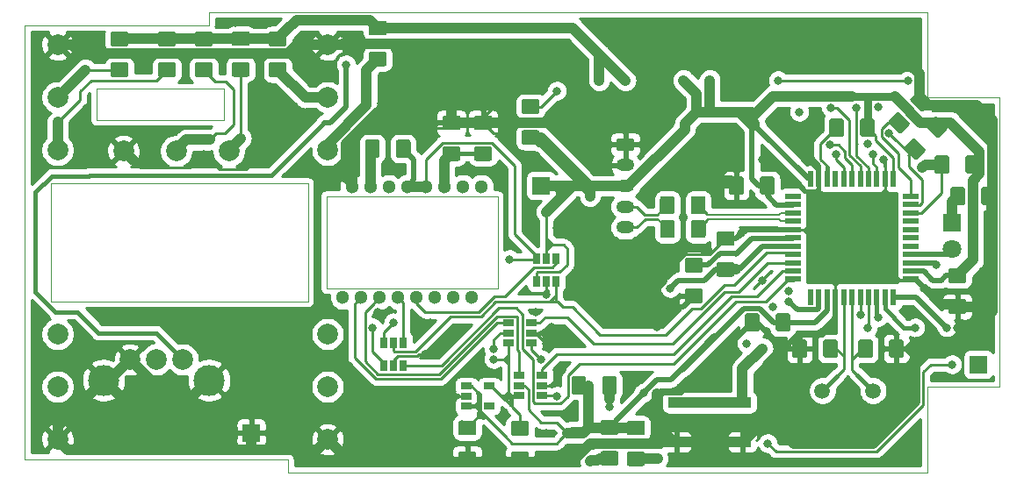
<source format=gbr>
G04 #@! TF.GenerationSoftware,KiCad,Pcbnew,6.0.0-unknown-f08d040~86~ubuntu18.04.1*
G04 #@! TF.CreationDate,2019-05-16T22:23:00+01:00*
G04 #@! TF.ProjectId,mouse8,6d6f7573-6538-42e6-9b69-6361645f7063,rev?*
G04 #@! TF.SameCoordinates,Original*
G04 #@! TF.FileFunction,Copper,L1,Top*
G04 #@! TF.FilePolarity,Positive*
%FSLAX46Y46*%
G04 Gerber Fmt 4.6, Leading zero omitted, Abs format (unit mm)*
G04 Created by KiCad (PCBNEW 6.0.0-unknown-f08d040~86~ubuntu18.04.1) date 2019-05-16 22:23:00*
%MOMM*%
%LPD*%
G04 APERTURE LIST*
%ADD10C,0.050000*%
%ADD11R,1.700000X1.700000*%
%ADD12C,0.100000*%
%ADD13C,1.425000*%
%ADD14R,0.550000X1.500000*%
%ADD15R,1.500000X0.550000*%
%ADD16R,1.700000X1.000000*%
%ADD17C,1.500000*%
%ADD18C,1.800000*%
%ADD19R,1.800000X1.800000*%
%ADD20R,1.060000X0.650000*%
%ADD21R,0.650000X1.060000*%
%ADD22C,2.000000*%
%ADD23C,1.300000*%
%ADD24C,3.000000*%
%ADD25O,1.750000X1.200000*%
%ADD26C,1.200000*%
%ADD27C,0.800000*%
%ADD28C,0.500000*%
%ADD29C,0.250000*%
%ADD30C,1.000000*%
%ADD31C,0.750000*%
%ADD32C,0.400000*%
%ADD33C,0.200000*%
%ADD34C,0.220000*%
%ADD35C,0.254000*%
G04 APERTURE END LIST*
D10*
X159308800Y-70916800D02*
X159308800Y-73914000D01*
X171653200Y-70916800D02*
X159308800Y-70916800D01*
X171653200Y-73914000D02*
X171653200Y-70916800D01*
X159308800Y-73914000D02*
X171653200Y-73914000D01*
X154940000Y-80010000D02*
X179705000Y-80010000D01*
X181483000Y-90170000D02*
X181483000Y-81280000D01*
X197993000Y-90170000D02*
X181483000Y-90170000D01*
X197993000Y-81280000D02*
X197993000Y-90170000D01*
X181483000Y-81280000D02*
X197993000Y-81280000D01*
X177800000Y-106680000D02*
X177800000Y-107950000D01*
X152400000Y-106680000D02*
X177800000Y-106680000D01*
X170180000Y-64770000D02*
X152400000Y-64770000D01*
X170180000Y-63500000D02*
X170180000Y-64770000D01*
X154940000Y-91440000D02*
X154940000Y-90805000D01*
X179705000Y-91440000D02*
X179705000Y-90805000D01*
X179705000Y-80010000D02*
X179705000Y-90805000D01*
X239395000Y-71755000D02*
X246380000Y-71755000D01*
X239395000Y-63500000D02*
X239395000Y-71755000D01*
X239395000Y-99695000D02*
X239395000Y-107950000D01*
X246380000Y-99695000D02*
X239395000Y-99695000D01*
X154940000Y-90805000D02*
X154940000Y-80010000D01*
X179705000Y-91440000D02*
X154940000Y-91440000D01*
X152400000Y-106680000D02*
X152400000Y-64770000D01*
X239395000Y-107950000D02*
X177800000Y-107950000D01*
X246380000Y-71755000D02*
X246380000Y-99695000D01*
X170180000Y-63500000D02*
X239395000Y-63500000D01*
D11*
X244348000Y-97536000D03*
D12*
G36*
X214853004Y-83589204D02*
G01*
X214877273Y-83592804D01*
X214901071Y-83598765D01*
X214924171Y-83607030D01*
X214946349Y-83617520D01*
X214967393Y-83630133D01*
X214987098Y-83644747D01*
X215005277Y-83661223D01*
X215021753Y-83679402D01*
X215036367Y-83699107D01*
X215048980Y-83720151D01*
X215059470Y-83742329D01*
X215067735Y-83765429D01*
X215073696Y-83789227D01*
X215077296Y-83813496D01*
X215078500Y-83838000D01*
X215078500Y-85088000D01*
X215077296Y-85112504D01*
X215073696Y-85136773D01*
X215067735Y-85160571D01*
X215059470Y-85183671D01*
X215048980Y-85205849D01*
X215036367Y-85226893D01*
X215021753Y-85246598D01*
X215005277Y-85264777D01*
X214987098Y-85281253D01*
X214967393Y-85295867D01*
X214946349Y-85308480D01*
X214924171Y-85318970D01*
X214901071Y-85327235D01*
X214877273Y-85333196D01*
X214853004Y-85336796D01*
X214828500Y-85338000D01*
X213903500Y-85338000D01*
X213878996Y-85336796D01*
X213854727Y-85333196D01*
X213830929Y-85327235D01*
X213807829Y-85318970D01*
X213785651Y-85308480D01*
X213764607Y-85295867D01*
X213744902Y-85281253D01*
X213726723Y-85264777D01*
X213710247Y-85246598D01*
X213695633Y-85226893D01*
X213683020Y-85205849D01*
X213672530Y-85183671D01*
X213664265Y-85160571D01*
X213658304Y-85136773D01*
X213654704Y-85112504D01*
X213653500Y-85088000D01*
X213653500Y-83838000D01*
X213654704Y-83813496D01*
X213658304Y-83789227D01*
X213664265Y-83765429D01*
X213672530Y-83742329D01*
X213683020Y-83720151D01*
X213695633Y-83699107D01*
X213710247Y-83679402D01*
X213726723Y-83661223D01*
X213744902Y-83644747D01*
X213764607Y-83630133D01*
X213785651Y-83617520D01*
X213807829Y-83607030D01*
X213830929Y-83598765D01*
X213854727Y-83592804D01*
X213878996Y-83589204D01*
X213903500Y-83588000D01*
X214828500Y-83588000D01*
X214853004Y-83589204D01*
X214853004Y-83589204D01*
G37*
D13*
X214366000Y-84463000D03*
D12*
G36*
X217828004Y-83589204D02*
G01*
X217852273Y-83592804D01*
X217876071Y-83598765D01*
X217899171Y-83607030D01*
X217921349Y-83617520D01*
X217942393Y-83630133D01*
X217962098Y-83644747D01*
X217980277Y-83661223D01*
X217996753Y-83679402D01*
X218011367Y-83699107D01*
X218023980Y-83720151D01*
X218034470Y-83742329D01*
X218042735Y-83765429D01*
X218048696Y-83789227D01*
X218052296Y-83813496D01*
X218053500Y-83838000D01*
X218053500Y-85088000D01*
X218052296Y-85112504D01*
X218048696Y-85136773D01*
X218042735Y-85160571D01*
X218034470Y-85183671D01*
X218023980Y-85205849D01*
X218011367Y-85226893D01*
X217996753Y-85246598D01*
X217980277Y-85264777D01*
X217962098Y-85281253D01*
X217942393Y-85295867D01*
X217921349Y-85308480D01*
X217899171Y-85318970D01*
X217876071Y-85327235D01*
X217852273Y-85333196D01*
X217828004Y-85336796D01*
X217803500Y-85338000D01*
X216878500Y-85338000D01*
X216853996Y-85336796D01*
X216829727Y-85333196D01*
X216805929Y-85327235D01*
X216782829Y-85318970D01*
X216760651Y-85308480D01*
X216739607Y-85295867D01*
X216719902Y-85281253D01*
X216701723Y-85264777D01*
X216685247Y-85246598D01*
X216670633Y-85226893D01*
X216658020Y-85205849D01*
X216647530Y-85183671D01*
X216639265Y-85160571D01*
X216633304Y-85136773D01*
X216629704Y-85112504D01*
X216628500Y-85088000D01*
X216628500Y-83838000D01*
X216629704Y-83813496D01*
X216633304Y-83789227D01*
X216639265Y-83765429D01*
X216647530Y-83742329D01*
X216658020Y-83720151D01*
X216670633Y-83699107D01*
X216685247Y-83679402D01*
X216701723Y-83661223D01*
X216719902Y-83644747D01*
X216739607Y-83630133D01*
X216760651Y-83617520D01*
X216782829Y-83607030D01*
X216805929Y-83598765D01*
X216829727Y-83592804D01*
X216853996Y-83589204D01*
X216878500Y-83588000D01*
X217803500Y-83588000D01*
X217828004Y-83589204D01*
X217828004Y-83589204D01*
G37*
D13*
X217341000Y-84463000D03*
D14*
X228156000Y-79613000D03*
X228956000Y-79613000D03*
X229756000Y-79613000D03*
X230556000Y-79613000D03*
X231356000Y-79613000D03*
X232156000Y-79613000D03*
X232956000Y-79613000D03*
X233756000Y-79613000D03*
X234556000Y-79613000D03*
X235356000Y-79613000D03*
X236156000Y-79613000D03*
D15*
X237856000Y-81313000D03*
X237856000Y-82113000D03*
X237856000Y-82913000D03*
X237856000Y-83713000D03*
X237856000Y-84513000D03*
X237856000Y-85313000D03*
X237856000Y-86113000D03*
X237856000Y-86913000D03*
X237856000Y-87713000D03*
X237856000Y-88513000D03*
X237856000Y-89313000D03*
D14*
X236156000Y-91013000D03*
X235356000Y-91013000D03*
X234556000Y-91013000D03*
X233756000Y-91013000D03*
X232956000Y-91013000D03*
X232156000Y-91013000D03*
X231356000Y-91013000D03*
X230556000Y-91013000D03*
X229756000Y-91013000D03*
X228956000Y-91013000D03*
X228156000Y-91013000D03*
D15*
X226456000Y-89313000D03*
X226456000Y-88513000D03*
X226456000Y-87713000D03*
X226456000Y-86913000D03*
X226456000Y-86113000D03*
X226456000Y-85313000D03*
X226456000Y-84513000D03*
X226456000Y-83713000D03*
X226456000Y-82913000D03*
X226456000Y-82113000D03*
X226456000Y-81313000D03*
D11*
X202184000Y-80264000D03*
X174244000Y-104140000D03*
D12*
G36*
X209437504Y-102920704D02*
G01*
X209461773Y-102924304D01*
X209485571Y-102930265D01*
X209508671Y-102938530D01*
X209530849Y-102949020D01*
X209551893Y-102961633D01*
X209571598Y-102976247D01*
X209589777Y-102992723D01*
X209606253Y-103010902D01*
X209620867Y-103030607D01*
X209633480Y-103051651D01*
X209643970Y-103073829D01*
X209652235Y-103096929D01*
X209658196Y-103120727D01*
X209661796Y-103144996D01*
X209663000Y-103169500D01*
X209663000Y-104094500D01*
X209661796Y-104119004D01*
X209658196Y-104143273D01*
X209652235Y-104167071D01*
X209643970Y-104190171D01*
X209633480Y-104212349D01*
X209620867Y-104233393D01*
X209606253Y-104253098D01*
X209589777Y-104271277D01*
X209571598Y-104287753D01*
X209551893Y-104302367D01*
X209530849Y-104314980D01*
X209508671Y-104325470D01*
X209485571Y-104333735D01*
X209461773Y-104339696D01*
X209437504Y-104343296D01*
X209413000Y-104344500D01*
X208163000Y-104344500D01*
X208138496Y-104343296D01*
X208114227Y-104339696D01*
X208090429Y-104333735D01*
X208067329Y-104325470D01*
X208045151Y-104314980D01*
X208024107Y-104302367D01*
X208004402Y-104287753D01*
X207986223Y-104271277D01*
X207969747Y-104253098D01*
X207955133Y-104233393D01*
X207942520Y-104212349D01*
X207932030Y-104190171D01*
X207923765Y-104167071D01*
X207917804Y-104143273D01*
X207914204Y-104119004D01*
X207913000Y-104094500D01*
X207913000Y-103169500D01*
X207914204Y-103144996D01*
X207917804Y-103120727D01*
X207923765Y-103096929D01*
X207932030Y-103073829D01*
X207942520Y-103051651D01*
X207955133Y-103030607D01*
X207969747Y-103010902D01*
X207986223Y-102992723D01*
X208004402Y-102976247D01*
X208024107Y-102961633D01*
X208045151Y-102949020D01*
X208067329Y-102938530D01*
X208090429Y-102930265D01*
X208114227Y-102924304D01*
X208138496Y-102920704D01*
X208163000Y-102919500D01*
X209413000Y-102919500D01*
X209437504Y-102920704D01*
X209437504Y-102920704D01*
G37*
D13*
X208788000Y-103632000D03*
D12*
G36*
X209437504Y-105895704D02*
G01*
X209461773Y-105899304D01*
X209485571Y-105905265D01*
X209508671Y-105913530D01*
X209530849Y-105924020D01*
X209551893Y-105936633D01*
X209571598Y-105951247D01*
X209589777Y-105967723D01*
X209606253Y-105985902D01*
X209620867Y-106005607D01*
X209633480Y-106026651D01*
X209643970Y-106048829D01*
X209652235Y-106071929D01*
X209658196Y-106095727D01*
X209661796Y-106119996D01*
X209663000Y-106144500D01*
X209663000Y-107069500D01*
X209661796Y-107094004D01*
X209658196Y-107118273D01*
X209652235Y-107142071D01*
X209643970Y-107165171D01*
X209633480Y-107187349D01*
X209620867Y-107208393D01*
X209606253Y-107228098D01*
X209589777Y-107246277D01*
X209571598Y-107262753D01*
X209551893Y-107277367D01*
X209530849Y-107289980D01*
X209508671Y-107300470D01*
X209485571Y-107308735D01*
X209461773Y-107314696D01*
X209437504Y-107318296D01*
X209413000Y-107319500D01*
X208163000Y-107319500D01*
X208138496Y-107318296D01*
X208114227Y-107314696D01*
X208090429Y-107308735D01*
X208067329Y-107300470D01*
X208045151Y-107289980D01*
X208024107Y-107277367D01*
X208004402Y-107262753D01*
X207986223Y-107246277D01*
X207969747Y-107228098D01*
X207955133Y-107208393D01*
X207942520Y-107187349D01*
X207932030Y-107165171D01*
X207923765Y-107142071D01*
X207917804Y-107118273D01*
X207914204Y-107094004D01*
X207913000Y-107069500D01*
X207913000Y-106144500D01*
X207914204Y-106119996D01*
X207917804Y-106095727D01*
X207923765Y-106071929D01*
X207932030Y-106048829D01*
X207942520Y-106026651D01*
X207955133Y-106005607D01*
X207969747Y-105985902D01*
X207986223Y-105967723D01*
X208004402Y-105951247D01*
X208024107Y-105936633D01*
X208045151Y-105924020D01*
X208067329Y-105913530D01*
X208090429Y-105905265D01*
X208114227Y-105899304D01*
X208138496Y-105895704D01*
X208163000Y-105894500D01*
X209413000Y-105894500D01*
X209437504Y-105895704D01*
X209437504Y-105895704D01*
G37*
D13*
X208788000Y-106607000D03*
D12*
G36*
X201817504Y-71932704D02*
G01*
X201841773Y-71936304D01*
X201865571Y-71942265D01*
X201888671Y-71950530D01*
X201910849Y-71961020D01*
X201931893Y-71973633D01*
X201951598Y-71988247D01*
X201969777Y-72004723D01*
X201986253Y-72022902D01*
X202000867Y-72042607D01*
X202013480Y-72063651D01*
X202023970Y-72085829D01*
X202032235Y-72108929D01*
X202038196Y-72132727D01*
X202041796Y-72156996D01*
X202043000Y-72181500D01*
X202043000Y-73106500D01*
X202041796Y-73131004D01*
X202038196Y-73155273D01*
X202032235Y-73179071D01*
X202023970Y-73202171D01*
X202013480Y-73224349D01*
X202000867Y-73245393D01*
X201986253Y-73265098D01*
X201969777Y-73283277D01*
X201951598Y-73299753D01*
X201931893Y-73314367D01*
X201910849Y-73326980D01*
X201888671Y-73337470D01*
X201865571Y-73345735D01*
X201841773Y-73351696D01*
X201817504Y-73355296D01*
X201793000Y-73356500D01*
X200543000Y-73356500D01*
X200518496Y-73355296D01*
X200494227Y-73351696D01*
X200470429Y-73345735D01*
X200447329Y-73337470D01*
X200425151Y-73326980D01*
X200404107Y-73314367D01*
X200384402Y-73299753D01*
X200366223Y-73283277D01*
X200349747Y-73265098D01*
X200335133Y-73245393D01*
X200322520Y-73224349D01*
X200312030Y-73202171D01*
X200303765Y-73179071D01*
X200297804Y-73155273D01*
X200294204Y-73131004D01*
X200293000Y-73106500D01*
X200293000Y-72181500D01*
X200294204Y-72156996D01*
X200297804Y-72132727D01*
X200303765Y-72108929D01*
X200312030Y-72085829D01*
X200322520Y-72063651D01*
X200335133Y-72042607D01*
X200349747Y-72022902D01*
X200366223Y-72004723D01*
X200384402Y-71988247D01*
X200404107Y-71973633D01*
X200425151Y-71961020D01*
X200447329Y-71950530D01*
X200470429Y-71942265D01*
X200494227Y-71936304D01*
X200518496Y-71932704D01*
X200543000Y-71931500D01*
X201793000Y-71931500D01*
X201817504Y-71932704D01*
X201817504Y-71932704D01*
G37*
D13*
X201168000Y-72644000D03*
D12*
G36*
X201817504Y-74907704D02*
G01*
X201841773Y-74911304D01*
X201865571Y-74917265D01*
X201888671Y-74925530D01*
X201910849Y-74936020D01*
X201931893Y-74948633D01*
X201951598Y-74963247D01*
X201969777Y-74979723D01*
X201986253Y-74997902D01*
X202000867Y-75017607D01*
X202013480Y-75038651D01*
X202023970Y-75060829D01*
X202032235Y-75083929D01*
X202038196Y-75107727D01*
X202041796Y-75131996D01*
X202043000Y-75156500D01*
X202043000Y-76081500D01*
X202041796Y-76106004D01*
X202038196Y-76130273D01*
X202032235Y-76154071D01*
X202023970Y-76177171D01*
X202013480Y-76199349D01*
X202000867Y-76220393D01*
X201986253Y-76240098D01*
X201969777Y-76258277D01*
X201951598Y-76274753D01*
X201931893Y-76289367D01*
X201910849Y-76301980D01*
X201888671Y-76312470D01*
X201865571Y-76320735D01*
X201841773Y-76326696D01*
X201817504Y-76330296D01*
X201793000Y-76331500D01*
X200543000Y-76331500D01*
X200518496Y-76330296D01*
X200494227Y-76326696D01*
X200470429Y-76320735D01*
X200447329Y-76312470D01*
X200425151Y-76301980D01*
X200404107Y-76289367D01*
X200384402Y-76274753D01*
X200366223Y-76258277D01*
X200349747Y-76240098D01*
X200335133Y-76220393D01*
X200322520Y-76199349D01*
X200312030Y-76177171D01*
X200303765Y-76154071D01*
X200297804Y-76130273D01*
X200294204Y-76106004D01*
X200293000Y-76081500D01*
X200293000Y-75156500D01*
X200294204Y-75131996D01*
X200297804Y-75107727D01*
X200303765Y-75083929D01*
X200312030Y-75060829D01*
X200322520Y-75038651D01*
X200335133Y-75017607D01*
X200349747Y-74997902D01*
X200366223Y-74979723D01*
X200384402Y-74963247D01*
X200404107Y-74948633D01*
X200425151Y-74936020D01*
X200447329Y-74925530D01*
X200470429Y-74917265D01*
X200494227Y-74911304D01*
X200518496Y-74907704D01*
X200543000Y-74906500D01*
X201793000Y-74906500D01*
X201817504Y-74907704D01*
X201817504Y-74907704D01*
G37*
D13*
X201168000Y-75619000D03*
D12*
G36*
X166765504Y-68376704D02*
G01*
X166789773Y-68380304D01*
X166813571Y-68386265D01*
X166836671Y-68394530D01*
X166858849Y-68405020D01*
X166879893Y-68417633D01*
X166899598Y-68432247D01*
X166917777Y-68448723D01*
X166934253Y-68466902D01*
X166948867Y-68486607D01*
X166961480Y-68507651D01*
X166971970Y-68529829D01*
X166980235Y-68552929D01*
X166986196Y-68576727D01*
X166989796Y-68600996D01*
X166991000Y-68625500D01*
X166991000Y-69550500D01*
X166989796Y-69575004D01*
X166986196Y-69599273D01*
X166980235Y-69623071D01*
X166971970Y-69646171D01*
X166961480Y-69668349D01*
X166948867Y-69689393D01*
X166934253Y-69709098D01*
X166917777Y-69727277D01*
X166899598Y-69743753D01*
X166879893Y-69758367D01*
X166858849Y-69770980D01*
X166836671Y-69781470D01*
X166813571Y-69789735D01*
X166789773Y-69795696D01*
X166765504Y-69799296D01*
X166741000Y-69800500D01*
X165491000Y-69800500D01*
X165466496Y-69799296D01*
X165442227Y-69795696D01*
X165418429Y-69789735D01*
X165395329Y-69781470D01*
X165373151Y-69770980D01*
X165352107Y-69758367D01*
X165332402Y-69743753D01*
X165314223Y-69727277D01*
X165297747Y-69709098D01*
X165283133Y-69689393D01*
X165270520Y-69668349D01*
X165260030Y-69646171D01*
X165251765Y-69623071D01*
X165245804Y-69599273D01*
X165242204Y-69575004D01*
X165241000Y-69550500D01*
X165241000Y-68625500D01*
X165242204Y-68600996D01*
X165245804Y-68576727D01*
X165251765Y-68552929D01*
X165260030Y-68529829D01*
X165270520Y-68507651D01*
X165283133Y-68486607D01*
X165297747Y-68466902D01*
X165314223Y-68448723D01*
X165332402Y-68432247D01*
X165352107Y-68417633D01*
X165373151Y-68405020D01*
X165395329Y-68394530D01*
X165418429Y-68386265D01*
X165442227Y-68380304D01*
X165466496Y-68376704D01*
X165491000Y-68375500D01*
X166741000Y-68375500D01*
X166765504Y-68376704D01*
X166765504Y-68376704D01*
G37*
D13*
X166116000Y-69088000D03*
D12*
G36*
X166765504Y-65401704D02*
G01*
X166789773Y-65405304D01*
X166813571Y-65411265D01*
X166836671Y-65419530D01*
X166858849Y-65430020D01*
X166879893Y-65442633D01*
X166899598Y-65457247D01*
X166917777Y-65473723D01*
X166934253Y-65491902D01*
X166948867Y-65511607D01*
X166961480Y-65532651D01*
X166971970Y-65554829D01*
X166980235Y-65577929D01*
X166986196Y-65601727D01*
X166989796Y-65625996D01*
X166991000Y-65650500D01*
X166991000Y-66575500D01*
X166989796Y-66600004D01*
X166986196Y-66624273D01*
X166980235Y-66648071D01*
X166971970Y-66671171D01*
X166961480Y-66693349D01*
X166948867Y-66714393D01*
X166934253Y-66734098D01*
X166917777Y-66752277D01*
X166899598Y-66768753D01*
X166879893Y-66783367D01*
X166858849Y-66795980D01*
X166836671Y-66806470D01*
X166813571Y-66814735D01*
X166789773Y-66820696D01*
X166765504Y-66824296D01*
X166741000Y-66825500D01*
X165491000Y-66825500D01*
X165466496Y-66824296D01*
X165442227Y-66820696D01*
X165418429Y-66814735D01*
X165395329Y-66806470D01*
X165373151Y-66795980D01*
X165352107Y-66783367D01*
X165332402Y-66768753D01*
X165314223Y-66752277D01*
X165297747Y-66734098D01*
X165283133Y-66714393D01*
X165270520Y-66693349D01*
X165260030Y-66671171D01*
X165251765Y-66648071D01*
X165245804Y-66624273D01*
X165242204Y-66600004D01*
X165241000Y-66575500D01*
X165241000Y-65650500D01*
X165242204Y-65625996D01*
X165245804Y-65601727D01*
X165251765Y-65577929D01*
X165260030Y-65554829D01*
X165270520Y-65532651D01*
X165283133Y-65511607D01*
X165297747Y-65491902D01*
X165314223Y-65473723D01*
X165332402Y-65457247D01*
X165352107Y-65442633D01*
X165373151Y-65430020D01*
X165395329Y-65419530D01*
X165418429Y-65411265D01*
X165442227Y-65405304D01*
X165466496Y-65401704D01*
X165491000Y-65400500D01*
X166741000Y-65400500D01*
X166765504Y-65401704D01*
X166765504Y-65401704D01*
G37*
D13*
X166116000Y-66113000D03*
D12*
G36*
X173877504Y-68340204D02*
G01*
X173901773Y-68343804D01*
X173925571Y-68349765D01*
X173948671Y-68358030D01*
X173970849Y-68368520D01*
X173991893Y-68381133D01*
X174011598Y-68395747D01*
X174029777Y-68412223D01*
X174046253Y-68430402D01*
X174060867Y-68450107D01*
X174073480Y-68471151D01*
X174083970Y-68493329D01*
X174092235Y-68516429D01*
X174098196Y-68540227D01*
X174101796Y-68564496D01*
X174103000Y-68589000D01*
X174103000Y-69514000D01*
X174101796Y-69538504D01*
X174098196Y-69562773D01*
X174092235Y-69586571D01*
X174083970Y-69609671D01*
X174073480Y-69631849D01*
X174060867Y-69652893D01*
X174046253Y-69672598D01*
X174029777Y-69690777D01*
X174011598Y-69707253D01*
X173991893Y-69721867D01*
X173970849Y-69734480D01*
X173948671Y-69744970D01*
X173925571Y-69753235D01*
X173901773Y-69759196D01*
X173877504Y-69762796D01*
X173853000Y-69764000D01*
X172603000Y-69764000D01*
X172578496Y-69762796D01*
X172554227Y-69759196D01*
X172530429Y-69753235D01*
X172507329Y-69744970D01*
X172485151Y-69734480D01*
X172464107Y-69721867D01*
X172444402Y-69707253D01*
X172426223Y-69690777D01*
X172409747Y-69672598D01*
X172395133Y-69652893D01*
X172382520Y-69631849D01*
X172372030Y-69609671D01*
X172363765Y-69586571D01*
X172357804Y-69562773D01*
X172354204Y-69538504D01*
X172353000Y-69514000D01*
X172353000Y-68589000D01*
X172354204Y-68564496D01*
X172357804Y-68540227D01*
X172363765Y-68516429D01*
X172372030Y-68493329D01*
X172382520Y-68471151D01*
X172395133Y-68450107D01*
X172409747Y-68430402D01*
X172426223Y-68412223D01*
X172444402Y-68395747D01*
X172464107Y-68381133D01*
X172485151Y-68368520D01*
X172507329Y-68358030D01*
X172530429Y-68349765D01*
X172554227Y-68343804D01*
X172578496Y-68340204D01*
X172603000Y-68339000D01*
X173853000Y-68339000D01*
X173877504Y-68340204D01*
X173877504Y-68340204D01*
G37*
D13*
X173228000Y-69051500D03*
D12*
G36*
X173877504Y-65365204D02*
G01*
X173901773Y-65368804D01*
X173925571Y-65374765D01*
X173948671Y-65383030D01*
X173970849Y-65393520D01*
X173991893Y-65406133D01*
X174011598Y-65420747D01*
X174029777Y-65437223D01*
X174046253Y-65455402D01*
X174060867Y-65475107D01*
X174073480Y-65496151D01*
X174083970Y-65518329D01*
X174092235Y-65541429D01*
X174098196Y-65565227D01*
X174101796Y-65589496D01*
X174103000Y-65614000D01*
X174103000Y-66539000D01*
X174101796Y-66563504D01*
X174098196Y-66587773D01*
X174092235Y-66611571D01*
X174083970Y-66634671D01*
X174073480Y-66656849D01*
X174060867Y-66677893D01*
X174046253Y-66697598D01*
X174029777Y-66715777D01*
X174011598Y-66732253D01*
X173991893Y-66746867D01*
X173970849Y-66759480D01*
X173948671Y-66769970D01*
X173925571Y-66778235D01*
X173901773Y-66784196D01*
X173877504Y-66787796D01*
X173853000Y-66789000D01*
X172603000Y-66789000D01*
X172578496Y-66787796D01*
X172554227Y-66784196D01*
X172530429Y-66778235D01*
X172507329Y-66769970D01*
X172485151Y-66759480D01*
X172464107Y-66746867D01*
X172444402Y-66732253D01*
X172426223Y-66715777D01*
X172409747Y-66697598D01*
X172395133Y-66677893D01*
X172382520Y-66656849D01*
X172372030Y-66634671D01*
X172363765Y-66611571D01*
X172357804Y-66587773D01*
X172354204Y-66563504D01*
X172353000Y-66539000D01*
X172353000Y-65614000D01*
X172354204Y-65589496D01*
X172357804Y-65565227D01*
X172363765Y-65541429D01*
X172372030Y-65518329D01*
X172382520Y-65496151D01*
X172395133Y-65475107D01*
X172409747Y-65455402D01*
X172426223Y-65437223D01*
X172444402Y-65420747D01*
X172464107Y-65406133D01*
X172485151Y-65393520D01*
X172507329Y-65383030D01*
X172530429Y-65374765D01*
X172554227Y-65368804D01*
X172578496Y-65365204D01*
X172603000Y-65364000D01*
X173853000Y-65364000D01*
X173877504Y-65365204D01*
X173877504Y-65365204D01*
G37*
D13*
X173228000Y-66076500D03*
D12*
G36*
X209275004Y-98694204D02*
G01*
X209299273Y-98697804D01*
X209323071Y-98703765D01*
X209346171Y-98712030D01*
X209368349Y-98722520D01*
X209389393Y-98735133D01*
X209409098Y-98749747D01*
X209427277Y-98766223D01*
X209443753Y-98784402D01*
X209458367Y-98804107D01*
X209470980Y-98825151D01*
X209481470Y-98847329D01*
X209489735Y-98870429D01*
X209495696Y-98894227D01*
X209499296Y-98918496D01*
X209500500Y-98943000D01*
X209500500Y-100193000D01*
X209499296Y-100217504D01*
X209495696Y-100241773D01*
X209489735Y-100265571D01*
X209481470Y-100288671D01*
X209470980Y-100310849D01*
X209458367Y-100331893D01*
X209443753Y-100351598D01*
X209427277Y-100369777D01*
X209409098Y-100386253D01*
X209389393Y-100400867D01*
X209368349Y-100413480D01*
X209346171Y-100423970D01*
X209323071Y-100432235D01*
X209299273Y-100438196D01*
X209275004Y-100441796D01*
X209250500Y-100443000D01*
X208325500Y-100443000D01*
X208300996Y-100441796D01*
X208276727Y-100438196D01*
X208252929Y-100432235D01*
X208229829Y-100423970D01*
X208207651Y-100413480D01*
X208186607Y-100400867D01*
X208166902Y-100386253D01*
X208148723Y-100369777D01*
X208132247Y-100351598D01*
X208117633Y-100331893D01*
X208105020Y-100310849D01*
X208094530Y-100288671D01*
X208086265Y-100265571D01*
X208080304Y-100241773D01*
X208076704Y-100217504D01*
X208075500Y-100193000D01*
X208075500Y-98943000D01*
X208076704Y-98918496D01*
X208080304Y-98894227D01*
X208086265Y-98870429D01*
X208094530Y-98847329D01*
X208105020Y-98825151D01*
X208117633Y-98804107D01*
X208132247Y-98784402D01*
X208148723Y-98766223D01*
X208166902Y-98749747D01*
X208186607Y-98735133D01*
X208207651Y-98722520D01*
X208229829Y-98712030D01*
X208252929Y-98703765D01*
X208276727Y-98697804D01*
X208300996Y-98694204D01*
X208325500Y-98693000D01*
X209250500Y-98693000D01*
X209275004Y-98694204D01*
X209275004Y-98694204D01*
G37*
D13*
X208788000Y-99568000D03*
D12*
G36*
X206300004Y-98694204D02*
G01*
X206324273Y-98697804D01*
X206348071Y-98703765D01*
X206371171Y-98712030D01*
X206393349Y-98722520D01*
X206414393Y-98735133D01*
X206434098Y-98749747D01*
X206452277Y-98766223D01*
X206468753Y-98784402D01*
X206483367Y-98804107D01*
X206495980Y-98825151D01*
X206506470Y-98847329D01*
X206514735Y-98870429D01*
X206520696Y-98894227D01*
X206524296Y-98918496D01*
X206525500Y-98943000D01*
X206525500Y-100193000D01*
X206524296Y-100217504D01*
X206520696Y-100241773D01*
X206514735Y-100265571D01*
X206506470Y-100288671D01*
X206495980Y-100310849D01*
X206483367Y-100331893D01*
X206468753Y-100351598D01*
X206452277Y-100369777D01*
X206434098Y-100386253D01*
X206414393Y-100400867D01*
X206393349Y-100413480D01*
X206371171Y-100423970D01*
X206348071Y-100432235D01*
X206324273Y-100438196D01*
X206300004Y-100441796D01*
X206275500Y-100443000D01*
X205350500Y-100443000D01*
X205325996Y-100441796D01*
X205301727Y-100438196D01*
X205277929Y-100432235D01*
X205254829Y-100423970D01*
X205232651Y-100413480D01*
X205211607Y-100400867D01*
X205191902Y-100386253D01*
X205173723Y-100369777D01*
X205157247Y-100351598D01*
X205142633Y-100331893D01*
X205130020Y-100310849D01*
X205119530Y-100288671D01*
X205111265Y-100265571D01*
X205105304Y-100241773D01*
X205101704Y-100217504D01*
X205100500Y-100193000D01*
X205100500Y-98943000D01*
X205101704Y-98918496D01*
X205105304Y-98894227D01*
X205111265Y-98870429D01*
X205119530Y-98847329D01*
X205130020Y-98825151D01*
X205142633Y-98804107D01*
X205157247Y-98784402D01*
X205173723Y-98766223D01*
X205191902Y-98749747D01*
X205211607Y-98735133D01*
X205232651Y-98722520D01*
X205254829Y-98712030D01*
X205277929Y-98703765D01*
X205301727Y-98697804D01*
X205325996Y-98694204D01*
X205350500Y-98693000D01*
X206275500Y-98693000D01*
X206300004Y-98694204D01*
X206300004Y-98694204D01*
G37*
D13*
X205813000Y-99568000D03*
D12*
G36*
X187085504Y-67324204D02*
G01*
X187109773Y-67327804D01*
X187133571Y-67333765D01*
X187156671Y-67342030D01*
X187178849Y-67352520D01*
X187199893Y-67365133D01*
X187219598Y-67379747D01*
X187237777Y-67396223D01*
X187254253Y-67414402D01*
X187268867Y-67434107D01*
X187281480Y-67455151D01*
X187291970Y-67477329D01*
X187300235Y-67500429D01*
X187306196Y-67524227D01*
X187309796Y-67548496D01*
X187311000Y-67573000D01*
X187311000Y-68498000D01*
X187309796Y-68522504D01*
X187306196Y-68546773D01*
X187300235Y-68570571D01*
X187291970Y-68593671D01*
X187281480Y-68615849D01*
X187268867Y-68636893D01*
X187254253Y-68656598D01*
X187237777Y-68674777D01*
X187219598Y-68691253D01*
X187199893Y-68705867D01*
X187178849Y-68718480D01*
X187156671Y-68728970D01*
X187133571Y-68737235D01*
X187109773Y-68743196D01*
X187085504Y-68746796D01*
X187061000Y-68748000D01*
X185811000Y-68748000D01*
X185786496Y-68746796D01*
X185762227Y-68743196D01*
X185738429Y-68737235D01*
X185715329Y-68728970D01*
X185693151Y-68718480D01*
X185672107Y-68705867D01*
X185652402Y-68691253D01*
X185634223Y-68674777D01*
X185617747Y-68656598D01*
X185603133Y-68636893D01*
X185590520Y-68615849D01*
X185580030Y-68593671D01*
X185571765Y-68570571D01*
X185565804Y-68546773D01*
X185562204Y-68522504D01*
X185561000Y-68498000D01*
X185561000Y-67573000D01*
X185562204Y-67548496D01*
X185565804Y-67524227D01*
X185571765Y-67500429D01*
X185580030Y-67477329D01*
X185590520Y-67455151D01*
X185603133Y-67434107D01*
X185617747Y-67414402D01*
X185634223Y-67396223D01*
X185652402Y-67379747D01*
X185672107Y-67365133D01*
X185693151Y-67352520D01*
X185715329Y-67342030D01*
X185738429Y-67333765D01*
X185762227Y-67327804D01*
X185786496Y-67324204D01*
X185811000Y-67323000D01*
X187061000Y-67323000D01*
X187085504Y-67324204D01*
X187085504Y-67324204D01*
G37*
D13*
X186436000Y-68035500D03*
D12*
G36*
X187085504Y-64349204D02*
G01*
X187109773Y-64352804D01*
X187133571Y-64358765D01*
X187156671Y-64367030D01*
X187178849Y-64377520D01*
X187199893Y-64390133D01*
X187219598Y-64404747D01*
X187237777Y-64421223D01*
X187254253Y-64439402D01*
X187268867Y-64459107D01*
X187281480Y-64480151D01*
X187291970Y-64502329D01*
X187300235Y-64525429D01*
X187306196Y-64549227D01*
X187309796Y-64573496D01*
X187311000Y-64598000D01*
X187311000Y-65523000D01*
X187309796Y-65547504D01*
X187306196Y-65571773D01*
X187300235Y-65595571D01*
X187291970Y-65618671D01*
X187281480Y-65640849D01*
X187268867Y-65661893D01*
X187254253Y-65681598D01*
X187237777Y-65699777D01*
X187219598Y-65716253D01*
X187199893Y-65730867D01*
X187178849Y-65743480D01*
X187156671Y-65753970D01*
X187133571Y-65762235D01*
X187109773Y-65768196D01*
X187085504Y-65771796D01*
X187061000Y-65773000D01*
X185811000Y-65773000D01*
X185786496Y-65771796D01*
X185762227Y-65768196D01*
X185738429Y-65762235D01*
X185715329Y-65753970D01*
X185693151Y-65743480D01*
X185672107Y-65730867D01*
X185652402Y-65716253D01*
X185634223Y-65699777D01*
X185617747Y-65681598D01*
X185603133Y-65661893D01*
X185590520Y-65640849D01*
X185580030Y-65618671D01*
X185571765Y-65595571D01*
X185565804Y-65571773D01*
X185562204Y-65547504D01*
X185561000Y-65523000D01*
X185561000Y-64598000D01*
X185562204Y-64573496D01*
X185565804Y-64549227D01*
X185571765Y-64525429D01*
X185580030Y-64502329D01*
X185590520Y-64480151D01*
X185603133Y-64459107D01*
X185617747Y-64439402D01*
X185634223Y-64421223D01*
X185652402Y-64404747D01*
X185672107Y-64390133D01*
X185693151Y-64377520D01*
X185715329Y-64367030D01*
X185738429Y-64358765D01*
X185762227Y-64352804D01*
X185786496Y-64349204D01*
X185811000Y-64348000D01*
X187061000Y-64348000D01*
X187085504Y-64349204D01*
X187085504Y-64349204D01*
G37*
D13*
X186436000Y-65060500D03*
D12*
G36*
X162193504Y-65401704D02*
G01*
X162217773Y-65405304D01*
X162241571Y-65411265D01*
X162264671Y-65419530D01*
X162286849Y-65430020D01*
X162307893Y-65442633D01*
X162327598Y-65457247D01*
X162345777Y-65473723D01*
X162362253Y-65491902D01*
X162376867Y-65511607D01*
X162389480Y-65532651D01*
X162399970Y-65554829D01*
X162408235Y-65577929D01*
X162414196Y-65601727D01*
X162417796Y-65625996D01*
X162419000Y-65650500D01*
X162419000Y-66575500D01*
X162417796Y-66600004D01*
X162414196Y-66624273D01*
X162408235Y-66648071D01*
X162399970Y-66671171D01*
X162389480Y-66693349D01*
X162376867Y-66714393D01*
X162362253Y-66734098D01*
X162345777Y-66752277D01*
X162327598Y-66768753D01*
X162307893Y-66783367D01*
X162286849Y-66795980D01*
X162264671Y-66806470D01*
X162241571Y-66814735D01*
X162217773Y-66820696D01*
X162193504Y-66824296D01*
X162169000Y-66825500D01*
X160919000Y-66825500D01*
X160894496Y-66824296D01*
X160870227Y-66820696D01*
X160846429Y-66814735D01*
X160823329Y-66806470D01*
X160801151Y-66795980D01*
X160780107Y-66783367D01*
X160760402Y-66768753D01*
X160742223Y-66752277D01*
X160725747Y-66734098D01*
X160711133Y-66714393D01*
X160698520Y-66693349D01*
X160688030Y-66671171D01*
X160679765Y-66648071D01*
X160673804Y-66624273D01*
X160670204Y-66600004D01*
X160669000Y-66575500D01*
X160669000Y-65650500D01*
X160670204Y-65625996D01*
X160673804Y-65601727D01*
X160679765Y-65577929D01*
X160688030Y-65554829D01*
X160698520Y-65532651D01*
X160711133Y-65511607D01*
X160725747Y-65491902D01*
X160742223Y-65473723D01*
X160760402Y-65457247D01*
X160780107Y-65442633D01*
X160801151Y-65430020D01*
X160823329Y-65419530D01*
X160846429Y-65411265D01*
X160870227Y-65405304D01*
X160894496Y-65401704D01*
X160919000Y-65400500D01*
X162169000Y-65400500D01*
X162193504Y-65401704D01*
X162193504Y-65401704D01*
G37*
D13*
X161544000Y-66113000D03*
D12*
G36*
X162193504Y-68376704D02*
G01*
X162217773Y-68380304D01*
X162241571Y-68386265D01*
X162264671Y-68394530D01*
X162286849Y-68405020D01*
X162307893Y-68417633D01*
X162327598Y-68432247D01*
X162345777Y-68448723D01*
X162362253Y-68466902D01*
X162376867Y-68486607D01*
X162389480Y-68507651D01*
X162399970Y-68529829D01*
X162408235Y-68552929D01*
X162414196Y-68576727D01*
X162417796Y-68600996D01*
X162419000Y-68625500D01*
X162419000Y-69550500D01*
X162417796Y-69575004D01*
X162414196Y-69599273D01*
X162408235Y-69623071D01*
X162399970Y-69646171D01*
X162389480Y-69668349D01*
X162376867Y-69689393D01*
X162362253Y-69709098D01*
X162345777Y-69727277D01*
X162327598Y-69743753D01*
X162307893Y-69758367D01*
X162286849Y-69770980D01*
X162264671Y-69781470D01*
X162241571Y-69789735D01*
X162217773Y-69795696D01*
X162193504Y-69799296D01*
X162169000Y-69800500D01*
X160919000Y-69800500D01*
X160894496Y-69799296D01*
X160870227Y-69795696D01*
X160846429Y-69789735D01*
X160823329Y-69781470D01*
X160801151Y-69770980D01*
X160780107Y-69758367D01*
X160760402Y-69743753D01*
X160742223Y-69727277D01*
X160725747Y-69709098D01*
X160711133Y-69689393D01*
X160698520Y-69668349D01*
X160688030Y-69646171D01*
X160679765Y-69623071D01*
X160673804Y-69599273D01*
X160670204Y-69575004D01*
X160669000Y-69550500D01*
X160669000Y-68625500D01*
X160670204Y-68600996D01*
X160673804Y-68576727D01*
X160679765Y-68552929D01*
X160688030Y-68529829D01*
X160698520Y-68507651D01*
X160711133Y-68486607D01*
X160725747Y-68466902D01*
X160742223Y-68448723D01*
X160760402Y-68432247D01*
X160780107Y-68417633D01*
X160801151Y-68405020D01*
X160823329Y-68394530D01*
X160846429Y-68386265D01*
X160870227Y-68380304D01*
X160894496Y-68376704D01*
X160919000Y-68375500D01*
X162169000Y-68375500D01*
X162193504Y-68376704D01*
X162193504Y-68376704D01*
G37*
D13*
X161544000Y-69088000D03*
D12*
G36*
X170321504Y-65401704D02*
G01*
X170345773Y-65405304D01*
X170369571Y-65411265D01*
X170392671Y-65419530D01*
X170414849Y-65430020D01*
X170435893Y-65442633D01*
X170455598Y-65457247D01*
X170473777Y-65473723D01*
X170490253Y-65491902D01*
X170504867Y-65511607D01*
X170517480Y-65532651D01*
X170527970Y-65554829D01*
X170536235Y-65577929D01*
X170542196Y-65601727D01*
X170545796Y-65625996D01*
X170547000Y-65650500D01*
X170547000Y-66575500D01*
X170545796Y-66600004D01*
X170542196Y-66624273D01*
X170536235Y-66648071D01*
X170527970Y-66671171D01*
X170517480Y-66693349D01*
X170504867Y-66714393D01*
X170490253Y-66734098D01*
X170473777Y-66752277D01*
X170455598Y-66768753D01*
X170435893Y-66783367D01*
X170414849Y-66795980D01*
X170392671Y-66806470D01*
X170369571Y-66814735D01*
X170345773Y-66820696D01*
X170321504Y-66824296D01*
X170297000Y-66825500D01*
X169047000Y-66825500D01*
X169022496Y-66824296D01*
X168998227Y-66820696D01*
X168974429Y-66814735D01*
X168951329Y-66806470D01*
X168929151Y-66795980D01*
X168908107Y-66783367D01*
X168888402Y-66768753D01*
X168870223Y-66752277D01*
X168853747Y-66734098D01*
X168839133Y-66714393D01*
X168826520Y-66693349D01*
X168816030Y-66671171D01*
X168807765Y-66648071D01*
X168801804Y-66624273D01*
X168798204Y-66600004D01*
X168797000Y-66575500D01*
X168797000Y-65650500D01*
X168798204Y-65625996D01*
X168801804Y-65601727D01*
X168807765Y-65577929D01*
X168816030Y-65554829D01*
X168826520Y-65532651D01*
X168839133Y-65511607D01*
X168853747Y-65491902D01*
X168870223Y-65473723D01*
X168888402Y-65457247D01*
X168908107Y-65442633D01*
X168929151Y-65430020D01*
X168951329Y-65419530D01*
X168974429Y-65411265D01*
X168998227Y-65405304D01*
X169022496Y-65401704D01*
X169047000Y-65400500D01*
X170297000Y-65400500D01*
X170321504Y-65401704D01*
X170321504Y-65401704D01*
G37*
D13*
X169672000Y-66113000D03*
D12*
G36*
X170321504Y-68376704D02*
G01*
X170345773Y-68380304D01*
X170369571Y-68386265D01*
X170392671Y-68394530D01*
X170414849Y-68405020D01*
X170435893Y-68417633D01*
X170455598Y-68432247D01*
X170473777Y-68448723D01*
X170490253Y-68466902D01*
X170504867Y-68486607D01*
X170517480Y-68507651D01*
X170527970Y-68529829D01*
X170536235Y-68552929D01*
X170542196Y-68576727D01*
X170545796Y-68600996D01*
X170547000Y-68625500D01*
X170547000Y-69550500D01*
X170545796Y-69575004D01*
X170542196Y-69599273D01*
X170536235Y-69623071D01*
X170527970Y-69646171D01*
X170517480Y-69668349D01*
X170504867Y-69689393D01*
X170490253Y-69709098D01*
X170473777Y-69727277D01*
X170455598Y-69743753D01*
X170435893Y-69758367D01*
X170414849Y-69770980D01*
X170392671Y-69781470D01*
X170369571Y-69789735D01*
X170345773Y-69795696D01*
X170321504Y-69799296D01*
X170297000Y-69800500D01*
X169047000Y-69800500D01*
X169022496Y-69799296D01*
X168998227Y-69795696D01*
X168974429Y-69789735D01*
X168951329Y-69781470D01*
X168929151Y-69770980D01*
X168908107Y-69758367D01*
X168888402Y-69743753D01*
X168870223Y-69727277D01*
X168853747Y-69709098D01*
X168839133Y-69689393D01*
X168826520Y-69668349D01*
X168816030Y-69646171D01*
X168807765Y-69623071D01*
X168801804Y-69599273D01*
X168798204Y-69575004D01*
X168797000Y-69550500D01*
X168797000Y-68625500D01*
X168798204Y-68600996D01*
X168801804Y-68576727D01*
X168807765Y-68552929D01*
X168816030Y-68529829D01*
X168826520Y-68507651D01*
X168839133Y-68486607D01*
X168853747Y-68466902D01*
X168870223Y-68448723D01*
X168888402Y-68432247D01*
X168908107Y-68417633D01*
X168929151Y-68405020D01*
X168951329Y-68394530D01*
X168974429Y-68386265D01*
X168998227Y-68380304D01*
X169022496Y-68376704D01*
X169047000Y-68375500D01*
X170297000Y-68375500D01*
X170321504Y-68376704D01*
X170321504Y-68376704D01*
G37*
D13*
X169672000Y-69088000D03*
D12*
G36*
X211977504Y-102957204D02*
G01*
X212001773Y-102960804D01*
X212025571Y-102966765D01*
X212048671Y-102975030D01*
X212070849Y-102985520D01*
X212091893Y-102998133D01*
X212111598Y-103012747D01*
X212129777Y-103029223D01*
X212146253Y-103047402D01*
X212160867Y-103067107D01*
X212173480Y-103088151D01*
X212183970Y-103110329D01*
X212192235Y-103133429D01*
X212198196Y-103157227D01*
X212201796Y-103181496D01*
X212203000Y-103206000D01*
X212203000Y-104131000D01*
X212201796Y-104155504D01*
X212198196Y-104179773D01*
X212192235Y-104203571D01*
X212183970Y-104226671D01*
X212173480Y-104248849D01*
X212160867Y-104269893D01*
X212146253Y-104289598D01*
X212129777Y-104307777D01*
X212111598Y-104324253D01*
X212091893Y-104338867D01*
X212070849Y-104351480D01*
X212048671Y-104361970D01*
X212025571Y-104370235D01*
X212001773Y-104376196D01*
X211977504Y-104379796D01*
X211953000Y-104381000D01*
X210703000Y-104381000D01*
X210678496Y-104379796D01*
X210654227Y-104376196D01*
X210630429Y-104370235D01*
X210607329Y-104361970D01*
X210585151Y-104351480D01*
X210564107Y-104338867D01*
X210544402Y-104324253D01*
X210526223Y-104307777D01*
X210509747Y-104289598D01*
X210495133Y-104269893D01*
X210482520Y-104248849D01*
X210472030Y-104226671D01*
X210463765Y-104203571D01*
X210457804Y-104179773D01*
X210454204Y-104155504D01*
X210453000Y-104131000D01*
X210453000Y-103206000D01*
X210454204Y-103181496D01*
X210457804Y-103157227D01*
X210463765Y-103133429D01*
X210472030Y-103110329D01*
X210482520Y-103088151D01*
X210495133Y-103067107D01*
X210509747Y-103047402D01*
X210526223Y-103029223D01*
X210544402Y-103012747D01*
X210564107Y-102998133D01*
X210585151Y-102985520D01*
X210607329Y-102975030D01*
X210630429Y-102966765D01*
X210654227Y-102960804D01*
X210678496Y-102957204D01*
X210703000Y-102956000D01*
X211953000Y-102956000D01*
X211977504Y-102957204D01*
X211977504Y-102957204D01*
G37*
D13*
X211328000Y-103668500D03*
D12*
G36*
X211977504Y-105932204D02*
G01*
X212001773Y-105935804D01*
X212025571Y-105941765D01*
X212048671Y-105950030D01*
X212070849Y-105960520D01*
X212091893Y-105973133D01*
X212111598Y-105987747D01*
X212129777Y-106004223D01*
X212146253Y-106022402D01*
X212160867Y-106042107D01*
X212173480Y-106063151D01*
X212183970Y-106085329D01*
X212192235Y-106108429D01*
X212198196Y-106132227D01*
X212201796Y-106156496D01*
X212203000Y-106181000D01*
X212203000Y-107106000D01*
X212201796Y-107130504D01*
X212198196Y-107154773D01*
X212192235Y-107178571D01*
X212183970Y-107201671D01*
X212173480Y-107223849D01*
X212160867Y-107244893D01*
X212146253Y-107264598D01*
X212129777Y-107282777D01*
X212111598Y-107299253D01*
X212091893Y-107313867D01*
X212070849Y-107326480D01*
X212048671Y-107336970D01*
X212025571Y-107345235D01*
X212001773Y-107351196D01*
X211977504Y-107354796D01*
X211953000Y-107356000D01*
X210703000Y-107356000D01*
X210678496Y-107354796D01*
X210654227Y-107351196D01*
X210630429Y-107345235D01*
X210607329Y-107336970D01*
X210585151Y-107326480D01*
X210564107Y-107313867D01*
X210544402Y-107299253D01*
X210526223Y-107282777D01*
X210509747Y-107264598D01*
X210495133Y-107244893D01*
X210482520Y-107223849D01*
X210472030Y-107201671D01*
X210463765Y-107178571D01*
X210457804Y-107154773D01*
X210454204Y-107130504D01*
X210453000Y-107106000D01*
X210453000Y-106181000D01*
X210454204Y-106156496D01*
X210457804Y-106132227D01*
X210463765Y-106108429D01*
X210472030Y-106085329D01*
X210482520Y-106063151D01*
X210495133Y-106042107D01*
X210509747Y-106022402D01*
X210526223Y-106004223D01*
X210544402Y-105987747D01*
X210564107Y-105973133D01*
X210585151Y-105960520D01*
X210607329Y-105950030D01*
X210630429Y-105941765D01*
X210654227Y-105935804D01*
X210678496Y-105932204D01*
X210703000Y-105931000D01*
X211953000Y-105931000D01*
X211977504Y-105932204D01*
X211977504Y-105932204D01*
G37*
D13*
X211328000Y-106643500D03*
D12*
G36*
X177433504Y-65401704D02*
G01*
X177457773Y-65405304D01*
X177481571Y-65411265D01*
X177504671Y-65419530D01*
X177526849Y-65430020D01*
X177547893Y-65442633D01*
X177567598Y-65457247D01*
X177585777Y-65473723D01*
X177602253Y-65491902D01*
X177616867Y-65511607D01*
X177629480Y-65532651D01*
X177639970Y-65554829D01*
X177648235Y-65577929D01*
X177654196Y-65601727D01*
X177657796Y-65625996D01*
X177659000Y-65650500D01*
X177659000Y-66575500D01*
X177657796Y-66600004D01*
X177654196Y-66624273D01*
X177648235Y-66648071D01*
X177639970Y-66671171D01*
X177629480Y-66693349D01*
X177616867Y-66714393D01*
X177602253Y-66734098D01*
X177585777Y-66752277D01*
X177567598Y-66768753D01*
X177547893Y-66783367D01*
X177526849Y-66795980D01*
X177504671Y-66806470D01*
X177481571Y-66814735D01*
X177457773Y-66820696D01*
X177433504Y-66824296D01*
X177409000Y-66825500D01*
X176159000Y-66825500D01*
X176134496Y-66824296D01*
X176110227Y-66820696D01*
X176086429Y-66814735D01*
X176063329Y-66806470D01*
X176041151Y-66795980D01*
X176020107Y-66783367D01*
X176000402Y-66768753D01*
X175982223Y-66752277D01*
X175965747Y-66734098D01*
X175951133Y-66714393D01*
X175938520Y-66693349D01*
X175928030Y-66671171D01*
X175919765Y-66648071D01*
X175913804Y-66624273D01*
X175910204Y-66600004D01*
X175909000Y-66575500D01*
X175909000Y-65650500D01*
X175910204Y-65625996D01*
X175913804Y-65601727D01*
X175919765Y-65577929D01*
X175928030Y-65554829D01*
X175938520Y-65532651D01*
X175951133Y-65511607D01*
X175965747Y-65491902D01*
X175982223Y-65473723D01*
X176000402Y-65457247D01*
X176020107Y-65442633D01*
X176041151Y-65430020D01*
X176063329Y-65419530D01*
X176086429Y-65411265D01*
X176110227Y-65405304D01*
X176134496Y-65401704D01*
X176159000Y-65400500D01*
X177409000Y-65400500D01*
X177433504Y-65401704D01*
X177433504Y-65401704D01*
G37*
D13*
X176784000Y-66113000D03*
D12*
G36*
X177433504Y-68376704D02*
G01*
X177457773Y-68380304D01*
X177481571Y-68386265D01*
X177504671Y-68394530D01*
X177526849Y-68405020D01*
X177547893Y-68417633D01*
X177567598Y-68432247D01*
X177585777Y-68448723D01*
X177602253Y-68466902D01*
X177616867Y-68486607D01*
X177629480Y-68507651D01*
X177639970Y-68529829D01*
X177648235Y-68552929D01*
X177654196Y-68576727D01*
X177657796Y-68600996D01*
X177659000Y-68625500D01*
X177659000Y-69550500D01*
X177657796Y-69575004D01*
X177654196Y-69599273D01*
X177648235Y-69623071D01*
X177639970Y-69646171D01*
X177629480Y-69668349D01*
X177616867Y-69689393D01*
X177602253Y-69709098D01*
X177585777Y-69727277D01*
X177567598Y-69743753D01*
X177547893Y-69758367D01*
X177526849Y-69770980D01*
X177504671Y-69781470D01*
X177481571Y-69789735D01*
X177457773Y-69795696D01*
X177433504Y-69799296D01*
X177409000Y-69800500D01*
X176159000Y-69800500D01*
X176134496Y-69799296D01*
X176110227Y-69795696D01*
X176086429Y-69789735D01*
X176063329Y-69781470D01*
X176041151Y-69770980D01*
X176020107Y-69758367D01*
X176000402Y-69743753D01*
X175982223Y-69727277D01*
X175965747Y-69709098D01*
X175951133Y-69689393D01*
X175938520Y-69668349D01*
X175928030Y-69646171D01*
X175919765Y-69623071D01*
X175913804Y-69599273D01*
X175910204Y-69575004D01*
X175909000Y-69550500D01*
X175909000Y-68625500D01*
X175910204Y-68600996D01*
X175913804Y-68576727D01*
X175919765Y-68552929D01*
X175928030Y-68529829D01*
X175938520Y-68507651D01*
X175951133Y-68486607D01*
X175965747Y-68466902D01*
X175982223Y-68448723D01*
X176000402Y-68432247D01*
X176020107Y-68417633D01*
X176041151Y-68405020D01*
X176063329Y-68394530D01*
X176086429Y-68386265D01*
X176110227Y-68380304D01*
X176134496Y-68376704D01*
X176159000Y-68375500D01*
X177409000Y-68375500D01*
X177433504Y-68376704D01*
X177433504Y-68376704D01*
G37*
D13*
X176784000Y-69088000D03*
D16*
X215290000Y-101224000D03*
X221590000Y-101224000D03*
X215290000Y-105024000D03*
X221590000Y-105024000D03*
D12*
G36*
X220613504Y-84669204D02*
G01*
X220637773Y-84672804D01*
X220661571Y-84678765D01*
X220684671Y-84687030D01*
X220706849Y-84697520D01*
X220727893Y-84710133D01*
X220747598Y-84724747D01*
X220765777Y-84741223D01*
X220782253Y-84759402D01*
X220796867Y-84779107D01*
X220809480Y-84800151D01*
X220819970Y-84822329D01*
X220828235Y-84845429D01*
X220834196Y-84869227D01*
X220837796Y-84893496D01*
X220839000Y-84918000D01*
X220839000Y-85843000D01*
X220837796Y-85867504D01*
X220834196Y-85891773D01*
X220828235Y-85915571D01*
X220819970Y-85938671D01*
X220809480Y-85960849D01*
X220796867Y-85981893D01*
X220782253Y-86001598D01*
X220765777Y-86019777D01*
X220747598Y-86036253D01*
X220727893Y-86050867D01*
X220706849Y-86063480D01*
X220684671Y-86073970D01*
X220661571Y-86082235D01*
X220637773Y-86088196D01*
X220613504Y-86091796D01*
X220589000Y-86093000D01*
X219339000Y-86093000D01*
X219314496Y-86091796D01*
X219290227Y-86088196D01*
X219266429Y-86082235D01*
X219243329Y-86073970D01*
X219221151Y-86063480D01*
X219200107Y-86050867D01*
X219180402Y-86036253D01*
X219162223Y-86019777D01*
X219145747Y-86001598D01*
X219131133Y-85981893D01*
X219118520Y-85960849D01*
X219108030Y-85938671D01*
X219099765Y-85915571D01*
X219093804Y-85891773D01*
X219090204Y-85867504D01*
X219089000Y-85843000D01*
X219089000Y-84918000D01*
X219090204Y-84893496D01*
X219093804Y-84869227D01*
X219099765Y-84845429D01*
X219108030Y-84822329D01*
X219118520Y-84800151D01*
X219131133Y-84779107D01*
X219145747Y-84759402D01*
X219162223Y-84741223D01*
X219180402Y-84724747D01*
X219200107Y-84710133D01*
X219221151Y-84697520D01*
X219243329Y-84687030D01*
X219266429Y-84678765D01*
X219290227Y-84672804D01*
X219314496Y-84669204D01*
X219339000Y-84668000D01*
X220589000Y-84668000D01*
X220613504Y-84669204D01*
X220613504Y-84669204D01*
G37*
D13*
X219964000Y-85380500D03*
D12*
G36*
X220613504Y-87644204D02*
G01*
X220637773Y-87647804D01*
X220661571Y-87653765D01*
X220684671Y-87662030D01*
X220706849Y-87672520D01*
X220727893Y-87685133D01*
X220747598Y-87699747D01*
X220765777Y-87716223D01*
X220782253Y-87734402D01*
X220796867Y-87754107D01*
X220809480Y-87775151D01*
X220819970Y-87797329D01*
X220828235Y-87820429D01*
X220834196Y-87844227D01*
X220837796Y-87868496D01*
X220839000Y-87893000D01*
X220839000Y-88818000D01*
X220837796Y-88842504D01*
X220834196Y-88866773D01*
X220828235Y-88890571D01*
X220819970Y-88913671D01*
X220809480Y-88935849D01*
X220796867Y-88956893D01*
X220782253Y-88976598D01*
X220765777Y-88994777D01*
X220747598Y-89011253D01*
X220727893Y-89025867D01*
X220706849Y-89038480D01*
X220684671Y-89048970D01*
X220661571Y-89057235D01*
X220637773Y-89063196D01*
X220613504Y-89066796D01*
X220589000Y-89068000D01*
X219339000Y-89068000D01*
X219314496Y-89066796D01*
X219290227Y-89063196D01*
X219266429Y-89057235D01*
X219243329Y-89048970D01*
X219221151Y-89038480D01*
X219200107Y-89025867D01*
X219180402Y-89011253D01*
X219162223Y-88994777D01*
X219145747Y-88976598D01*
X219131133Y-88956893D01*
X219118520Y-88935849D01*
X219108030Y-88913671D01*
X219099765Y-88890571D01*
X219093804Y-88866773D01*
X219090204Y-88842504D01*
X219089000Y-88818000D01*
X219089000Y-87893000D01*
X219090204Y-87868496D01*
X219093804Y-87844227D01*
X219099765Y-87820429D01*
X219108030Y-87797329D01*
X219118520Y-87775151D01*
X219131133Y-87754107D01*
X219145747Y-87734402D01*
X219162223Y-87716223D01*
X219180402Y-87699747D01*
X219200107Y-87685133D01*
X219221151Y-87672520D01*
X219243329Y-87662030D01*
X219266429Y-87653765D01*
X219290227Y-87647804D01*
X219314496Y-87644204D01*
X219339000Y-87643000D01*
X220589000Y-87643000D01*
X220613504Y-87644204D01*
X220613504Y-87644204D01*
G37*
D13*
X219964000Y-88355500D03*
D12*
G36*
X221503504Y-79390204D02*
G01*
X221527773Y-79393804D01*
X221551571Y-79399765D01*
X221574671Y-79408030D01*
X221596849Y-79418520D01*
X221617893Y-79431133D01*
X221637598Y-79445747D01*
X221655777Y-79462223D01*
X221672253Y-79480402D01*
X221686867Y-79500107D01*
X221699480Y-79521151D01*
X221709970Y-79543329D01*
X221718235Y-79566429D01*
X221724196Y-79590227D01*
X221727796Y-79614496D01*
X221729000Y-79639000D01*
X221729000Y-80889000D01*
X221727796Y-80913504D01*
X221724196Y-80937773D01*
X221718235Y-80961571D01*
X221709970Y-80984671D01*
X221699480Y-81006849D01*
X221686867Y-81027893D01*
X221672253Y-81047598D01*
X221655777Y-81065777D01*
X221637598Y-81082253D01*
X221617893Y-81096867D01*
X221596849Y-81109480D01*
X221574671Y-81119970D01*
X221551571Y-81128235D01*
X221527773Y-81134196D01*
X221503504Y-81137796D01*
X221479000Y-81139000D01*
X220554000Y-81139000D01*
X220529496Y-81137796D01*
X220505227Y-81134196D01*
X220481429Y-81128235D01*
X220458329Y-81119970D01*
X220436151Y-81109480D01*
X220415107Y-81096867D01*
X220395402Y-81082253D01*
X220377223Y-81065777D01*
X220360747Y-81047598D01*
X220346133Y-81027893D01*
X220333520Y-81006849D01*
X220323030Y-80984671D01*
X220314765Y-80961571D01*
X220308804Y-80937773D01*
X220305204Y-80913504D01*
X220304000Y-80889000D01*
X220304000Y-79639000D01*
X220305204Y-79614496D01*
X220308804Y-79590227D01*
X220314765Y-79566429D01*
X220323030Y-79543329D01*
X220333520Y-79521151D01*
X220346133Y-79500107D01*
X220360747Y-79480402D01*
X220377223Y-79462223D01*
X220395402Y-79445747D01*
X220415107Y-79431133D01*
X220436151Y-79418520D01*
X220458329Y-79408030D01*
X220481429Y-79399765D01*
X220505227Y-79393804D01*
X220529496Y-79390204D01*
X220554000Y-79389000D01*
X221479000Y-79389000D01*
X221503504Y-79390204D01*
X221503504Y-79390204D01*
G37*
D13*
X221016500Y-80264000D03*
D12*
G36*
X224478504Y-79390204D02*
G01*
X224502773Y-79393804D01*
X224526571Y-79399765D01*
X224549671Y-79408030D01*
X224571849Y-79418520D01*
X224592893Y-79431133D01*
X224612598Y-79445747D01*
X224630777Y-79462223D01*
X224647253Y-79480402D01*
X224661867Y-79500107D01*
X224674480Y-79521151D01*
X224684970Y-79543329D01*
X224693235Y-79566429D01*
X224699196Y-79590227D01*
X224702796Y-79614496D01*
X224704000Y-79639000D01*
X224704000Y-80889000D01*
X224702796Y-80913504D01*
X224699196Y-80937773D01*
X224693235Y-80961571D01*
X224684970Y-80984671D01*
X224674480Y-81006849D01*
X224661867Y-81027893D01*
X224647253Y-81047598D01*
X224630777Y-81065777D01*
X224612598Y-81082253D01*
X224592893Y-81096867D01*
X224571849Y-81109480D01*
X224549671Y-81119970D01*
X224526571Y-81128235D01*
X224502773Y-81134196D01*
X224478504Y-81137796D01*
X224454000Y-81139000D01*
X223529000Y-81139000D01*
X223504496Y-81137796D01*
X223480227Y-81134196D01*
X223456429Y-81128235D01*
X223433329Y-81119970D01*
X223411151Y-81109480D01*
X223390107Y-81096867D01*
X223370402Y-81082253D01*
X223352223Y-81065777D01*
X223335747Y-81047598D01*
X223321133Y-81027893D01*
X223308520Y-81006849D01*
X223298030Y-80984671D01*
X223289765Y-80961571D01*
X223283804Y-80937773D01*
X223280204Y-80913504D01*
X223279000Y-80889000D01*
X223279000Y-79639000D01*
X223280204Y-79614496D01*
X223283804Y-79590227D01*
X223289765Y-79566429D01*
X223298030Y-79543329D01*
X223308520Y-79521151D01*
X223321133Y-79500107D01*
X223335747Y-79480402D01*
X223352223Y-79462223D01*
X223370402Y-79445747D01*
X223390107Y-79431133D01*
X223411151Y-79418520D01*
X223433329Y-79408030D01*
X223456429Y-79399765D01*
X223480227Y-79393804D01*
X223504496Y-79390204D01*
X223529000Y-79389000D01*
X224454000Y-79389000D01*
X224478504Y-79390204D01*
X224478504Y-79390204D01*
G37*
D13*
X223991500Y-80264000D03*
D12*
G36*
X223027504Y-92598204D02*
G01*
X223051773Y-92601804D01*
X223075571Y-92607765D01*
X223098671Y-92616030D01*
X223120849Y-92626520D01*
X223141893Y-92639133D01*
X223161598Y-92653747D01*
X223179777Y-92670223D01*
X223196253Y-92688402D01*
X223210867Y-92708107D01*
X223223480Y-92729151D01*
X223233970Y-92751329D01*
X223242235Y-92774429D01*
X223248196Y-92798227D01*
X223251796Y-92822496D01*
X223253000Y-92847000D01*
X223253000Y-94097000D01*
X223251796Y-94121504D01*
X223248196Y-94145773D01*
X223242235Y-94169571D01*
X223233970Y-94192671D01*
X223223480Y-94214849D01*
X223210867Y-94235893D01*
X223196253Y-94255598D01*
X223179777Y-94273777D01*
X223161598Y-94290253D01*
X223141893Y-94304867D01*
X223120849Y-94317480D01*
X223098671Y-94327970D01*
X223075571Y-94336235D01*
X223051773Y-94342196D01*
X223027504Y-94345796D01*
X223003000Y-94347000D01*
X222078000Y-94347000D01*
X222053496Y-94345796D01*
X222029227Y-94342196D01*
X222005429Y-94336235D01*
X221982329Y-94327970D01*
X221960151Y-94317480D01*
X221939107Y-94304867D01*
X221919402Y-94290253D01*
X221901223Y-94273777D01*
X221884747Y-94255598D01*
X221870133Y-94235893D01*
X221857520Y-94214849D01*
X221847030Y-94192671D01*
X221838765Y-94169571D01*
X221832804Y-94145773D01*
X221829204Y-94121504D01*
X221828000Y-94097000D01*
X221828000Y-92847000D01*
X221829204Y-92822496D01*
X221832804Y-92798227D01*
X221838765Y-92774429D01*
X221847030Y-92751329D01*
X221857520Y-92729151D01*
X221870133Y-92708107D01*
X221884747Y-92688402D01*
X221901223Y-92670223D01*
X221919402Y-92653747D01*
X221939107Y-92639133D01*
X221960151Y-92626520D01*
X221982329Y-92616030D01*
X222005429Y-92607765D01*
X222029227Y-92601804D01*
X222053496Y-92598204D01*
X222078000Y-92597000D01*
X223003000Y-92597000D01*
X223027504Y-92598204D01*
X223027504Y-92598204D01*
G37*
D13*
X222540500Y-93472000D03*
D12*
G36*
X226002504Y-92598204D02*
G01*
X226026773Y-92601804D01*
X226050571Y-92607765D01*
X226073671Y-92616030D01*
X226095849Y-92626520D01*
X226116893Y-92639133D01*
X226136598Y-92653747D01*
X226154777Y-92670223D01*
X226171253Y-92688402D01*
X226185867Y-92708107D01*
X226198480Y-92729151D01*
X226208970Y-92751329D01*
X226217235Y-92774429D01*
X226223196Y-92798227D01*
X226226796Y-92822496D01*
X226228000Y-92847000D01*
X226228000Y-94097000D01*
X226226796Y-94121504D01*
X226223196Y-94145773D01*
X226217235Y-94169571D01*
X226208970Y-94192671D01*
X226198480Y-94214849D01*
X226185867Y-94235893D01*
X226171253Y-94255598D01*
X226154777Y-94273777D01*
X226136598Y-94290253D01*
X226116893Y-94304867D01*
X226095849Y-94317480D01*
X226073671Y-94327970D01*
X226050571Y-94336235D01*
X226026773Y-94342196D01*
X226002504Y-94345796D01*
X225978000Y-94347000D01*
X225053000Y-94347000D01*
X225028496Y-94345796D01*
X225004227Y-94342196D01*
X224980429Y-94336235D01*
X224957329Y-94327970D01*
X224935151Y-94317480D01*
X224914107Y-94304867D01*
X224894402Y-94290253D01*
X224876223Y-94273777D01*
X224859747Y-94255598D01*
X224845133Y-94235893D01*
X224832520Y-94214849D01*
X224822030Y-94192671D01*
X224813765Y-94169571D01*
X224807804Y-94145773D01*
X224804204Y-94121504D01*
X224803000Y-94097000D01*
X224803000Y-92847000D01*
X224804204Y-92822496D01*
X224807804Y-92798227D01*
X224813765Y-92774429D01*
X224822030Y-92751329D01*
X224832520Y-92729151D01*
X224845133Y-92708107D01*
X224859747Y-92688402D01*
X224876223Y-92670223D01*
X224894402Y-92653747D01*
X224914107Y-92639133D01*
X224935151Y-92626520D01*
X224957329Y-92616030D01*
X224980429Y-92607765D01*
X225004227Y-92601804D01*
X225028496Y-92598204D01*
X225053000Y-92597000D01*
X225978000Y-92597000D01*
X226002504Y-92598204D01*
X226002504Y-92598204D01*
G37*
D13*
X225515500Y-93472000D03*
D12*
G36*
X194197504Y-73493204D02*
G01*
X194221773Y-73496804D01*
X194245571Y-73502765D01*
X194268671Y-73511030D01*
X194290849Y-73521520D01*
X194311893Y-73534133D01*
X194331598Y-73548747D01*
X194349777Y-73565223D01*
X194366253Y-73583402D01*
X194380867Y-73603107D01*
X194393480Y-73624151D01*
X194403970Y-73646329D01*
X194412235Y-73669429D01*
X194418196Y-73693227D01*
X194421796Y-73717496D01*
X194423000Y-73742000D01*
X194423000Y-74667000D01*
X194421796Y-74691504D01*
X194418196Y-74715773D01*
X194412235Y-74739571D01*
X194403970Y-74762671D01*
X194393480Y-74784849D01*
X194380867Y-74805893D01*
X194366253Y-74825598D01*
X194349777Y-74843777D01*
X194331598Y-74860253D01*
X194311893Y-74874867D01*
X194290849Y-74887480D01*
X194268671Y-74897970D01*
X194245571Y-74906235D01*
X194221773Y-74912196D01*
X194197504Y-74915796D01*
X194173000Y-74917000D01*
X192923000Y-74917000D01*
X192898496Y-74915796D01*
X192874227Y-74912196D01*
X192850429Y-74906235D01*
X192827329Y-74897970D01*
X192805151Y-74887480D01*
X192784107Y-74874867D01*
X192764402Y-74860253D01*
X192746223Y-74843777D01*
X192729747Y-74825598D01*
X192715133Y-74805893D01*
X192702520Y-74784849D01*
X192692030Y-74762671D01*
X192683765Y-74739571D01*
X192677804Y-74715773D01*
X192674204Y-74691504D01*
X192673000Y-74667000D01*
X192673000Y-73742000D01*
X192674204Y-73717496D01*
X192677804Y-73693227D01*
X192683765Y-73669429D01*
X192692030Y-73646329D01*
X192702520Y-73624151D01*
X192715133Y-73603107D01*
X192729747Y-73583402D01*
X192746223Y-73565223D01*
X192764402Y-73548747D01*
X192784107Y-73534133D01*
X192805151Y-73521520D01*
X192827329Y-73511030D01*
X192850429Y-73502765D01*
X192874227Y-73496804D01*
X192898496Y-73493204D01*
X192923000Y-73492000D01*
X194173000Y-73492000D01*
X194197504Y-73493204D01*
X194197504Y-73493204D01*
G37*
D13*
X193548000Y-74204500D03*
D12*
G36*
X194197504Y-76468204D02*
G01*
X194221773Y-76471804D01*
X194245571Y-76477765D01*
X194268671Y-76486030D01*
X194290849Y-76496520D01*
X194311893Y-76509133D01*
X194331598Y-76523747D01*
X194349777Y-76540223D01*
X194366253Y-76558402D01*
X194380867Y-76578107D01*
X194393480Y-76599151D01*
X194403970Y-76621329D01*
X194412235Y-76644429D01*
X194418196Y-76668227D01*
X194421796Y-76692496D01*
X194423000Y-76717000D01*
X194423000Y-77642000D01*
X194421796Y-77666504D01*
X194418196Y-77690773D01*
X194412235Y-77714571D01*
X194403970Y-77737671D01*
X194393480Y-77759849D01*
X194380867Y-77780893D01*
X194366253Y-77800598D01*
X194349777Y-77818777D01*
X194331598Y-77835253D01*
X194311893Y-77849867D01*
X194290849Y-77862480D01*
X194268671Y-77872970D01*
X194245571Y-77881235D01*
X194221773Y-77887196D01*
X194197504Y-77890796D01*
X194173000Y-77892000D01*
X192923000Y-77892000D01*
X192898496Y-77890796D01*
X192874227Y-77887196D01*
X192850429Y-77881235D01*
X192827329Y-77872970D01*
X192805151Y-77862480D01*
X192784107Y-77849867D01*
X192764402Y-77835253D01*
X192746223Y-77818777D01*
X192729747Y-77800598D01*
X192715133Y-77780893D01*
X192702520Y-77759849D01*
X192692030Y-77737671D01*
X192683765Y-77714571D01*
X192677804Y-77690773D01*
X192674204Y-77666504D01*
X192673000Y-77642000D01*
X192673000Y-76717000D01*
X192674204Y-76692496D01*
X192677804Y-76668227D01*
X192683765Y-76644429D01*
X192692030Y-76621329D01*
X192702520Y-76599151D01*
X192715133Y-76578107D01*
X192729747Y-76558402D01*
X192746223Y-76540223D01*
X192764402Y-76523747D01*
X192784107Y-76509133D01*
X192805151Y-76496520D01*
X192827329Y-76486030D01*
X192850429Y-76477765D01*
X192874227Y-76471804D01*
X192898496Y-76468204D01*
X192923000Y-76467000D01*
X194173000Y-76467000D01*
X194197504Y-76468204D01*
X194197504Y-76468204D01*
G37*
D13*
X193548000Y-77179500D03*
D12*
G36*
X197245504Y-73493204D02*
G01*
X197269773Y-73496804D01*
X197293571Y-73502765D01*
X197316671Y-73511030D01*
X197338849Y-73521520D01*
X197359893Y-73534133D01*
X197379598Y-73548747D01*
X197397777Y-73565223D01*
X197414253Y-73583402D01*
X197428867Y-73603107D01*
X197441480Y-73624151D01*
X197451970Y-73646329D01*
X197460235Y-73669429D01*
X197466196Y-73693227D01*
X197469796Y-73717496D01*
X197471000Y-73742000D01*
X197471000Y-74667000D01*
X197469796Y-74691504D01*
X197466196Y-74715773D01*
X197460235Y-74739571D01*
X197451970Y-74762671D01*
X197441480Y-74784849D01*
X197428867Y-74805893D01*
X197414253Y-74825598D01*
X197397777Y-74843777D01*
X197379598Y-74860253D01*
X197359893Y-74874867D01*
X197338849Y-74887480D01*
X197316671Y-74897970D01*
X197293571Y-74906235D01*
X197269773Y-74912196D01*
X197245504Y-74915796D01*
X197221000Y-74917000D01*
X195971000Y-74917000D01*
X195946496Y-74915796D01*
X195922227Y-74912196D01*
X195898429Y-74906235D01*
X195875329Y-74897970D01*
X195853151Y-74887480D01*
X195832107Y-74874867D01*
X195812402Y-74860253D01*
X195794223Y-74843777D01*
X195777747Y-74825598D01*
X195763133Y-74805893D01*
X195750520Y-74784849D01*
X195740030Y-74762671D01*
X195731765Y-74739571D01*
X195725804Y-74715773D01*
X195722204Y-74691504D01*
X195721000Y-74667000D01*
X195721000Y-73742000D01*
X195722204Y-73717496D01*
X195725804Y-73693227D01*
X195731765Y-73669429D01*
X195740030Y-73646329D01*
X195750520Y-73624151D01*
X195763133Y-73603107D01*
X195777747Y-73583402D01*
X195794223Y-73565223D01*
X195812402Y-73548747D01*
X195832107Y-73534133D01*
X195853151Y-73521520D01*
X195875329Y-73511030D01*
X195898429Y-73502765D01*
X195922227Y-73496804D01*
X195946496Y-73493204D01*
X195971000Y-73492000D01*
X197221000Y-73492000D01*
X197245504Y-73493204D01*
X197245504Y-73493204D01*
G37*
D13*
X196596000Y-74204500D03*
D12*
G36*
X197245504Y-76468204D02*
G01*
X197269773Y-76471804D01*
X197293571Y-76477765D01*
X197316671Y-76486030D01*
X197338849Y-76496520D01*
X197359893Y-76509133D01*
X197379598Y-76523747D01*
X197397777Y-76540223D01*
X197414253Y-76558402D01*
X197428867Y-76578107D01*
X197441480Y-76599151D01*
X197451970Y-76621329D01*
X197460235Y-76644429D01*
X197466196Y-76668227D01*
X197469796Y-76692496D01*
X197471000Y-76717000D01*
X197471000Y-77642000D01*
X197469796Y-77666504D01*
X197466196Y-77690773D01*
X197460235Y-77714571D01*
X197451970Y-77737671D01*
X197441480Y-77759849D01*
X197428867Y-77780893D01*
X197414253Y-77800598D01*
X197397777Y-77818777D01*
X197379598Y-77835253D01*
X197359893Y-77849867D01*
X197338849Y-77862480D01*
X197316671Y-77872970D01*
X197293571Y-77881235D01*
X197269773Y-77887196D01*
X197245504Y-77890796D01*
X197221000Y-77892000D01*
X195971000Y-77892000D01*
X195946496Y-77890796D01*
X195922227Y-77887196D01*
X195898429Y-77881235D01*
X195875329Y-77872970D01*
X195853151Y-77862480D01*
X195832107Y-77849867D01*
X195812402Y-77835253D01*
X195794223Y-77818777D01*
X195777747Y-77800598D01*
X195763133Y-77780893D01*
X195750520Y-77759849D01*
X195740030Y-77737671D01*
X195731765Y-77714571D01*
X195725804Y-77690773D01*
X195722204Y-77666504D01*
X195721000Y-77642000D01*
X195721000Y-76717000D01*
X195722204Y-76692496D01*
X195725804Y-76668227D01*
X195731765Y-76644429D01*
X195740030Y-76621329D01*
X195750520Y-76599151D01*
X195763133Y-76578107D01*
X195777747Y-76558402D01*
X195794223Y-76540223D01*
X195812402Y-76523747D01*
X195832107Y-76509133D01*
X195853151Y-76496520D01*
X195875329Y-76486030D01*
X195898429Y-76477765D01*
X195922227Y-76471804D01*
X195946496Y-76468204D01*
X195971000Y-76467000D01*
X197221000Y-76467000D01*
X197245504Y-76468204D01*
X197245504Y-76468204D01*
G37*
D13*
X196596000Y-77179500D03*
D12*
G36*
X242965504Y-91236704D02*
G01*
X242989773Y-91240304D01*
X243013571Y-91246265D01*
X243036671Y-91254530D01*
X243058849Y-91265020D01*
X243079893Y-91277633D01*
X243099598Y-91292247D01*
X243117777Y-91308723D01*
X243134253Y-91326902D01*
X243148867Y-91346607D01*
X243161480Y-91367651D01*
X243171970Y-91389829D01*
X243180235Y-91412929D01*
X243186196Y-91436727D01*
X243189796Y-91460996D01*
X243191000Y-91485500D01*
X243191000Y-92410500D01*
X243189796Y-92435004D01*
X243186196Y-92459273D01*
X243180235Y-92483071D01*
X243171970Y-92506171D01*
X243161480Y-92528349D01*
X243148867Y-92549393D01*
X243134253Y-92569098D01*
X243117777Y-92587277D01*
X243099598Y-92603753D01*
X243079893Y-92618367D01*
X243058849Y-92630980D01*
X243036671Y-92641470D01*
X243013571Y-92649735D01*
X242989773Y-92655696D01*
X242965504Y-92659296D01*
X242941000Y-92660500D01*
X241691000Y-92660500D01*
X241666496Y-92659296D01*
X241642227Y-92655696D01*
X241618429Y-92649735D01*
X241595329Y-92641470D01*
X241573151Y-92630980D01*
X241552107Y-92618367D01*
X241532402Y-92603753D01*
X241514223Y-92587277D01*
X241497747Y-92569098D01*
X241483133Y-92549393D01*
X241470520Y-92528349D01*
X241460030Y-92506171D01*
X241451765Y-92483071D01*
X241445804Y-92459273D01*
X241442204Y-92435004D01*
X241441000Y-92410500D01*
X241441000Y-91485500D01*
X241442204Y-91460996D01*
X241445804Y-91436727D01*
X241451765Y-91412929D01*
X241460030Y-91389829D01*
X241470520Y-91367651D01*
X241483133Y-91346607D01*
X241497747Y-91326902D01*
X241514223Y-91308723D01*
X241532402Y-91292247D01*
X241552107Y-91277633D01*
X241573151Y-91265020D01*
X241595329Y-91254530D01*
X241618429Y-91246265D01*
X241642227Y-91240304D01*
X241666496Y-91236704D01*
X241691000Y-91235500D01*
X242941000Y-91235500D01*
X242965504Y-91236704D01*
X242965504Y-91236704D01*
G37*
D13*
X242316000Y-91948000D03*
D12*
G36*
X242965504Y-88261704D02*
G01*
X242989773Y-88265304D01*
X243013571Y-88271265D01*
X243036671Y-88279530D01*
X243058849Y-88290020D01*
X243079893Y-88302633D01*
X243099598Y-88317247D01*
X243117777Y-88333723D01*
X243134253Y-88351902D01*
X243148867Y-88371607D01*
X243161480Y-88392651D01*
X243171970Y-88414829D01*
X243180235Y-88437929D01*
X243186196Y-88461727D01*
X243189796Y-88485996D01*
X243191000Y-88510500D01*
X243191000Y-89435500D01*
X243189796Y-89460004D01*
X243186196Y-89484273D01*
X243180235Y-89508071D01*
X243171970Y-89531171D01*
X243161480Y-89553349D01*
X243148867Y-89574393D01*
X243134253Y-89594098D01*
X243117777Y-89612277D01*
X243099598Y-89628753D01*
X243079893Y-89643367D01*
X243058849Y-89655980D01*
X243036671Y-89666470D01*
X243013571Y-89674735D01*
X242989773Y-89680696D01*
X242965504Y-89684296D01*
X242941000Y-89685500D01*
X241691000Y-89685500D01*
X241666496Y-89684296D01*
X241642227Y-89680696D01*
X241618429Y-89674735D01*
X241595329Y-89666470D01*
X241573151Y-89655980D01*
X241552107Y-89643367D01*
X241532402Y-89628753D01*
X241514223Y-89612277D01*
X241497747Y-89594098D01*
X241483133Y-89574393D01*
X241470520Y-89553349D01*
X241460030Y-89531171D01*
X241451765Y-89508071D01*
X241445804Y-89484273D01*
X241442204Y-89460004D01*
X241441000Y-89435500D01*
X241441000Y-88510500D01*
X241442204Y-88485996D01*
X241445804Y-88461727D01*
X241451765Y-88437929D01*
X241460030Y-88414829D01*
X241470520Y-88392651D01*
X241483133Y-88371607D01*
X241497747Y-88351902D01*
X241514223Y-88333723D01*
X241532402Y-88317247D01*
X241552107Y-88302633D01*
X241573151Y-88290020D01*
X241595329Y-88279530D01*
X241618429Y-88271265D01*
X241642227Y-88265304D01*
X241666496Y-88261704D01*
X241691000Y-88260500D01*
X242941000Y-88260500D01*
X242965504Y-88261704D01*
X242965504Y-88261704D01*
G37*
D13*
X242316000Y-88973000D03*
D12*
G36*
X236924504Y-95138204D02*
G01*
X236948773Y-95141804D01*
X236972571Y-95147765D01*
X236995671Y-95156030D01*
X237017849Y-95166520D01*
X237038893Y-95179133D01*
X237058598Y-95193747D01*
X237076777Y-95210223D01*
X237093253Y-95228402D01*
X237107867Y-95248107D01*
X237120480Y-95269151D01*
X237130970Y-95291329D01*
X237139235Y-95314429D01*
X237145196Y-95338227D01*
X237148796Y-95362496D01*
X237150000Y-95387000D01*
X237150000Y-96637000D01*
X237148796Y-96661504D01*
X237145196Y-96685773D01*
X237139235Y-96709571D01*
X237130970Y-96732671D01*
X237120480Y-96754849D01*
X237107867Y-96775893D01*
X237093253Y-96795598D01*
X237076777Y-96813777D01*
X237058598Y-96830253D01*
X237038893Y-96844867D01*
X237017849Y-96857480D01*
X236995671Y-96867970D01*
X236972571Y-96876235D01*
X236948773Y-96882196D01*
X236924504Y-96885796D01*
X236900000Y-96887000D01*
X235975000Y-96887000D01*
X235950496Y-96885796D01*
X235926227Y-96882196D01*
X235902429Y-96876235D01*
X235879329Y-96867970D01*
X235857151Y-96857480D01*
X235836107Y-96844867D01*
X235816402Y-96830253D01*
X235798223Y-96813777D01*
X235781747Y-96795598D01*
X235767133Y-96775893D01*
X235754520Y-96754849D01*
X235744030Y-96732671D01*
X235735765Y-96709571D01*
X235729804Y-96685773D01*
X235726204Y-96661504D01*
X235725000Y-96637000D01*
X235725000Y-95387000D01*
X235726204Y-95362496D01*
X235729804Y-95338227D01*
X235735765Y-95314429D01*
X235744030Y-95291329D01*
X235754520Y-95269151D01*
X235767133Y-95248107D01*
X235781747Y-95228402D01*
X235798223Y-95210223D01*
X235816402Y-95193747D01*
X235836107Y-95179133D01*
X235857151Y-95166520D01*
X235879329Y-95156030D01*
X235902429Y-95147765D01*
X235926227Y-95141804D01*
X235950496Y-95138204D01*
X235975000Y-95137000D01*
X236900000Y-95137000D01*
X236924504Y-95138204D01*
X236924504Y-95138204D01*
G37*
D13*
X236437500Y-96012000D03*
D12*
G36*
X233949504Y-95138204D02*
G01*
X233973773Y-95141804D01*
X233997571Y-95147765D01*
X234020671Y-95156030D01*
X234042849Y-95166520D01*
X234063893Y-95179133D01*
X234083598Y-95193747D01*
X234101777Y-95210223D01*
X234118253Y-95228402D01*
X234132867Y-95248107D01*
X234145480Y-95269151D01*
X234155970Y-95291329D01*
X234164235Y-95314429D01*
X234170196Y-95338227D01*
X234173796Y-95362496D01*
X234175000Y-95387000D01*
X234175000Y-96637000D01*
X234173796Y-96661504D01*
X234170196Y-96685773D01*
X234164235Y-96709571D01*
X234155970Y-96732671D01*
X234145480Y-96754849D01*
X234132867Y-96775893D01*
X234118253Y-96795598D01*
X234101777Y-96813777D01*
X234083598Y-96830253D01*
X234063893Y-96844867D01*
X234042849Y-96857480D01*
X234020671Y-96867970D01*
X233997571Y-96876235D01*
X233973773Y-96882196D01*
X233949504Y-96885796D01*
X233925000Y-96887000D01*
X233000000Y-96887000D01*
X232975496Y-96885796D01*
X232951227Y-96882196D01*
X232927429Y-96876235D01*
X232904329Y-96867970D01*
X232882151Y-96857480D01*
X232861107Y-96844867D01*
X232841402Y-96830253D01*
X232823223Y-96813777D01*
X232806747Y-96795598D01*
X232792133Y-96775893D01*
X232779520Y-96754849D01*
X232769030Y-96732671D01*
X232760765Y-96709571D01*
X232754804Y-96685773D01*
X232751204Y-96661504D01*
X232750000Y-96637000D01*
X232750000Y-95387000D01*
X232751204Y-95362496D01*
X232754804Y-95338227D01*
X232760765Y-95314429D01*
X232769030Y-95291329D01*
X232779520Y-95269151D01*
X232792133Y-95248107D01*
X232806747Y-95228402D01*
X232823223Y-95210223D01*
X232841402Y-95193747D01*
X232861107Y-95179133D01*
X232882151Y-95166520D01*
X232904329Y-95156030D01*
X232927429Y-95147765D01*
X232951227Y-95141804D01*
X232975496Y-95138204D01*
X233000000Y-95137000D01*
X233925000Y-95137000D01*
X233949504Y-95138204D01*
X233949504Y-95138204D01*
G37*
D13*
X233462500Y-96012000D03*
D12*
G36*
X200801504Y-105968704D02*
G01*
X200825773Y-105972304D01*
X200849571Y-105978265D01*
X200872671Y-105986530D01*
X200894849Y-105997020D01*
X200915893Y-106009633D01*
X200935598Y-106024247D01*
X200953777Y-106040723D01*
X200970253Y-106058902D01*
X200984867Y-106078607D01*
X200997480Y-106099651D01*
X201007970Y-106121829D01*
X201016235Y-106144929D01*
X201022196Y-106168727D01*
X201025796Y-106192996D01*
X201027000Y-106217500D01*
X201027000Y-107142500D01*
X201025796Y-107167004D01*
X201022196Y-107191273D01*
X201016235Y-107215071D01*
X201007970Y-107238171D01*
X200997480Y-107260349D01*
X200984867Y-107281393D01*
X200970253Y-107301098D01*
X200953777Y-107319277D01*
X200935598Y-107335753D01*
X200915893Y-107350367D01*
X200894849Y-107362980D01*
X200872671Y-107373470D01*
X200849571Y-107381735D01*
X200825773Y-107387696D01*
X200801504Y-107391296D01*
X200777000Y-107392500D01*
X199527000Y-107392500D01*
X199502496Y-107391296D01*
X199478227Y-107387696D01*
X199454429Y-107381735D01*
X199431329Y-107373470D01*
X199409151Y-107362980D01*
X199388107Y-107350367D01*
X199368402Y-107335753D01*
X199350223Y-107319277D01*
X199333747Y-107301098D01*
X199319133Y-107281393D01*
X199306520Y-107260349D01*
X199296030Y-107238171D01*
X199287765Y-107215071D01*
X199281804Y-107191273D01*
X199278204Y-107167004D01*
X199277000Y-107142500D01*
X199277000Y-106217500D01*
X199278204Y-106192996D01*
X199281804Y-106168727D01*
X199287765Y-106144929D01*
X199296030Y-106121829D01*
X199306520Y-106099651D01*
X199319133Y-106078607D01*
X199333747Y-106058902D01*
X199350223Y-106040723D01*
X199368402Y-106024247D01*
X199388107Y-106009633D01*
X199409151Y-105997020D01*
X199431329Y-105986530D01*
X199454429Y-105978265D01*
X199478227Y-105972304D01*
X199502496Y-105968704D01*
X199527000Y-105967500D01*
X200777000Y-105967500D01*
X200801504Y-105968704D01*
X200801504Y-105968704D01*
G37*
D13*
X200152000Y-106680000D03*
D12*
G36*
X200801504Y-102993704D02*
G01*
X200825773Y-102997304D01*
X200849571Y-103003265D01*
X200872671Y-103011530D01*
X200894849Y-103022020D01*
X200915893Y-103034633D01*
X200935598Y-103049247D01*
X200953777Y-103065723D01*
X200970253Y-103083902D01*
X200984867Y-103103607D01*
X200997480Y-103124651D01*
X201007970Y-103146829D01*
X201016235Y-103169929D01*
X201022196Y-103193727D01*
X201025796Y-103217996D01*
X201027000Y-103242500D01*
X201027000Y-104167500D01*
X201025796Y-104192004D01*
X201022196Y-104216273D01*
X201016235Y-104240071D01*
X201007970Y-104263171D01*
X200997480Y-104285349D01*
X200984867Y-104306393D01*
X200970253Y-104326098D01*
X200953777Y-104344277D01*
X200935598Y-104360753D01*
X200915893Y-104375367D01*
X200894849Y-104387980D01*
X200872671Y-104398470D01*
X200849571Y-104406735D01*
X200825773Y-104412696D01*
X200801504Y-104416296D01*
X200777000Y-104417500D01*
X199527000Y-104417500D01*
X199502496Y-104416296D01*
X199478227Y-104412696D01*
X199454429Y-104406735D01*
X199431329Y-104398470D01*
X199409151Y-104387980D01*
X199388107Y-104375367D01*
X199368402Y-104360753D01*
X199350223Y-104344277D01*
X199333747Y-104326098D01*
X199319133Y-104306393D01*
X199306520Y-104285349D01*
X199296030Y-104263171D01*
X199287765Y-104240071D01*
X199281804Y-104216273D01*
X199278204Y-104192004D01*
X199277000Y-104167500D01*
X199277000Y-103242500D01*
X199278204Y-103217996D01*
X199281804Y-103193727D01*
X199287765Y-103169929D01*
X199296030Y-103146829D01*
X199306520Y-103124651D01*
X199319133Y-103103607D01*
X199333747Y-103083902D01*
X199350223Y-103065723D01*
X199368402Y-103049247D01*
X199388107Y-103034633D01*
X199409151Y-103022020D01*
X199431329Y-103011530D01*
X199454429Y-103003265D01*
X199478227Y-102997304D01*
X199502496Y-102993704D01*
X199527000Y-102992500D01*
X200777000Y-102992500D01*
X200801504Y-102993704D01*
X200801504Y-102993704D01*
G37*
D13*
X200152000Y-103705000D03*
D12*
G36*
X234130504Y-73802204D02*
G01*
X234154773Y-73805804D01*
X234178571Y-73811765D01*
X234201671Y-73820030D01*
X234223849Y-73830520D01*
X234244893Y-73843133D01*
X234264598Y-73857747D01*
X234282777Y-73874223D01*
X234299253Y-73892402D01*
X234313867Y-73912107D01*
X234326480Y-73933151D01*
X234336970Y-73955329D01*
X234345235Y-73978429D01*
X234351196Y-74002227D01*
X234354796Y-74026496D01*
X234356000Y-74051000D01*
X234356000Y-75301000D01*
X234354796Y-75325504D01*
X234351196Y-75349773D01*
X234345235Y-75373571D01*
X234336970Y-75396671D01*
X234326480Y-75418849D01*
X234313867Y-75439893D01*
X234299253Y-75459598D01*
X234282777Y-75477777D01*
X234264598Y-75494253D01*
X234244893Y-75508867D01*
X234223849Y-75521480D01*
X234201671Y-75531970D01*
X234178571Y-75540235D01*
X234154773Y-75546196D01*
X234130504Y-75549796D01*
X234106000Y-75551000D01*
X233181000Y-75551000D01*
X233156496Y-75549796D01*
X233132227Y-75546196D01*
X233108429Y-75540235D01*
X233085329Y-75531970D01*
X233063151Y-75521480D01*
X233042107Y-75508867D01*
X233022402Y-75494253D01*
X233004223Y-75477777D01*
X232987747Y-75459598D01*
X232973133Y-75439893D01*
X232960520Y-75418849D01*
X232950030Y-75396671D01*
X232941765Y-75373571D01*
X232935804Y-75349773D01*
X232932204Y-75325504D01*
X232931000Y-75301000D01*
X232931000Y-74051000D01*
X232932204Y-74026496D01*
X232935804Y-74002227D01*
X232941765Y-73978429D01*
X232950030Y-73955329D01*
X232960520Y-73933151D01*
X232973133Y-73912107D01*
X232987747Y-73892402D01*
X233004223Y-73874223D01*
X233022402Y-73857747D01*
X233042107Y-73843133D01*
X233063151Y-73830520D01*
X233085329Y-73820030D01*
X233108429Y-73811765D01*
X233132227Y-73805804D01*
X233156496Y-73802204D01*
X233181000Y-73801000D01*
X234106000Y-73801000D01*
X234130504Y-73802204D01*
X234130504Y-73802204D01*
G37*
D13*
X233643500Y-74676000D03*
D12*
G36*
X231155504Y-73802204D02*
G01*
X231179773Y-73805804D01*
X231203571Y-73811765D01*
X231226671Y-73820030D01*
X231248849Y-73830520D01*
X231269893Y-73843133D01*
X231289598Y-73857747D01*
X231307777Y-73874223D01*
X231324253Y-73892402D01*
X231338867Y-73912107D01*
X231351480Y-73933151D01*
X231361970Y-73955329D01*
X231370235Y-73978429D01*
X231376196Y-74002227D01*
X231379796Y-74026496D01*
X231381000Y-74051000D01*
X231381000Y-75301000D01*
X231379796Y-75325504D01*
X231376196Y-75349773D01*
X231370235Y-75373571D01*
X231361970Y-75396671D01*
X231351480Y-75418849D01*
X231338867Y-75439893D01*
X231324253Y-75459598D01*
X231307777Y-75477777D01*
X231289598Y-75494253D01*
X231269893Y-75508867D01*
X231248849Y-75521480D01*
X231226671Y-75531970D01*
X231203571Y-75540235D01*
X231179773Y-75546196D01*
X231155504Y-75549796D01*
X231131000Y-75551000D01*
X230206000Y-75551000D01*
X230181496Y-75549796D01*
X230157227Y-75546196D01*
X230133429Y-75540235D01*
X230110329Y-75531970D01*
X230088151Y-75521480D01*
X230067107Y-75508867D01*
X230047402Y-75494253D01*
X230029223Y-75477777D01*
X230012747Y-75459598D01*
X229998133Y-75439893D01*
X229985520Y-75418849D01*
X229975030Y-75396671D01*
X229966765Y-75373571D01*
X229960804Y-75349773D01*
X229957204Y-75325504D01*
X229956000Y-75301000D01*
X229956000Y-74051000D01*
X229957204Y-74026496D01*
X229960804Y-74002227D01*
X229966765Y-73978429D01*
X229975030Y-73955329D01*
X229985520Y-73933151D01*
X229998133Y-73912107D01*
X230012747Y-73892402D01*
X230029223Y-73874223D01*
X230047402Y-73857747D01*
X230067107Y-73843133D01*
X230088151Y-73830520D01*
X230110329Y-73820030D01*
X230133429Y-73811765D01*
X230157227Y-73805804D01*
X230181496Y-73802204D01*
X230206000Y-73801000D01*
X231131000Y-73801000D01*
X231155504Y-73802204D01*
X231155504Y-73802204D01*
G37*
D13*
X230668500Y-74676000D03*
D12*
G36*
X227599504Y-95138204D02*
G01*
X227623773Y-95141804D01*
X227647571Y-95147765D01*
X227670671Y-95156030D01*
X227692849Y-95166520D01*
X227713893Y-95179133D01*
X227733598Y-95193747D01*
X227751777Y-95210223D01*
X227768253Y-95228402D01*
X227782867Y-95248107D01*
X227795480Y-95269151D01*
X227805970Y-95291329D01*
X227814235Y-95314429D01*
X227820196Y-95338227D01*
X227823796Y-95362496D01*
X227825000Y-95387000D01*
X227825000Y-96637000D01*
X227823796Y-96661504D01*
X227820196Y-96685773D01*
X227814235Y-96709571D01*
X227805970Y-96732671D01*
X227795480Y-96754849D01*
X227782867Y-96775893D01*
X227768253Y-96795598D01*
X227751777Y-96813777D01*
X227733598Y-96830253D01*
X227713893Y-96844867D01*
X227692849Y-96857480D01*
X227670671Y-96867970D01*
X227647571Y-96876235D01*
X227623773Y-96882196D01*
X227599504Y-96885796D01*
X227575000Y-96887000D01*
X226650000Y-96887000D01*
X226625496Y-96885796D01*
X226601227Y-96882196D01*
X226577429Y-96876235D01*
X226554329Y-96867970D01*
X226532151Y-96857480D01*
X226511107Y-96844867D01*
X226491402Y-96830253D01*
X226473223Y-96813777D01*
X226456747Y-96795598D01*
X226442133Y-96775893D01*
X226429520Y-96754849D01*
X226419030Y-96732671D01*
X226410765Y-96709571D01*
X226404804Y-96685773D01*
X226401204Y-96661504D01*
X226400000Y-96637000D01*
X226400000Y-95387000D01*
X226401204Y-95362496D01*
X226404804Y-95338227D01*
X226410765Y-95314429D01*
X226419030Y-95291329D01*
X226429520Y-95269151D01*
X226442133Y-95248107D01*
X226456747Y-95228402D01*
X226473223Y-95210223D01*
X226491402Y-95193747D01*
X226511107Y-95179133D01*
X226532151Y-95166520D01*
X226554329Y-95156030D01*
X226577429Y-95147765D01*
X226601227Y-95141804D01*
X226625496Y-95138204D01*
X226650000Y-95137000D01*
X227575000Y-95137000D01*
X227599504Y-95138204D01*
X227599504Y-95138204D01*
G37*
D13*
X227112500Y-96012000D03*
D12*
G36*
X230574504Y-95138204D02*
G01*
X230598773Y-95141804D01*
X230622571Y-95147765D01*
X230645671Y-95156030D01*
X230667849Y-95166520D01*
X230688893Y-95179133D01*
X230708598Y-95193747D01*
X230726777Y-95210223D01*
X230743253Y-95228402D01*
X230757867Y-95248107D01*
X230770480Y-95269151D01*
X230780970Y-95291329D01*
X230789235Y-95314429D01*
X230795196Y-95338227D01*
X230798796Y-95362496D01*
X230800000Y-95387000D01*
X230800000Y-96637000D01*
X230798796Y-96661504D01*
X230795196Y-96685773D01*
X230789235Y-96709571D01*
X230780970Y-96732671D01*
X230770480Y-96754849D01*
X230757867Y-96775893D01*
X230743253Y-96795598D01*
X230726777Y-96813777D01*
X230708598Y-96830253D01*
X230688893Y-96844867D01*
X230667849Y-96857480D01*
X230645671Y-96867970D01*
X230622571Y-96876235D01*
X230598773Y-96882196D01*
X230574504Y-96885796D01*
X230550000Y-96887000D01*
X229625000Y-96887000D01*
X229600496Y-96885796D01*
X229576227Y-96882196D01*
X229552429Y-96876235D01*
X229529329Y-96867970D01*
X229507151Y-96857480D01*
X229486107Y-96844867D01*
X229466402Y-96830253D01*
X229448223Y-96813777D01*
X229431747Y-96795598D01*
X229417133Y-96775893D01*
X229404520Y-96754849D01*
X229394030Y-96732671D01*
X229385765Y-96709571D01*
X229379804Y-96685773D01*
X229376204Y-96661504D01*
X229375000Y-96637000D01*
X229375000Y-95387000D01*
X229376204Y-95362496D01*
X229379804Y-95338227D01*
X229385765Y-95314429D01*
X229394030Y-95291329D01*
X229404520Y-95269151D01*
X229417133Y-95248107D01*
X229431747Y-95228402D01*
X229448223Y-95210223D01*
X229466402Y-95193747D01*
X229486107Y-95179133D01*
X229507151Y-95166520D01*
X229529329Y-95156030D01*
X229552429Y-95147765D01*
X229576227Y-95141804D01*
X229600496Y-95138204D01*
X229625000Y-95137000D01*
X230550000Y-95137000D01*
X230574504Y-95138204D01*
X230574504Y-95138204D01*
G37*
D13*
X230087500Y-96012000D03*
D12*
G36*
X217565504Y-90220704D02*
G01*
X217589773Y-90224304D01*
X217613571Y-90230265D01*
X217636671Y-90238530D01*
X217658849Y-90249020D01*
X217679893Y-90261633D01*
X217699598Y-90276247D01*
X217717777Y-90292723D01*
X217734253Y-90310902D01*
X217748867Y-90330607D01*
X217761480Y-90351651D01*
X217771970Y-90373829D01*
X217780235Y-90396929D01*
X217786196Y-90420727D01*
X217789796Y-90444996D01*
X217791000Y-90469500D01*
X217791000Y-91394500D01*
X217789796Y-91419004D01*
X217786196Y-91443273D01*
X217780235Y-91467071D01*
X217771970Y-91490171D01*
X217761480Y-91512349D01*
X217748867Y-91533393D01*
X217734253Y-91553098D01*
X217717777Y-91571277D01*
X217699598Y-91587753D01*
X217679893Y-91602367D01*
X217658849Y-91614980D01*
X217636671Y-91625470D01*
X217613571Y-91633735D01*
X217589773Y-91639696D01*
X217565504Y-91643296D01*
X217541000Y-91644500D01*
X216291000Y-91644500D01*
X216266496Y-91643296D01*
X216242227Y-91639696D01*
X216218429Y-91633735D01*
X216195329Y-91625470D01*
X216173151Y-91614980D01*
X216152107Y-91602367D01*
X216132402Y-91587753D01*
X216114223Y-91571277D01*
X216097747Y-91553098D01*
X216083133Y-91533393D01*
X216070520Y-91512349D01*
X216060030Y-91490171D01*
X216051765Y-91467071D01*
X216045804Y-91443273D01*
X216042204Y-91419004D01*
X216041000Y-91394500D01*
X216041000Y-90469500D01*
X216042204Y-90444996D01*
X216045804Y-90420727D01*
X216051765Y-90396929D01*
X216060030Y-90373829D01*
X216070520Y-90351651D01*
X216083133Y-90330607D01*
X216097747Y-90310902D01*
X216114223Y-90292723D01*
X216132402Y-90276247D01*
X216152107Y-90261633D01*
X216173151Y-90249020D01*
X216195329Y-90238530D01*
X216218429Y-90230265D01*
X216242227Y-90224304D01*
X216266496Y-90220704D01*
X216291000Y-90219500D01*
X217541000Y-90219500D01*
X217565504Y-90220704D01*
X217565504Y-90220704D01*
G37*
D13*
X216916000Y-90932000D03*
D12*
G36*
X217565504Y-87245704D02*
G01*
X217589773Y-87249304D01*
X217613571Y-87255265D01*
X217636671Y-87263530D01*
X217658849Y-87274020D01*
X217679893Y-87286633D01*
X217699598Y-87301247D01*
X217717777Y-87317723D01*
X217734253Y-87335902D01*
X217748867Y-87355607D01*
X217761480Y-87376651D01*
X217771970Y-87398829D01*
X217780235Y-87421929D01*
X217786196Y-87445727D01*
X217789796Y-87469996D01*
X217791000Y-87494500D01*
X217791000Y-88419500D01*
X217789796Y-88444004D01*
X217786196Y-88468273D01*
X217780235Y-88492071D01*
X217771970Y-88515171D01*
X217761480Y-88537349D01*
X217748867Y-88558393D01*
X217734253Y-88578098D01*
X217717777Y-88596277D01*
X217699598Y-88612753D01*
X217679893Y-88627367D01*
X217658849Y-88639980D01*
X217636671Y-88650470D01*
X217613571Y-88658735D01*
X217589773Y-88664696D01*
X217565504Y-88668296D01*
X217541000Y-88669500D01*
X216291000Y-88669500D01*
X216266496Y-88668296D01*
X216242227Y-88664696D01*
X216218429Y-88658735D01*
X216195329Y-88650470D01*
X216173151Y-88639980D01*
X216152107Y-88627367D01*
X216132402Y-88612753D01*
X216114223Y-88596277D01*
X216097747Y-88578098D01*
X216083133Y-88558393D01*
X216070520Y-88537349D01*
X216060030Y-88515171D01*
X216051765Y-88492071D01*
X216045804Y-88468273D01*
X216042204Y-88444004D01*
X216041000Y-88419500D01*
X216041000Y-87494500D01*
X216042204Y-87469996D01*
X216045804Y-87445727D01*
X216051765Y-87421929D01*
X216060030Y-87398829D01*
X216070520Y-87376651D01*
X216083133Y-87355607D01*
X216097747Y-87335902D01*
X216114223Y-87317723D01*
X216132402Y-87301247D01*
X216152107Y-87286633D01*
X216173151Y-87274020D01*
X216195329Y-87263530D01*
X216218429Y-87255265D01*
X216242227Y-87249304D01*
X216266496Y-87245704D01*
X216291000Y-87244500D01*
X217541000Y-87244500D01*
X217565504Y-87245704D01*
X217565504Y-87245704D01*
G37*
D13*
X216916000Y-87957000D03*
D12*
G36*
X195721504Y-105932204D02*
G01*
X195745773Y-105935804D01*
X195769571Y-105941765D01*
X195792671Y-105950030D01*
X195814849Y-105960520D01*
X195835893Y-105973133D01*
X195855598Y-105987747D01*
X195873777Y-106004223D01*
X195890253Y-106022402D01*
X195904867Y-106042107D01*
X195917480Y-106063151D01*
X195927970Y-106085329D01*
X195936235Y-106108429D01*
X195942196Y-106132227D01*
X195945796Y-106156496D01*
X195947000Y-106181000D01*
X195947000Y-107106000D01*
X195945796Y-107130504D01*
X195942196Y-107154773D01*
X195936235Y-107178571D01*
X195927970Y-107201671D01*
X195917480Y-107223849D01*
X195904867Y-107244893D01*
X195890253Y-107264598D01*
X195873777Y-107282777D01*
X195855598Y-107299253D01*
X195835893Y-107313867D01*
X195814849Y-107326480D01*
X195792671Y-107336970D01*
X195769571Y-107345235D01*
X195745773Y-107351196D01*
X195721504Y-107354796D01*
X195697000Y-107356000D01*
X194447000Y-107356000D01*
X194422496Y-107354796D01*
X194398227Y-107351196D01*
X194374429Y-107345235D01*
X194351329Y-107336970D01*
X194329151Y-107326480D01*
X194308107Y-107313867D01*
X194288402Y-107299253D01*
X194270223Y-107282777D01*
X194253747Y-107264598D01*
X194239133Y-107244893D01*
X194226520Y-107223849D01*
X194216030Y-107201671D01*
X194207765Y-107178571D01*
X194201804Y-107154773D01*
X194198204Y-107130504D01*
X194197000Y-107106000D01*
X194197000Y-106181000D01*
X194198204Y-106156496D01*
X194201804Y-106132227D01*
X194207765Y-106108429D01*
X194216030Y-106085329D01*
X194226520Y-106063151D01*
X194239133Y-106042107D01*
X194253747Y-106022402D01*
X194270223Y-106004223D01*
X194288402Y-105987747D01*
X194308107Y-105973133D01*
X194329151Y-105960520D01*
X194351329Y-105950030D01*
X194374429Y-105941765D01*
X194398227Y-105935804D01*
X194422496Y-105932204D01*
X194447000Y-105931000D01*
X195697000Y-105931000D01*
X195721504Y-105932204D01*
X195721504Y-105932204D01*
G37*
D13*
X195072000Y-106643500D03*
D12*
G36*
X195721504Y-102957204D02*
G01*
X195745773Y-102960804D01*
X195769571Y-102966765D01*
X195792671Y-102975030D01*
X195814849Y-102985520D01*
X195835893Y-102998133D01*
X195855598Y-103012747D01*
X195873777Y-103029223D01*
X195890253Y-103047402D01*
X195904867Y-103067107D01*
X195917480Y-103088151D01*
X195927970Y-103110329D01*
X195936235Y-103133429D01*
X195942196Y-103157227D01*
X195945796Y-103181496D01*
X195947000Y-103206000D01*
X195947000Y-104131000D01*
X195945796Y-104155504D01*
X195942196Y-104179773D01*
X195936235Y-104203571D01*
X195927970Y-104226671D01*
X195917480Y-104248849D01*
X195904867Y-104269893D01*
X195890253Y-104289598D01*
X195873777Y-104307777D01*
X195855598Y-104324253D01*
X195835893Y-104338867D01*
X195814849Y-104351480D01*
X195792671Y-104361970D01*
X195769571Y-104370235D01*
X195745773Y-104376196D01*
X195721504Y-104379796D01*
X195697000Y-104381000D01*
X194447000Y-104381000D01*
X194422496Y-104379796D01*
X194398227Y-104376196D01*
X194374429Y-104370235D01*
X194351329Y-104361970D01*
X194329151Y-104351480D01*
X194308107Y-104338867D01*
X194288402Y-104324253D01*
X194270223Y-104307777D01*
X194253747Y-104289598D01*
X194239133Y-104269893D01*
X194226520Y-104248849D01*
X194216030Y-104226671D01*
X194207765Y-104203571D01*
X194201804Y-104179773D01*
X194198204Y-104155504D01*
X194197000Y-104131000D01*
X194197000Y-103206000D01*
X194198204Y-103181496D01*
X194201804Y-103157227D01*
X194207765Y-103133429D01*
X194216030Y-103110329D01*
X194226520Y-103088151D01*
X194239133Y-103067107D01*
X194253747Y-103047402D01*
X194270223Y-103029223D01*
X194288402Y-103012747D01*
X194308107Y-102998133D01*
X194329151Y-102985520D01*
X194351329Y-102975030D01*
X194374429Y-102966765D01*
X194398227Y-102960804D01*
X194422496Y-102957204D01*
X194447000Y-102956000D01*
X195697000Y-102956000D01*
X195721504Y-102957204D01*
X195721504Y-102957204D01*
G37*
D13*
X195072000Y-103668500D03*
D17*
X229308000Y-100076000D03*
X234188000Y-100076000D03*
D18*
X241808000Y-86360000D03*
D19*
X241808000Y-83820000D03*
D20*
X197188000Y-99634000D03*
X197188000Y-101534000D03*
X194988000Y-101534000D03*
X194988000Y-100584000D03*
X194988000Y-99634000D03*
X200068000Y-99568000D03*
X200068000Y-100518000D03*
X200068000Y-98618000D03*
X202268000Y-98618000D03*
X202268000Y-99568000D03*
X202268000Y-100518000D03*
X199052000Y-94488000D03*
X199052000Y-95438000D03*
X199052000Y-93538000D03*
X201252000Y-93538000D03*
X201252000Y-94488000D03*
X201252000Y-95438000D03*
D21*
X202692000Y-87292000D03*
X201742000Y-87292000D03*
X203642000Y-87292000D03*
X203642000Y-89492000D03*
X202692000Y-89492000D03*
X201742000Y-89492000D03*
X187960000Y-95420000D03*
X187010000Y-95420000D03*
X188910000Y-95420000D03*
X188910000Y-97620000D03*
X187960000Y-97620000D03*
X187010000Y-97620000D03*
D12*
G36*
X214849504Y-81287204D02*
G01*
X214873773Y-81290804D01*
X214897571Y-81296765D01*
X214920671Y-81305030D01*
X214942849Y-81315520D01*
X214963893Y-81328133D01*
X214983598Y-81342747D01*
X215001777Y-81359223D01*
X215018253Y-81377402D01*
X215032867Y-81397107D01*
X215045480Y-81418151D01*
X215055970Y-81440329D01*
X215064235Y-81463429D01*
X215070196Y-81487227D01*
X215073796Y-81511496D01*
X215075000Y-81536000D01*
X215075000Y-82786000D01*
X215073796Y-82810504D01*
X215070196Y-82834773D01*
X215064235Y-82858571D01*
X215055970Y-82881671D01*
X215045480Y-82903849D01*
X215032867Y-82924893D01*
X215018253Y-82944598D01*
X215001777Y-82962777D01*
X214983598Y-82979253D01*
X214963893Y-82993867D01*
X214942849Y-83006480D01*
X214920671Y-83016970D01*
X214897571Y-83025235D01*
X214873773Y-83031196D01*
X214849504Y-83034796D01*
X214825000Y-83036000D01*
X213900000Y-83036000D01*
X213875496Y-83034796D01*
X213851227Y-83031196D01*
X213827429Y-83025235D01*
X213804329Y-83016970D01*
X213782151Y-83006480D01*
X213761107Y-82993867D01*
X213741402Y-82979253D01*
X213723223Y-82962777D01*
X213706747Y-82944598D01*
X213692133Y-82924893D01*
X213679520Y-82903849D01*
X213669030Y-82881671D01*
X213660765Y-82858571D01*
X213654804Y-82834773D01*
X213651204Y-82810504D01*
X213650000Y-82786000D01*
X213650000Y-81536000D01*
X213651204Y-81511496D01*
X213654804Y-81487227D01*
X213660765Y-81463429D01*
X213669030Y-81440329D01*
X213679520Y-81418151D01*
X213692133Y-81397107D01*
X213706747Y-81377402D01*
X213723223Y-81359223D01*
X213741402Y-81342747D01*
X213761107Y-81328133D01*
X213782151Y-81315520D01*
X213804329Y-81305030D01*
X213827429Y-81296765D01*
X213851227Y-81290804D01*
X213875496Y-81287204D01*
X213900000Y-81286000D01*
X214825000Y-81286000D01*
X214849504Y-81287204D01*
X214849504Y-81287204D01*
G37*
D13*
X214362500Y-82161000D03*
D12*
G36*
X217824504Y-81287204D02*
G01*
X217848773Y-81290804D01*
X217872571Y-81296765D01*
X217895671Y-81305030D01*
X217917849Y-81315520D01*
X217938893Y-81328133D01*
X217958598Y-81342747D01*
X217976777Y-81359223D01*
X217993253Y-81377402D01*
X218007867Y-81397107D01*
X218020480Y-81418151D01*
X218030970Y-81440329D01*
X218039235Y-81463429D01*
X218045196Y-81487227D01*
X218048796Y-81511496D01*
X218050000Y-81536000D01*
X218050000Y-82786000D01*
X218048796Y-82810504D01*
X218045196Y-82834773D01*
X218039235Y-82858571D01*
X218030970Y-82881671D01*
X218020480Y-82903849D01*
X218007867Y-82924893D01*
X217993253Y-82944598D01*
X217976777Y-82962777D01*
X217958598Y-82979253D01*
X217938893Y-82993867D01*
X217917849Y-83006480D01*
X217895671Y-83016970D01*
X217872571Y-83025235D01*
X217848773Y-83031196D01*
X217824504Y-83034796D01*
X217800000Y-83036000D01*
X216875000Y-83036000D01*
X216850496Y-83034796D01*
X216826227Y-83031196D01*
X216802429Y-83025235D01*
X216779329Y-83016970D01*
X216757151Y-83006480D01*
X216736107Y-82993867D01*
X216716402Y-82979253D01*
X216698223Y-82962777D01*
X216681747Y-82944598D01*
X216667133Y-82924893D01*
X216654520Y-82903849D01*
X216644030Y-82881671D01*
X216635765Y-82858571D01*
X216629804Y-82834773D01*
X216626204Y-82810504D01*
X216625000Y-82786000D01*
X216625000Y-81536000D01*
X216626204Y-81511496D01*
X216629804Y-81487227D01*
X216635765Y-81463429D01*
X216644030Y-81440329D01*
X216654520Y-81418151D01*
X216667133Y-81397107D01*
X216681747Y-81377402D01*
X216698223Y-81359223D01*
X216716402Y-81342747D01*
X216736107Y-81328133D01*
X216757151Y-81315520D01*
X216779329Y-81305030D01*
X216802429Y-81296765D01*
X216826227Y-81290804D01*
X216850496Y-81287204D01*
X216875000Y-81286000D01*
X217800000Y-81286000D01*
X217824504Y-81287204D01*
X217824504Y-81287204D01*
G37*
D13*
X217337500Y-82161000D03*
D12*
G36*
X244290504Y-77358204D02*
G01*
X244314773Y-77361804D01*
X244338571Y-77367765D01*
X244361671Y-77376030D01*
X244383849Y-77386520D01*
X244404893Y-77399133D01*
X244424598Y-77413747D01*
X244442777Y-77430223D01*
X244459253Y-77448402D01*
X244473867Y-77468107D01*
X244486480Y-77489151D01*
X244496970Y-77511329D01*
X244505235Y-77534429D01*
X244511196Y-77558227D01*
X244514796Y-77582496D01*
X244516000Y-77607000D01*
X244516000Y-78857000D01*
X244514796Y-78881504D01*
X244511196Y-78905773D01*
X244505235Y-78929571D01*
X244496970Y-78952671D01*
X244486480Y-78974849D01*
X244473867Y-78995893D01*
X244459253Y-79015598D01*
X244442777Y-79033777D01*
X244424598Y-79050253D01*
X244404893Y-79064867D01*
X244383849Y-79077480D01*
X244361671Y-79087970D01*
X244338571Y-79096235D01*
X244314773Y-79102196D01*
X244290504Y-79105796D01*
X244266000Y-79107000D01*
X243341000Y-79107000D01*
X243316496Y-79105796D01*
X243292227Y-79102196D01*
X243268429Y-79096235D01*
X243245329Y-79087970D01*
X243223151Y-79077480D01*
X243202107Y-79064867D01*
X243182402Y-79050253D01*
X243164223Y-79033777D01*
X243147747Y-79015598D01*
X243133133Y-78995893D01*
X243120520Y-78974849D01*
X243110030Y-78952671D01*
X243101765Y-78929571D01*
X243095804Y-78905773D01*
X243092204Y-78881504D01*
X243091000Y-78857000D01*
X243091000Y-77607000D01*
X243092204Y-77582496D01*
X243095804Y-77558227D01*
X243101765Y-77534429D01*
X243110030Y-77511329D01*
X243120520Y-77489151D01*
X243133133Y-77468107D01*
X243147747Y-77448402D01*
X243164223Y-77430223D01*
X243182402Y-77413747D01*
X243202107Y-77399133D01*
X243223151Y-77386520D01*
X243245329Y-77376030D01*
X243268429Y-77367765D01*
X243292227Y-77361804D01*
X243316496Y-77358204D01*
X243341000Y-77357000D01*
X244266000Y-77357000D01*
X244290504Y-77358204D01*
X244290504Y-77358204D01*
G37*
D13*
X243803500Y-78232000D03*
D12*
G36*
X241315504Y-77358204D02*
G01*
X241339773Y-77361804D01*
X241363571Y-77367765D01*
X241386671Y-77376030D01*
X241408849Y-77386520D01*
X241429893Y-77399133D01*
X241449598Y-77413747D01*
X241467777Y-77430223D01*
X241484253Y-77448402D01*
X241498867Y-77468107D01*
X241511480Y-77489151D01*
X241521970Y-77511329D01*
X241530235Y-77534429D01*
X241536196Y-77558227D01*
X241539796Y-77582496D01*
X241541000Y-77607000D01*
X241541000Y-78857000D01*
X241539796Y-78881504D01*
X241536196Y-78905773D01*
X241530235Y-78929571D01*
X241521970Y-78952671D01*
X241511480Y-78974849D01*
X241498867Y-78995893D01*
X241484253Y-79015598D01*
X241467777Y-79033777D01*
X241449598Y-79050253D01*
X241429893Y-79064867D01*
X241408849Y-79077480D01*
X241386671Y-79087970D01*
X241363571Y-79096235D01*
X241339773Y-79102196D01*
X241315504Y-79105796D01*
X241291000Y-79107000D01*
X240366000Y-79107000D01*
X240341496Y-79105796D01*
X240317227Y-79102196D01*
X240293429Y-79096235D01*
X240270329Y-79087970D01*
X240248151Y-79077480D01*
X240227107Y-79064867D01*
X240207402Y-79050253D01*
X240189223Y-79033777D01*
X240172747Y-79015598D01*
X240158133Y-78995893D01*
X240145520Y-78974849D01*
X240135030Y-78952671D01*
X240126765Y-78929571D01*
X240120804Y-78905773D01*
X240117204Y-78881504D01*
X240116000Y-78857000D01*
X240116000Y-77607000D01*
X240117204Y-77582496D01*
X240120804Y-77558227D01*
X240126765Y-77534429D01*
X240135030Y-77511329D01*
X240145520Y-77489151D01*
X240158133Y-77468107D01*
X240172747Y-77448402D01*
X240189223Y-77430223D01*
X240207402Y-77413747D01*
X240227107Y-77399133D01*
X240248151Y-77386520D01*
X240270329Y-77376030D01*
X240293429Y-77367765D01*
X240317227Y-77361804D01*
X240341496Y-77358204D01*
X240366000Y-77357000D01*
X241291000Y-77357000D01*
X241315504Y-77358204D01*
X241315504Y-77358204D01*
G37*
D13*
X240828500Y-78232000D03*
D12*
G36*
X240229420Y-73622404D02*
G01*
X240253689Y-73626004D01*
X240277487Y-73631965D01*
X240300587Y-73640230D01*
X240322765Y-73650720D01*
X240343809Y-73663333D01*
X240363514Y-73677947D01*
X240381693Y-73694423D01*
X241265577Y-74578307D01*
X241282053Y-74596486D01*
X241296667Y-74616191D01*
X241309280Y-74637235D01*
X241319770Y-74659413D01*
X241328035Y-74682513D01*
X241333996Y-74706311D01*
X241337596Y-74730580D01*
X241338800Y-74755084D01*
X241337596Y-74779588D01*
X241333996Y-74803857D01*
X241328035Y-74827655D01*
X241319770Y-74850755D01*
X241309280Y-74872933D01*
X241296667Y-74893977D01*
X241282053Y-74913682D01*
X241265577Y-74931861D01*
X240611503Y-75585935D01*
X240593324Y-75602411D01*
X240573619Y-75617025D01*
X240552575Y-75629638D01*
X240530397Y-75640128D01*
X240507297Y-75648393D01*
X240483499Y-75654354D01*
X240459230Y-75657954D01*
X240434726Y-75659158D01*
X240410222Y-75657954D01*
X240385953Y-75654354D01*
X240362155Y-75648393D01*
X240339055Y-75640128D01*
X240316877Y-75629638D01*
X240295833Y-75617025D01*
X240276128Y-75602411D01*
X240257949Y-75585935D01*
X239374065Y-74702051D01*
X239357589Y-74683872D01*
X239342975Y-74664167D01*
X239330362Y-74643123D01*
X239319872Y-74620945D01*
X239311607Y-74597845D01*
X239305646Y-74574047D01*
X239302046Y-74549778D01*
X239300842Y-74525274D01*
X239302046Y-74500770D01*
X239305646Y-74476501D01*
X239311607Y-74452703D01*
X239319872Y-74429603D01*
X239330362Y-74407425D01*
X239342975Y-74386381D01*
X239357589Y-74366676D01*
X239374065Y-74348497D01*
X240028139Y-73694423D01*
X240046318Y-73677947D01*
X240066023Y-73663333D01*
X240087067Y-73650720D01*
X240109245Y-73640230D01*
X240132345Y-73631965D01*
X240156143Y-73626004D01*
X240180412Y-73622404D01*
X240204916Y-73621200D01*
X240229420Y-73622404D01*
X240229420Y-73622404D01*
G37*
D13*
X240319821Y-74640179D03*
D12*
G36*
X238125778Y-75726046D02*
G01*
X238150047Y-75729646D01*
X238173845Y-75735607D01*
X238196945Y-75743872D01*
X238219123Y-75754362D01*
X238240167Y-75766975D01*
X238259872Y-75781589D01*
X238278051Y-75798065D01*
X239161935Y-76681949D01*
X239178411Y-76700128D01*
X239193025Y-76719833D01*
X239205638Y-76740877D01*
X239216128Y-76763055D01*
X239224393Y-76786155D01*
X239230354Y-76809953D01*
X239233954Y-76834222D01*
X239235158Y-76858726D01*
X239233954Y-76883230D01*
X239230354Y-76907499D01*
X239224393Y-76931297D01*
X239216128Y-76954397D01*
X239205638Y-76976575D01*
X239193025Y-76997619D01*
X239178411Y-77017324D01*
X239161935Y-77035503D01*
X238507861Y-77689577D01*
X238489682Y-77706053D01*
X238469977Y-77720667D01*
X238448933Y-77733280D01*
X238426755Y-77743770D01*
X238403655Y-77752035D01*
X238379857Y-77757996D01*
X238355588Y-77761596D01*
X238331084Y-77762800D01*
X238306580Y-77761596D01*
X238282311Y-77757996D01*
X238258513Y-77752035D01*
X238235413Y-77743770D01*
X238213235Y-77733280D01*
X238192191Y-77720667D01*
X238172486Y-77706053D01*
X238154307Y-77689577D01*
X237270423Y-76805693D01*
X237253947Y-76787514D01*
X237239333Y-76767809D01*
X237226720Y-76746765D01*
X237216230Y-76724587D01*
X237207965Y-76701487D01*
X237202004Y-76677689D01*
X237198404Y-76653420D01*
X237197200Y-76628916D01*
X237198404Y-76604412D01*
X237202004Y-76580143D01*
X237207965Y-76556345D01*
X237216230Y-76533245D01*
X237226720Y-76511067D01*
X237239333Y-76490023D01*
X237253947Y-76470318D01*
X237270423Y-76452139D01*
X237924497Y-75798065D01*
X237942676Y-75781589D01*
X237962381Y-75766975D01*
X237983425Y-75754362D01*
X238005603Y-75743872D01*
X238028703Y-75735607D01*
X238052501Y-75729646D01*
X238076770Y-75726046D01*
X238101274Y-75724842D01*
X238125778Y-75726046D01*
X238125778Y-75726046D01*
G37*
D13*
X238216179Y-76743821D03*
D12*
G36*
X236601778Y-73186046D02*
G01*
X236626047Y-73189646D01*
X236649845Y-73195607D01*
X236672945Y-73203872D01*
X236695123Y-73214362D01*
X236716167Y-73226975D01*
X236735872Y-73241589D01*
X236754051Y-73258065D01*
X237637935Y-74141949D01*
X237654411Y-74160128D01*
X237669025Y-74179833D01*
X237681638Y-74200877D01*
X237692128Y-74223055D01*
X237700393Y-74246155D01*
X237706354Y-74269953D01*
X237709954Y-74294222D01*
X237711158Y-74318726D01*
X237709954Y-74343230D01*
X237706354Y-74367499D01*
X237700393Y-74391297D01*
X237692128Y-74414397D01*
X237681638Y-74436575D01*
X237669025Y-74457619D01*
X237654411Y-74477324D01*
X237637935Y-74495503D01*
X236983861Y-75149577D01*
X236965682Y-75166053D01*
X236945977Y-75180667D01*
X236924933Y-75193280D01*
X236902755Y-75203770D01*
X236879655Y-75212035D01*
X236855857Y-75217996D01*
X236831588Y-75221596D01*
X236807084Y-75222800D01*
X236782580Y-75221596D01*
X236758311Y-75217996D01*
X236734513Y-75212035D01*
X236711413Y-75203770D01*
X236689235Y-75193280D01*
X236668191Y-75180667D01*
X236648486Y-75166053D01*
X236630307Y-75149577D01*
X235746423Y-74265693D01*
X235729947Y-74247514D01*
X235715333Y-74227809D01*
X235702720Y-74206765D01*
X235692230Y-74184587D01*
X235683965Y-74161487D01*
X235678004Y-74137689D01*
X235674404Y-74113420D01*
X235673200Y-74088916D01*
X235674404Y-74064412D01*
X235678004Y-74040143D01*
X235683965Y-74016345D01*
X235692230Y-73993245D01*
X235702720Y-73971067D01*
X235715333Y-73950023D01*
X235729947Y-73930318D01*
X235746423Y-73912139D01*
X236400497Y-73258065D01*
X236418676Y-73241589D01*
X236438381Y-73226975D01*
X236459425Y-73214362D01*
X236481603Y-73203872D01*
X236504703Y-73195607D01*
X236528501Y-73189646D01*
X236552770Y-73186046D01*
X236577274Y-73184842D01*
X236601778Y-73186046D01*
X236601778Y-73186046D01*
G37*
D13*
X236692179Y-74203821D03*
D12*
G36*
X238705420Y-71082404D02*
G01*
X238729689Y-71086004D01*
X238753487Y-71091965D01*
X238776587Y-71100230D01*
X238798765Y-71110720D01*
X238819809Y-71123333D01*
X238839514Y-71137947D01*
X238857693Y-71154423D01*
X239741577Y-72038307D01*
X239758053Y-72056486D01*
X239772667Y-72076191D01*
X239785280Y-72097235D01*
X239795770Y-72119413D01*
X239804035Y-72142513D01*
X239809996Y-72166311D01*
X239813596Y-72190580D01*
X239814800Y-72215084D01*
X239813596Y-72239588D01*
X239809996Y-72263857D01*
X239804035Y-72287655D01*
X239795770Y-72310755D01*
X239785280Y-72332933D01*
X239772667Y-72353977D01*
X239758053Y-72373682D01*
X239741577Y-72391861D01*
X239087503Y-73045935D01*
X239069324Y-73062411D01*
X239049619Y-73077025D01*
X239028575Y-73089638D01*
X239006397Y-73100128D01*
X238983297Y-73108393D01*
X238959499Y-73114354D01*
X238935230Y-73117954D01*
X238910726Y-73119158D01*
X238886222Y-73117954D01*
X238861953Y-73114354D01*
X238838155Y-73108393D01*
X238815055Y-73100128D01*
X238792877Y-73089638D01*
X238771833Y-73077025D01*
X238752128Y-73062411D01*
X238733949Y-73045935D01*
X237850065Y-72162051D01*
X237833589Y-72143872D01*
X237818975Y-72124167D01*
X237806362Y-72103123D01*
X237795872Y-72080945D01*
X237787607Y-72057845D01*
X237781646Y-72034047D01*
X237778046Y-72009778D01*
X237776842Y-71985274D01*
X237778046Y-71960770D01*
X237781646Y-71936501D01*
X237787607Y-71912703D01*
X237795872Y-71889603D01*
X237806362Y-71867425D01*
X237818975Y-71846381D01*
X237833589Y-71826676D01*
X237850065Y-71808497D01*
X238504139Y-71154423D01*
X238522318Y-71137947D01*
X238542023Y-71123333D01*
X238563067Y-71110720D01*
X238585245Y-71100230D01*
X238608345Y-71091965D01*
X238632143Y-71086004D01*
X238656412Y-71082404D01*
X238680916Y-71081200D01*
X238705420Y-71082404D01*
X238705420Y-71082404D01*
G37*
D13*
X238795821Y-72100179D03*
D12*
G36*
X189390004Y-75834204D02*
G01*
X189414273Y-75837804D01*
X189438071Y-75843765D01*
X189461171Y-75852030D01*
X189483349Y-75862520D01*
X189504393Y-75875133D01*
X189524098Y-75889747D01*
X189542277Y-75906223D01*
X189558753Y-75924402D01*
X189573367Y-75944107D01*
X189585980Y-75965151D01*
X189596470Y-75987329D01*
X189604735Y-76010429D01*
X189610696Y-76034227D01*
X189614296Y-76058496D01*
X189615500Y-76083000D01*
X189615500Y-77333000D01*
X189614296Y-77357504D01*
X189610696Y-77381773D01*
X189604735Y-77405571D01*
X189596470Y-77428671D01*
X189585980Y-77450849D01*
X189573367Y-77471893D01*
X189558753Y-77491598D01*
X189542277Y-77509777D01*
X189524098Y-77526253D01*
X189504393Y-77540867D01*
X189483349Y-77553480D01*
X189461171Y-77563970D01*
X189438071Y-77572235D01*
X189414273Y-77578196D01*
X189390004Y-77581796D01*
X189365500Y-77583000D01*
X188440500Y-77583000D01*
X188415996Y-77581796D01*
X188391727Y-77578196D01*
X188367929Y-77572235D01*
X188344829Y-77563970D01*
X188322651Y-77553480D01*
X188301607Y-77540867D01*
X188281902Y-77526253D01*
X188263723Y-77509777D01*
X188247247Y-77491598D01*
X188232633Y-77471893D01*
X188220020Y-77450849D01*
X188209530Y-77428671D01*
X188201265Y-77405571D01*
X188195304Y-77381773D01*
X188191704Y-77357504D01*
X188190500Y-77333000D01*
X188190500Y-76083000D01*
X188191704Y-76058496D01*
X188195304Y-76034227D01*
X188201265Y-76010429D01*
X188209530Y-75987329D01*
X188220020Y-75965151D01*
X188232633Y-75944107D01*
X188247247Y-75924402D01*
X188263723Y-75906223D01*
X188281902Y-75889747D01*
X188301607Y-75875133D01*
X188322651Y-75862520D01*
X188344829Y-75852030D01*
X188367929Y-75843765D01*
X188391727Y-75837804D01*
X188415996Y-75834204D01*
X188440500Y-75833000D01*
X189365500Y-75833000D01*
X189390004Y-75834204D01*
X189390004Y-75834204D01*
G37*
D13*
X188903000Y-76708000D03*
D12*
G36*
X186415004Y-75834204D02*
G01*
X186439273Y-75837804D01*
X186463071Y-75843765D01*
X186486171Y-75852030D01*
X186508349Y-75862520D01*
X186529393Y-75875133D01*
X186549098Y-75889747D01*
X186567277Y-75906223D01*
X186583753Y-75924402D01*
X186598367Y-75944107D01*
X186610980Y-75965151D01*
X186621470Y-75987329D01*
X186629735Y-76010429D01*
X186635696Y-76034227D01*
X186639296Y-76058496D01*
X186640500Y-76083000D01*
X186640500Y-77333000D01*
X186639296Y-77357504D01*
X186635696Y-77381773D01*
X186629735Y-77405571D01*
X186621470Y-77428671D01*
X186610980Y-77450849D01*
X186598367Y-77471893D01*
X186583753Y-77491598D01*
X186567277Y-77509777D01*
X186549098Y-77526253D01*
X186529393Y-77540867D01*
X186508349Y-77553480D01*
X186486171Y-77563970D01*
X186463071Y-77572235D01*
X186439273Y-77578196D01*
X186415004Y-77581796D01*
X186390500Y-77583000D01*
X185465500Y-77583000D01*
X185440996Y-77581796D01*
X185416727Y-77578196D01*
X185392929Y-77572235D01*
X185369829Y-77563970D01*
X185347651Y-77553480D01*
X185326607Y-77540867D01*
X185306902Y-77526253D01*
X185288723Y-77509777D01*
X185272247Y-77491598D01*
X185257633Y-77471893D01*
X185245020Y-77450849D01*
X185234530Y-77428671D01*
X185226265Y-77405571D01*
X185220304Y-77381773D01*
X185216704Y-77357504D01*
X185215500Y-77333000D01*
X185215500Y-76083000D01*
X185216704Y-76058496D01*
X185220304Y-76034227D01*
X185226265Y-76010429D01*
X185234530Y-75987329D01*
X185245020Y-75965151D01*
X185257633Y-75944107D01*
X185272247Y-75924402D01*
X185288723Y-75906223D01*
X185306902Y-75889747D01*
X185326607Y-75875133D01*
X185347651Y-75862520D01*
X185369829Y-75852030D01*
X185392929Y-75843765D01*
X185416727Y-75837804D01*
X185440996Y-75834204D01*
X185465500Y-75833000D01*
X186390500Y-75833000D01*
X186415004Y-75834204D01*
X186415004Y-75834204D01*
G37*
D13*
X185928000Y-76708000D03*
D12*
G36*
X242839504Y-80406204D02*
G01*
X242863773Y-80409804D01*
X242887571Y-80415765D01*
X242910671Y-80424030D01*
X242932849Y-80434520D01*
X242953893Y-80447133D01*
X242973598Y-80461747D01*
X242991777Y-80478223D01*
X243008253Y-80496402D01*
X243022867Y-80516107D01*
X243035480Y-80537151D01*
X243045970Y-80559329D01*
X243054235Y-80582429D01*
X243060196Y-80606227D01*
X243063796Y-80630496D01*
X243065000Y-80655000D01*
X243065000Y-81905000D01*
X243063796Y-81929504D01*
X243060196Y-81953773D01*
X243054235Y-81977571D01*
X243045970Y-82000671D01*
X243035480Y-82022849D01*
X243022867Y-82043893D01*
X243008253Y-82063598D01*
X242991777Y-82081777D01*
X242973598Y-82098253D01*
X242953893Y-82112867D01*
X242932849Y-82125480D01*
X242910671Y-82135970D01*
X242887571Y-82144235D01*
X242863773Y-82150196D01*
X242839504Y-82153796D01*
X242815000Y-82155000D01*
X241890000Y-82155000D01*
X241865496Y-82153796D01*
X241841227Y-82150196D01*
X241817429Y-82144235D01*
X241794329Y-82135970D01*
X241772151Y-82125480D01*
X241751107Y-82112867D01*
X241731402Y-82098253D01*
X241713223Y-82081777D01*
X241696747Y-82063598D01*
X241682133Y-82043893D01*
X241669520Y-82022849D01*
X241659030Y-82000671D01*
X241650765Y-81977571D01*
X241644804Y-81953773D01*
X241641204Y-81929504D01*
X241640000Y-81905000D01*
X241640000Y-80655000D01*
X241641204Y-80630496D01*
X241644804Y-80606227D01*
X241650765Y-80582429D01*
X241659030Y-80559329D01*
X241669520Y-80537151D01*
X241682133Y-80516107D01*
X241696747Y-80496402D01*
X241713223Y-80478223D01*
X241731402Y-80461747D01*
X241751107Y-80447133D01*
X241772151Y-80434520D01*
X241794329Y-80424030D01*
X241817429Y-80415765D01*
X241841227Y-80409804D01*
X241865496Y-80406204D01*
X241890000Y-80405000D01*
X242815000Y-80405000D01*
X242839504Y-80406204D01*
X242839504Y-80406204D01*
G37*
D13*
X242352500Y-81280000D03*
D12*
G36*
X245814504Y-80406204D02*
G01*
X245838773Y-80409804D01*
X245862571Y-80415765D01*
X245885671Y-80424030D01*
X245907849Y-80434520D01*
X245928893Y-80447133D01*
X245948598Y-80461747D01*
X245966777Y-80478223D01*
X245983253Y-80496402D01*
X245997867Y-80516107D01*
X246010480Y-80537151D01*
X246020970Y-80559329D01*
X246029235Y-80582429D01*
X246035196Y-80606227D01*
X246038796Y-80630496D01*
X246040000Y-80655000D01*
X246040000Y-81905000D01*
X246038796Y-81929504D01*
X246035196Y-81953773D01*
X246029235Y-81977571D01*
X246020970Y-82000671D01*
X246010480Y-82022849D01*
X245997867Y-82043893D01*
X245983253Y-82063598D01*
X245966777Y-82081777D01*
X245948598Y-82098253D01*
X245928893Y-82112867D01*
X245907849Y-82125480D01*
X245885671Y-82135970D01*
X245862571Y-82144235D01*
X245838773Y-82150196D01*
X245814504Y-82153796D01*
X245790000Y-82155000D01*
X244865000Y-82155000D01*
X244840496Y-82153796D01*
X244816227Y-82150196D01*
X244792429Y-82144235D01*
X244769329Y-82135970D01*
X244747151Y-82125480D01*
X244726107Y-82112867D01*
X244706402Y-82098253D01*
X244688223Y-82081777D01*
X244671747Y-82063598D01*
X244657133Y-82043893D01*
X244644520Y-82022849D01*
X244634030Y-82000671D01*
X244625765Y-81977571D01*
X244619804Y-81953773D01*
X244616204Y-81929504D01*
X244615000Y-81905000D01*
X244615000Y-80655000D01*
X244616204Y-80630496D01*
X244619804Y-80606227D01*
X244625765Y-80582429D01*
X244634030Y-80559329D01*
X244644520Y-80537151D01*
X244657133Y-80516107D01*
X244671747Y-80496402D01*
X244688223Y-80478223D01*
X244706402Y-80461747D01*
X244726107Y-80447133D01*
X244747151Y-80434520D01*
X244769329Y-80424030D01*
X244792429Y-80415765D01*
X244816227Y-80409804D01*
X244840496Y-80406204D01*
X244865000Y-80405000D01*
X245790000Y-80405000D01*
X245814504Y-80406204D01*
X245814504Y-80406204D01*
G37*
D13*
X245327500Y-81280000D03*
D22*
X181610000Y-71755000D03*
X181610000Y-66675000D03*
X181610000Y-76835000D03*
D23*
X195523000Y-91075000D03*
X193743000Y-91075000D03*
X191963000Y-91075000D03*
X190183000Y-91075000D03*
X188403000Y-91075000D03*
X186623000Y-91075000D03*
X184843000Y-91075000D03*
X183063000Y-91075000D03*
X183953000Y-80375000D03*
X185733000Y-80375000D03*
X187513000Y-80375000D03*
X189293000Y-80375000D03*
X191073000Y-80375000D03*
X192853000Y-80375000D03*
X194633000Y-80375000D03*
X196413000Y-80375000D03*
D22*
X181610000Y-99695000D03*
X181610000Y-104775000D03*
X181610000Y-94615000D03*
D24*
X170180000Y-99060000D03*
X160020000Y-99060000D03*
D22*
X162560000Y-97060000D03*
X165100000Y-97060000D03*
X167640000Y-97060000D03*
D25*
X210312000Y-84301000D03*
X210312000Y-82301000D03*
X210312000Y-80301000D03*
X210312000Y-78301000D03*
D12*
G36*
X210961865Y-75702202D02*
G01*
X210986095Y-75705796D01*
X211009855Y-75711748D01*
X211032918Y-75720000D01*
X211055061Y-75730472D01*
X211076070Y-75743065D01*
X211095745Y-75757657D01*
X211113894Y-75774106D01*
X211130343Y-75792255D01*
X211144935Y-75811930D01*
X211157528Y-75832939D01*
X211168000Y-75855082D01*
X211176252Y-75878145D01*
X211182204Y-75901905D01*
X211185798Y-75926135D01*
X211187000Y-75950600D01*
X211187000Y-76651400D01*
X211185798Y-76675865D01*
X211182204Y-76700095D01*
X211176252Y-76723855D01*
X211168000Y-76746918D01*
X211157528Y-76769061D01*
X211144935Y-76790070D01*
X211130343Y-76809745D01*
X211113894Y-76827894D01*
X211095745Y-76844343D01*
X211076070Y-76858935D01*
X211055061Y-76871528D01*
X211032918Y-76882000D01*
X211009855Y-76890252D01*
X210986095Y-76896204D01*
X210961865Y-76899798D01*
X210937400Y-76901000D01*
X209686600Y-76901000D01*
X209662135Y-76899798D01*
X209637905Y-76896204D01*
X209614145Y-76890252D01*
X209591082Y-76882000D01*
X209568939Y-76871528D01*
X209547930Y-76858935D01*
X209528255Y-76844343D01*
X209510106Y-76827894D01*
X209493657Y-76809745D01*
X209479065Y-76790070D01*
X209466472Y-76769061D01*
X209456000Y-76746918D01*
X209447748Y-76723855D01*
X209441796Y-76700095D01*
X209438202Y-76675865D01*
X209437000Y-76651400D01*
X209437000Y-75950600D01*
X209438202Y-75926135D01*
X209441796Y-75901905D01*
X209447748Y-75878145D01*
X209456000Y-75855082D01*
X209466472Y-75832939D01*
X209479065Y-75811930D01*
X209493657Y-75792255D01*
X209510106Y-75774106D01*
X209528255Y-75757657D01*
X209547930Y-75743065D01*
X209568939Y-75730472D01*
X209591082Y-75720000D01*
X209614145Y-75711748D01*
X209637905Y-75705796D01*
X209662135Y-75702202D01*
X209686600Y-75701000D01*
X210937400Y-75701000D01*
X210961865Y-75702202D01*
X210961865Y-75702202D01*
G37*
D26*
X210312000Y-76301000D03*
D22*
X155575000Y-71755000D03*
X155575000Y-66675000D03*
X155575000Y-76835000D03*
X167005000Y-76935000D03*
X161925000Y-76935000D03*
X172085000Y-76935000D03*
X155575000Y-99695000D03*
X155575000Y-104775000D03*
X155575000Y-94615000D03*
D27*
X233680000Y-76200000D03*
X234696000Y-72644000D03*
X227076000Y-73152000D03*
X226060000Y-90424000D03*
X224536000Y-91948000D03*
X221996000Y-95504000D03*
X218440000Y-70104000D03*
X215900000Y-70104000D03*
X210312000Y-70104000D03*
X207772000Y-70104000D03*
X214630000Y-90170000D03*
X212053242Y-100293242D03*
X202174673Y-97027936D03*
X197616653Y-96007347D03*
X203708000Y-100584000D03*
X185928000Y-93980000D03*
X206905000Y-81300000D03*
X213360000Y-93947010D03*
X213360000Y-100330000D03*
X213360000Y-79756000D03*
X226785000Y-76708000D03*
X223520000Y-77724000D03*
X191008000Y-96520000D03*
X204216000Y-98044000D03*
X202692000Y-95504000D03*
X203200000Y-93909062D03*
X202692000Y-90791001D03*
X242692341Y-95372341D03*
X236728000Y-67056000D03*
X227584000Y-68580000D03*
X175768000Y-71628000D03*
X175260000Y-77216000D03*
X169672000Y-77216000D03*
X220980000Y-70104000D03*
X195072000Y-70104000D03*
X198120000Y-72136000D03*
X204724000Y-72136000D03*
X205232000Y-102108000D03*
X210820000Y-98552000D03*
X203708000Y-84328000D03*
X198120000Y-79248000D03*
X223520000Y-89408000D03*
X245364000Y-73660000D03*
X202692000Y-104140000D03*
X172720000Y-64516000D03*
X198628000Y-102108000D03*
X224028000Y-102616000D03*
X209804000Y-89916000D03*
X186944000Y-103124000D03*
X175260000Y-98044000D03*
X186436000Y-92456000D03*
X230322990Y-93670990D03*
X239593500Y-90606500D03*
X221488000Y-84836000D03*
X228189000Y-77627000D03*
X226822000Y-80010000D03*
X237725750Y-96030250D03*
X225824250Y-95776250D03*
X235204000Y-77724000D03*
X214884000Y-91948000D03*
X219456000Y-79756000D03*
X218572000Y-105024000D03*
X223012000Y-70612000D03*
X228092000Y-74676000D03*
X229108000Y-67564000D03*
X191516000Y-74676000D03*
X198628000Y-75184000D03*
X242316000Y-93980000D03*
X220236250Y-95776250D03*
X192024000Y-105664000D03*
X235204000Y-106680000D03*
X201676000Y-92456000D03*
X205884500Y-74204500D03*
X191516000Y-93472000D03*
X244978341Y-93086341D03*
X197612000Y-105664000D03*
X228600000Y-81788000D03*
X235712000Y-81788000D03*
X235712000Y-83312000D03*
X234188000Y-83312000D03*
X234200000Y-81800000D03*
X232156000Y-81788000D03*
X232156000Y-83312000D03*
X230124000Y-83312000D03*
X230124000Y-81788000D03*
X228600000Y-83312000D03*
X228600000Y-84836000D03*
X230124000Y-84836000D03*
X232156000Y-84836000D03*
X234188000Y-84836000D03*
X235712000Y-84836000D03*
X235712000Y-86360000D03*
X232156000Y-86360000D03*
X228600000Y-86360000D03*
X230124000Y-86360000D03*
X230124000Y-88468000D03*
X232156000Y-88392000D03*
X233680000Y-88392000D03*
X233934000Y-86614000D03*
X228600000Y-88392000D03*
X235458000Y-88392000D03*
X197612000Y-97028000D03*
X187960000Y-93472000D03*
X199136000Y-87376000D03*
X238884653Y-78615347D03*
X235712000Y-75184000D03*
X183388000Y-68580000D03*
X223520000Y-96012000D03*
X226060000Y-91440000D03*
X240284000Y-87884000D03*
X238252000Y-93980000D03*
X213416002Y-106623998D03*
X234696000Y-92964000D03*
X233680000Y-93980000D03*
X230627347Y-77216000D03*
X208788000Y-101600000D03*
X230008200Y-76361606D03*
X225039347Y-70108653D03*
X237569990Y-70119818D03*
X241808000Y-97536000D03*
X224028000Y-105156000D03*
X230124000Y-72728000D03*
X232580000Y-72728000D03*
X234188000Y-77216000D03*
X203708000Y-71120000D03*
X233006000Y-92710000D03*
X206858353Y-106782353D03*
X241300000Y-93980000D03*
D28*
X194527500Y-103124000D02*
X195072000Y-103668500D01*
X195477500Y-104074000D02*
X195072000Y-103668500D01*
X223991500Y-81239000D02*
X223991500Y-80264000D01*
X224896500Y-82144000D02*
X223991500Y-81239000D01*
X226456000Y-82144000D02*
X224896500Y-82144000D01*
X226328000Y-93472000D02*
X225515500Y-93472000D01*
X228578000Y-93472000D02*
X226328000Y-93472000D01*
X229756000Y-92294000D02*
X228578000Y-93472000D01*
X229756000Y-91044000D02*
X229756000Y-92294000D01*
X223493998Y-86144000D02*
X221488000Y-88149998D01*
X226456000Y-86144000D02*
X223493998Y-86144000D01*
X237856000Y-88544000D02*
X239106000Y-88544000D01*
X239970000Y-89408000D02*
X240792000Y-89408000D01*
X241227000Y-88973000D02*
X242316000Y-88973000D01*
X240792000Y-89408000D02*
X241227000Y-88973000D01*
D29*
X202750010Y-76141990D02*
X202798500Y-76093500D01*
D30*
X222504000Y-73152000D02*
X221996000Y-73152000D01*
D28*
X203052500Y-76347500D02*
X202798500Y-76093500D01*
X223179000Y-80264000D02*
X222504000Y-79589000D01*
X223991500Y-80264000D02*
X223179000Y-80264000D01*
X227980000Y-79644000D02*
X228156000Y-79644000D01*
X223012000Y-74676000D02*
X227980000Y-79644000D01*
X223012000Y-74168000D02*
X221996000Y-73152000D01*
X223012000Y-74676000D02*
X223012000Y-74168000D01*
X222504000Y-74676000D02*
X223012000Y-74676000D01*
X222504000Y-79589000D02*
X222504000Y-74676000D01*
X223012000Y-74168000D02*
X222504000Y-74168000D01*
X222504000Y-74676000D02*
X222504000Y-74168000D01*
X220980000Y-73152000D02*
X221488000Y-73152000D01*
X221488000Y-73152000D02*
X222504000Y-74168000D01*
D30*
X221996000Y-73152000D02*
X220980000Y-73152000D01*
D28*
X220980000Y-73152000D02*
X222504000Y-74676000D01*
D30*
X224536000Y-71628000D02*
X222504000Y-73660000D01*
D28*
X222504000Y-74168000D02*
X222504000Y-73660000D01*
X222504000Y-73660000D02*
X222504000Y-73152000D01*
D30*
X232119500Y-71664500D02*
X232156000Y-71628000D01*
D31*
X233680000Y-74676000D02*
X233680000Y-71664500D01*
D30*
X219964000Y-88355500D02*
X221016500Y-88355500D01*
D29*
X221016500Y-88355500D02*
X221451500Y-88355500D01*
D30*
X242316000Y-88973000D02*
X243840000Y-87449000D01*
X238760000Y-74168000D02*
X237780500Y-73188500D01*
D31*
X232156000Y-71628000D02*
X234659500Y-71628000D01*
D30*
X217203000Y-73152000D02*
X217203000Y-71407000D01*
X217203000Y-71407000D02*
X215900000Y-70104000D01*
D28*
X234659500Y-71628000D02*
X229616000Y-71628000D01*
D30*
X232156000Y-71628000D02*
X229616000Y-71628000D01*
X229616000Y-71628000D02*
X224536000Y-71628000D01*
D28*
X224536000Y-71628000D02*
X234659500Y-71628000D01*
D29*
X167091000Y-66113000D02*
X166116000Y-66113000D01*
X167681000Y-66113000D02*
X167091000Y-66113000D01*
X163109000Y-66113000D02*
X161544000Y-66113000D01*
X166116000Y-66113000D02*
X165141000Y-66113000D01*
X173264500Y-66113000D02*
X173228000Y-66076500D01*
X175768000Y-66113000D02*
X173264500Y-66113000D01*
X169708500Y-66076500D02*
X169672000Y-66113000D01*
X172212000Y-66076500D02*
X169708500Y-66076500D01*
D32*
X205432999Y-65224999D02*
X205268500Y-65060500D01*
D28*
X208788000Y-68580000D02*
X205432999Y-65224999D01*
X210312000Y-70104000D02*
X208788000Y-68580000D01*
D30*
X217203000Y-73152000D02*
X216043500Y-74311500D01*
D29*
X201168000Y-75692000D02*
X201617990Y-76141990D01*
X201168000Y-75619000D02*
X201168000Y-75692000D01*
X201617990Y-76141990D02*
X202750010Y-76141990D01*
D30*
X206792500Y-103668500D02*
X206756000Y-103632000D01*
X209804000Y-103668500D02*
X206792500Y-103668500D01*
X206756000Y-103632000D02*
X206756000Y-99568000D01*
X209804000Y-103668500D02*
X211328000Y-103668500D01*
X206248000Y-104140000D02*
X206756000Y-103632000D01*
X205196020Y-104140000D02*
X206248000Y-104140000D01*
X172720000Y-66113000D02*
X161544000Y-66113000D01*
X176784000Y-66113000D02*
X174752000Y-66113000D01*
X177555347Y-65341653D02*
X176784000Y-66113000D01*
X178607847Y-64289153D02*
X177555347Y-65341653D01*
X185664653Y-64289153D02*
X178607847Y-64289153D01*
X186436000Y-65060500D02*
X185664653Y-64289153D01*
X186436000Y-65060500D02*
X205268500Y-65060500D01*
X218440000Y-73152000D02*
X218440000Y-70104000D01*
X218440000Y-73152000D02*
X217203000Y-73152000D01*
X220980000Y-73152000D02*
X218440000Y-73152000D01*
X207772000Y-70104000D02*
X207772000Y-67564000D01*
X205268500Y-65060500D02*
X207010000Y-66802000D01*
X207772000Y-67564000D02*
X207010000Y-66802000D01*
X207010000Y-66802000D02*
X210312000Y-70104000D01*
X161544000Y-66113000D02*
X176784000Y-66113000D01*
D28*
X218892990Y-94797010D02*
X215900000Y-97790000D01*
X215900000Y-97790000D02*
X215646000Y-98044000D01*
X209559347Y-102787136D02*
X209559347Y-102860653D01*
X209559347Y-102860653D02*
X208788000Y-103632000D01*
X214666758Y-99023242D02*
X215646000Y-98044000D01*
X213323242Y-99023242D02*
X214666758Y-99023242D01*
X213323242Y-99023242D02*
X212053242Y-100293242D01*
X212053242Y-100293242D02*
X209559347Y-102787136D01*
D29*
X202595347Y-76390347D02*
X204707500Y-78502500D01*
X201939347Y-76390347D02*
X202595347Y-76390347D01*
X201168000Y-75619000D02*
X201939347Y-76390347D01*
D30*
X202405000Y-76200000D02*
X204707500Y-78502500D01*
X204707500Y-78502500D02*
X206405000Y-80200000D01*
X203200000Y-82296000D02*
X202692000Y-82804000D01*
D29*
X201742000Y-88712000D02*
X201742000Y-89492000D01*
X201817001Y-88636999D02*
X201742000Y-88712000D01*
X203971001Y-88636999D02*
X201817001Y-88636999D01*
X202692000Y-87292000D02*
X202692000Y-86512000D01*
X204368000Y-86004000D02*
X204724000Y-86360000D01*
X204724000Y-87884000D02*
X203971001Y-88636999D01*
X204724000Y-86360000D02*
X204724000Y-87884000D01*
X201252000Y-95438000D02*
X201252000Y-96105263D01*
X201252000Y-96105263D02*
X202174673Y-97027936D01*
X198272000Y-94488000D02*
X199052000Y-94488000D01*
X197616653Y-95143347D02*
X198272000Y-94488000D01*
X197616653Y-96007347D02*
X197616653Y-95143347D01*
X202268000Y-100518000D02*
X203642000Y-100518000D01*
X203642000Y-100518000D02*
X203708000Y-100584000D01*
X205173690Y-103632000D02*
X204063180Y-104742510D01*
X208788000Y-103632000D02*
X205173690Y-103632000D01*
X195478002Y-99634000D02*
X196088000Y-100243998D01*
X194988000Y-99634000D02*
X195478002Y-99634000D01*
X195768000Y-101534000D02*
X194988000Y-101534000D01*
X196088000Y-101214000D02*
X195768000Y-101534000D01*
X196088000Y-100243998D02*
X196088000Y-101214000D01*
X194988000Y-103584500D02*
X195072000Y-103668500D01*
X195843347Y-102897153D02*
X195843347Y-102860653D01*
X195072000Y-103668500D02*
X195843347Y-102897153D01*
X200558002Y-99568000D02*
X200068000Y-99568000D01*
X204724000Y-104140000D02*
X203708000Y-103124000D01*
X200962989Y-99972987D02*
X200558002Y-99568000D01*
X203708000Y-103124000D02*
X202184000Y-103124000D01*
X202184000Y-103124000D02*
X200962990Y-101902990D01*
X200962990Y-101902990D02*
X200962989Y-99972987D01*
X204063180Y-104742510D02*
X204063180Y-104800820D01*
X204063180Y-104800820D02*
X203708000Y-105156000D01*
X203708000Y-105156000D02*
X199390000Y-105156000D01*
X199390000Y-105156000D02*
X198755000Y-104521000D01*
D28*
X215803252Y-98044000D02*
X215646000Y-98044000D01*
X221700262Y-92146990D02*
X215803252Y-98044000D01*
X223292956Y-92146990D02*
X221700262Y-92146990D01*
X225515500Y-93472000D02*
X224617966Y-93472000D01*
X224617966Y-93472000D02*
X223292956Y-92146990D01*
D29*
X196088000Y-102616000D02*
X196088000Y-102108000D01*
X196088000Y-102108000D02*
X196215000Y-101981000D01*
X196215000Y-101981000D02*
X195768000Y-101534000D01*
X196469000Y-102235000D02*
X196215000Y-101981000D01*
X196088000Y-102616000D02*
X196469000Y-102235000D01*
X195843347Y-102860653D02*
X196088000Y-102616000D01*
X196596000Y-102616000D02*
X196723000Y-102489000D01*
X196088000Y-102616000D02*
X196596000Y-102616000D01*
X198755000Y-104521000D02*
X196723000Y-102489000D01*
X196723000Y-102489000D02*
X196469000Y-102235000D01*
D28*
X218989000Y-88355500D02*
X217936500Y-89408000D01*
X217936500Y-89408000D02*
X215392000Y-89408000D01*
X219964000Y-88355500D02*
X218989000Y-88355500D01*
X215392000Y-89408000D02*
X214630000Y-90170000D01*
D30*
X243840000Y-79756000D02*
X244454980Y-79141020D01*
X243840000Y-87449000D02*
X243840000Y-79756000D01*
X244454980Y-79141020D02*
X244454980Y-76988050D01*
X241634930Y-74168000D02*
X238760000Y-74168000D01*
X244454980Y-76988050D02*
X241634930Y-74168000D01*
D31*
X236326048Y-71628000D02*
X234659500Y-71628000D01*
D30*
X237780500Y-73082452D02*
X236326048Y-71628000D01*
X237780500Y-73188500D02*
X237780500Y-73082452D01*
D29*
X244574847Y-79021153D02*
X244454980Y-79141020D01*
X244574847Y-79003347D02*
X244574847Y-79021153D01*
X243803500Y-78232000D02*
X244574847Y-79003347D01*
D30*
X205196020Y-104140000D02*
X204724000Y-104140000D01*
D32*
X196257999Y-100413997D02*
X196088000Y-100243998D01*
X196596000Y-102616000D02*
X196257999Y-102277999D01*
X196257999Y-101194001D02*
X196257999Y-100922001D01*
X195918000Y-101534000D02*
X196257999Y-101194001D01*
X194988000Y-101534000D02*
X195918000Y-101534000D01*
X196257999Y-102277999D02*
X196257999Y-100922001D01*
X196257999Y-100922001D02*
X196257999Y-100413997D01*
D29*
X236156000Y-79644000D02*
X236156000Y-78353412D01*
X236156000Y-77845412D02*
X236156000Y-78353412D01*
X236156000Y-78644000D02*
X236156000Y-79644000D01*
X234414847Y-75861845D02*
X236156000Y-77602998D01*
X234414847Y-75447347D02*
X234414847Y-75861845D01*
X236156000Y-77602998D02*
X236156000Y-78644000D01*
X233643500Y-74676000D02*
X234414847Y-75447347D01*
X202692000Y-87292000D02*
X202692000Y-85852000D01*
X203022000Y-86182000D02*
X203200000Y-86004000D01*
X203022000Y-86182000D02*
X202692000Y-85852000D01*
X202692000Y-86512000D02*
X203022000Y-86182000D01*
X203200000Y-86004000D02*
X203200000Y-85852000D01*
X203200000Y-85852000D02*
X202692000Y-85344000D01*
X202692000Y-85852000D02*
X202692000Y-85344000D01*
X202692000Y-85344000D02*
X202692000Y-82804000D01*
X202692000Y-85852000D02*
X203200000Y-85852000D01*
X203200000Y-85852000D02*
X203352000Y-86004000D01*
X203200000Y-86004000D02*
X203352000Y-86004000D01*
X203352000Y-86004000D02*
X204368000Y-86004000D01*
X203200000Y-80264000D02*
X204216000Y-81280000D01*
D30*
X205232000Y-80264000D02*
X204216000Y-81280000D01*
X203200000Y-80264000D02*
X202184000Y-80264000D01*
X205232000Y-80264000D02*
X203200000Y-80264000D01*
X203708000Y-81788000D02*
X203200000Y-82296000D01*
X204216000Y-81280000D02*
X203708000Y-81788000D01*
D29*
X203708000Y-80772000D02*
X203200000Y-80264000D01*
X203708000Y-81788000D02*
X203708000Y-80772000D01*
X206756000Y-99568000D02*
X205813000Y-99568000D01*
D28*
X239106000Y-88544000D02*
X239970000Y-89408000D01*
D30*
X210587000Y-80301000D02*
X210312000Y-80301000D01*
X216043500Y-74844500D02*
X210587000Y-80301000D01*
X216043500Y-74311500D02*
X216043500Y-74844500D01*
X202221000Y-80301000D02*
X202184000Y-80264000D01*
D28*
X206285000Y-80301000D02*
X206285000Y-80680000D01*
D30*
X206285000Y-80301000D02*
X202221000Y-80301000D01*
D28*
X206285000Y-80680000D02*
X206905000Y-81300000D01*
D30*
X210312000Y-80301000D02*
X206285000Y-80301000D01*
X208437000Y-80301000D02*
X210312000Y-80301000D01*
X206825000Y-80301000D02*
X208437000Y-80301000D01*
X202143000Y-75619000D02*
X206825000Y-80301000D01*
X201168000Y-75619000D02*
X202143000Y-75619000D01*
X206905000Y-80381000D02*
X206905000Y-81300000D01*
X206825000Y-80301000D02*
X206905000Y-80381000D01*
D29*
X185928000Y-94545685D02*
X185928000Y-93980000D01*
X185928000Y-96333000D02*
X185928000Y-94545685D01*
X187010000Y-97415000D02*
X185928000Y-96333000D01*
X187010000Y-97620000D02*
X187010000Y-97415000D01*
X160020000Y-100330000D02*
X160020000Y-99060000D01*
X162020000Y-97060000D02*
X162560000Y-97060000D01*
D30*
X194523000Y-74204500D02*
X193548000Y-74204500D01*
X205884500Y-74204500D02*
X194523000Y-74204500D01*
X180610001Y-105774999D02*
X181610000Y-104775000D01*
X155575000Y-104775000D02*
X156574999Y-105774999D01*
X155575000Y-103505000D02*
X160020000Y-99060000D01*
X155575000Y-104775000D02*
X155575000Y-103505000D01*
X160560000Y-99060000D02*
X162560000Y-97060000D01*
X160020000Y-99060000D02*
X160560000Y-99060000D01*
X168680001Y-100559999D02*
X170180000Y-99060000D01*
X160020000Y-99060000D02*
X161519999Y-100559999D01*
X165124001Y-99624001D02*
X165124001Y-100559999D01*
X162560000Y-97060000D02*
X165124001Y-99624001D01*
X161519999Y-100559999D02*
X165124001Y-100559999D01*
X165124001Y-100559999D02*
X168680001Y-100559999D01*
X245654990Y-92409692D02*
X244978341Y-93086341D01*
X239094692Y-72480010D02*
X241644010Y-72480010D01*
D28*
X223048500Y-93472000D02*
X225588500Y-96012000D01*
X222540500Y-93472000D02*
X223048500Y-93472000D01*
X225588500Y-96012000D02*
X224817153Y-96783347D01*
X219964000Y-85380500D02*
X219964000Y-85344000D01*
X226359847Y-95240653D02*
X225824250Y-95776250D01*
X226913510Y-94686990D02*
X226359847Y-95240653D01*
X230556000Y-91044000D02*
X230556000Y-92483962D01*
X215900000Y-91948000D02*
X216916000Y-90932000D01*
X213360000Y-91948000D02*
X214884000Y-91948000D01*
X213360000Y-91948000D02*
X213360000Y-93947010D01*
D29*
X228956000Y-79644000D02*
X228956000Y-78879000D01*
X228956000Y-78879000D02*
X226785000Y-76708000D01*
X228956000Y-79644000D02*
X228956000Y-80644000D01*
X228880999Y-80719001D02*
X227620999Y-80719001D01*
X228956000Y-80644000D02*
X228880999Y-80719001D01*
X183953000Y-75164002D02*
X183915998Y-75164002D01*
X224625998Y-77724000D02*
X225088999Y-78187001D01*
X225088999Y-78187001D02*
X225044000Y-78142002D01*
D30*
X220508500Y-79756000D02*
X219456000Y-79756000D01*
X221016500Y-80264000D02*
X220508500Y-79756000D01*
D28*
X224625998Y-77724000D02*
X225596999Y-78695001D01*
X223520000Y-77724000D02*
X224625998Y-77724000D01*
D29*
X225596999Y-78695001D02*
X225088999Y-78187001D01*
D28*
X225596999Y-78695001D02*
X225596999Y-78784999D01*
X227285001Y-80473001D02*
X227374999Y-80473001D01*
D29*
X227620999Y-80719001D02*
X227374999Y-80473001D01*
D28*
X228956000Y-78394000D02*
X228956000Y-79644000D01*
X226785000Y-76708000D02*
X227184999Y-77107999D01*
X227669999Y-77107999D02*
X228189000Y-77627000D01*
X227184999Y-77107999D02*
X227669999Y-77107999D01*
D32*
X228751001Y-80794001D02*
X227606001Y-80794001D01*
X228956000Y-80589002D02*
X228751001Y-80794001D01*
X227606001Y-80794001D02*
X227076000Y-80264000D01*
X228956000Y-79644000D02*
X228956000Y-80589002D01*
D28*
X225596999Y-78784999D02*
X226822000Y-80010000D01*
X227076000Y-80264000D02*
X227285001Y-80473001D01*
D30*
X237707500Y-96012000D02*
X237725750Y-96030250D01*
X245193298Y-91948000D02*
X245654990Y-92409692D01*
X242316000Y-91948000D02*
X245193298Y-91948000D01*
X245364000Y-81280000D02*
X245654990Y-80989010D01*
X245327500Y-81280000D02*
X245364000Y-81280000D01*
X245654990Y-80989010D02*
X245654990Y-92409692D01*
X183953000Y-79455762D02*
X183388000Y-78890762D01*
X183953000Y-80375000D02*
X183953000Y-79455762D01*
X183388000Y-76200000D02*
X186417499Y-73170501D01*
X183388000Y-78890762D02*
X183388000Y-76200000D01*
D28*
X186417499Y-73170501D02*
X186671499Y-73170501D01*
D30*
X233680000Y-68580000D02*
X235194682Y-68580000D01*
D29*
X186309000Y-66675000D02*
X181610000Y-66675000D01*
D30*
X181610000Y-66675000D02*
X180195787Y-66675000D01*
X189558990Y-66622990D02*
X183076223Y-66622990D01*
X183024213Y-66675000D02*
X181610000Y-66675000D01*
X183076223Y-66622990D02*
X183024213Y-66675000D01*
X214940000Y-105024000D02*
X213360000Y-103444000D01*
X215290000Y-105024000D02*
X214940000Y-105024000D01*
X213360000Y-105156000D02*
X213360000Y-103444000D01*
X182609999Y-105774999D02*
X181610000Y-104775000D01*
X213360000Y-105156000D02*
X206929070Y-105156000D01*
X206929070Y-105156000D02*
X205405070Y-106680000D01*
X204216000Y-106680000D02*
X203892490Y-107003510D01*
X205405070Y-106680000D02*
X204216000Y-106680000D01*
X183838510Y-107003510D02*
X182609999Y-105774999D01*
D29*
X177689001Y-67674999D02*
X177838490Y-67525510D01*
D30*
X176822490Y-67525510D02*
X175806490Y-67525510D01*
X177838490Y-67525510D02*
X175806490Y-67525510D01*
X175806490Y-67525510D02*
X168109510Y-67525510D01*
X156989213Y-66675000D02*
X155575000Y-66675000D01*
X157839723Y-67525510D02*
X156989213Y-66675000D01*
X178653020Y-66675000D02*
X177802510Y-67525510D01*
X181610000Y-66675000D02*
X178653020Y-66675000D01*
X193548000Y-70612000D02*
X193548000Y-74204500D01*
D28*
X190754000Y-68166998D02*
X190754000Y-67818000D01*
D30*
X189558990Y-66622990D02*
X190754000Y-67818000D01*
X190754000Y-67818000D02*
X193548000Y-70612000D01*
X174244000Y-104140000D02*
X174244000Y-105664000D01*
X156574999Y-105774999D02*
X174354999Y-105774999D01*
X174244000Y-105664000D02*
X174354999Y-105774999D01*
X174354999Y-105774999D02*
X180610001Y-105774999D01*
D29*
X186417499Y-72503499D02*
X186610499Y-72310499D01*
X186417499Y-73170501D02*
X186417499Y-72503499D01*
D28*
X186610499Y-72310499D02*
X190754000Y-68166998D01*
D30*
X213360000Y-103444000D02*
X213360000Y-100330000D01*
D29*
X236437500Y-96012000D02*
X237707500Y-96012000D01*
X204216000Y-98400000D02*
X204216000Y-98044000D01*
X202268000Y-99568000D02*
X203048000Y-99568000D01*
X203048000Y-99568000D02*
X204216000Y-98400000D01*
X201252000Y-94488000D02*
X201676000Y-94488000D01*
X201676000Y-94488000D02*
X202692000Y-95504000D01*
X201252000Y-94488000D02*
X202621062Y-94488000D01*
X202621062Y-94488000D02*
X203200000Y-93909062D01*
X202692000Y-90791001D02*
X202692000Y-89492000D01*
D30*
X203892490Y-107003510D02*
X196272490Y-107003510D01*
D29*
X194988000Y-100584000D02*
X194208000Y-100584000D01*
X194208000Y-100584000D02*
X193224490Y-101567510D01*
D30*
X196272490Y-107003510D02*
X193224490Y-107003510D01*
D29*
X193224490Y-101567510D02*
X193224490Y-107003510D01*
X175298490Y-71158490D02*
X175768000Y-71628000D01*
X175298490Y-67525510D02*
X175298490Y-71158490D01*
D30*
X175298490Y-67525510D02*
X157839723Y-67525510D01*
X177802510Y-67525510D02*
X175298490Y-67525510D01*
D29*
X175260000Y-72136000D02*
X175768000Y-71628000D01*
X175260000Y-77216000D02*
X175260000Y-72136000D01*
X174860001Y-77615999D02*
X175260000Y-77216000D01*
X173753010Y-78722990D02*
X174860001Y-77615999D01*
X171178990Y-78722990D02*
X173753010Y-78722990D01*
X169672000Y-77216000D02*
X171178990Y-78722990D01*
X235204000Y-68580000D02*
X235194682Y-68580000D01*
X236728000Y-67056000D02*
X235204000Y-68580000D01*
X220980000Y-69088000D02*
X221488000Y-68580000D01*
D30*
X214884000Y-68580000D02*
X221488000Y-68580000D01*
D29*
X220980000Y-70104000D02*
X220980000Y-69088000D01*
X204724000Y-73044000D02*
X205884500Y-74204500D01*
X204724000Y-72136000D02*
X204724000Y-73044000D01*
X196596000Y-73660000D02*
X196596000Y-74204500D01*
X198120000Y-72136000D02*
X196596000Y-73660000D01*
D28*
X186944000Y-106680000D02*
X186620490Y-107003510D01*
X186944000Y-103124000D02*
X186944000Y-106680000D01*
D30*
X193224490Y-107003510D02*
X186620490Y-107003510D01*
X186620490Y-107003510D02*
X183838510Y-107003510D01*
X245654990Y-80989010D02*
X245654990Y-76490990D01*
X245364000Y-74385010D02*
X245364000Y-73660000D01*
X244638990Y-73660000D02*
X245364000Y-74385010D01*
X243840000Y-73660000D02*
X244638990Y-73660000D01*
X245654990Y-76490990D02*
X245654990Y-75474990D01*
X245654990Y-75474990D02*
X243840000Y-73660000D01*
X243840000Y-73660000D02*
X242660010Y-72480010D01*
X241644010Y-72480010D02*
X242660010Y-72480010D01*
X242660010Y-72480010D02*
X244184010Y-72480010D01*
X243840000Y-73660000D02*
X244602000Y-72898000D01*
X244602000Y-72898000D02*
X245364000Y-73660000D01*
X244184010Y-72480010D02*
X244602000Y-72898000D01*
X245654990Y-73950990D02*
X245364000Y-73660000D01*
X245654990Y-75474990D02*
X245654990Y-73950990D01*
D29*
X238795821Y-69123821D02*
X236728000Y-67056000D01*
X238795821Y-72100179D02*
X238795821Y-69123821D01*
D28*
X228352972Y-94686990D02*
X227274990Y-94686990D01*
X227274990Y-94686990D02*
X226913510Y-94686990D01*
X230556000Y-93437980D02*
X230322990Y-93670990D01*
X230556000Y-91044000D02*
X230556000Y-93437980D01*
D32*
X229306990Y-94686990D02*
X227274990Y-94686990D01*
D28*
X229306990Y-94686990D02*
X226913510Y-94686990D01*
X227112500Y-96012000D02*
X227076000Y-96012000D01*
X226359847Y-95295847D02*
X226359847Y-95240653D01*
X227076000Y-96012000D02*
X226359847Y-95295847D01*
X230322990Y-93670990D02*
X229306990Y-94686990D01*
X238331000Y-89344000D02*
X239593500Y-90606500D01*
X237856000Y-89344000D02*
X238331000Y-89344000D01*
X240427000Y-91440000D02*
X241808000Y-91440000D01*
X241808000Y-91440000D02*
X242316000Y-91948000D01*
X239593500Y-90606500D02*
X240427000Y-91440000D01*
X226456000Y-84544000D02*
X221780000Y-84544000D01*
X220943500Y-85380500D02*
X219964000Y-85380500D01*
X221780000Y-84544000D02*
X221488000Y-84836000D01*
X221488000Y-84836000D02*
X220943500Y-85380500D01*
X228189000Y-77627000D02*
X228956000Y-78394000D01*
X226822000Y-80010000D02*
X227076000Y-80264000D01*
X225824250Y-95776250D02*
X225588500Y-96012000D01*
D29*
X235356000Y-79644000D02*
X235356000Y-77876000D01*
X235356000Y-77876000D02*
X235204000Y-77724000D01*
D28*
X214884000Y-91948000D02*
X215900000Y-91948000D01*
D30*
X219456000Y-79756000D02*
X213360000Y-79756000D01*
X235204000Y-68580000D02*
X237744000Y-68580000D01*
X238669990Y-72055308D02*
X238755341Y-72140659D01*
X237744000Y-68580000D02*
X238669990Y-69505990D01*
X238669990Y-69505990D02*
X238669990Y-72055308D01*
X238383659Y-95372341D02*
X237725750Y-96030250D01*
D29*
X224028000Y-102616000D02*
X224427999Y-103015999D01*
D30*
X224028000Y-97572500D02*
X225824250Y-95776250D01*
X224028000Y-102616000D02*
X224028000Y-97572500D01*
X221590000Y-105024000D02*
X218572000Y-105024000D01*
D29*
X215682500Y-100330000D02*
X217950250Y-98062250D01*
X213360000Y-100330000D02*
X215682500Y-100330000D01*
D28*
X222540500Y-93472000D02*
X220236250Y-95776250D01*
D29*
X215936500Y-100076000D02*
X222540500Y-93472000D01*
X213868000Y-100076000D02*
X215936500Y-100076000D01*
X213360000Y-100330000D02*
X213614000Y-100330000D01*
X213614000Y-100330000D02*
X213868000Y-100076000D01*
D30*
X218572000Y-105024000D02*
X215290000Y-105024000D01*
D28*
X220236250Y-95776250D02*
X217950250Y-98062250D01*
D29*
X200152000Y-106680000D02*
X198628000Y-106680000D01*
X198628000Y-106680000D02*
X197612000Y-105664000D01*
X195072000Y-106643500D02*
X193003500Y-106643500D01*
X193003500Y-106643500D02*
X192024000Y-105664000D01*
X213360000Y-89612310D02*
X213360000Y-89916000D01*
X218425010Y-86919490D02*
X216052820Y-86919490D01*
X219964000Y-85380500D02*
X218425010Y-86919490D01*
D30*
X242692341Y-95372341D02*
X241939659Y-95372341D01*
X242692341Y-95372341D02*
X240415659Y-95372341D01*
X240415659Y-95372341D02*
X238383659Y-95372341D01*
X242055931Y-95372341D02*
X242692341Y-95372341D01*
D29*
X227456000Y-84544000D02*
X226456000Y-84544000D01*
X230556000Y-87644000D02*
X229698000Y-86786000D01*
X235356000Y-79644000D02*
X235356000Y-80644000D01*
X230556000Y-91044000D02*
X230556000Y-89332000D01*
X230556000Y-89332000D02*
X230556000Y-87644000D01*
X235356000Y-80644000D02*
X234200000Y-81800000D01*
X229949998Y-81788000D02*
X228880999Y-80719001D01*
X232422000Y-83578000D02*
X232156000Y-83312000D01*
X230632000Y-81788000D02*
X230124000Y-81788000D01*
X237856000Y-89344000D02*
X236664000Y-89344000D01*
X236664000Y-89344000D02*
X235458000Y-88138000D01*
X232422000Y-83578000D02*
X231660000Y-84340000D01*
X231660000Y-84340000D02*
X230556000Y-85444000D01*
X229108000Y-67564000D02*
X229108000Y-68580000D01*
D30*
X227584000Y-68580000D02*
X229108000Y-68580000D01*
X229108000Y-68580000D02*
X233680000Y-68580000D01*
D29*
X222504000Y-70104000D02*
X223012000Y-70612000D01*
X220980000Y-70104000D02*
X222504000Y-70104000D01*
X223012000Y-69088000D02*
X223520000Y-68580000D01*
X223012000Y-70612000D02*
X223012000Y-69088000D01*
D30*
X221488000Y-68580000D02*
X223520000Y-68580000D01*
X223520000Y-68580000D02*
X227584000Y-68580000D01*
D29*
X226785000Y-75983000D02*
X228092000Y-74676000D01*
X226785000Y-76708000D02*
X226785000Y-75983000D01*
X194056000Y-70104000D02*
X193548000Y-70612000D01*
X195072000Y-70104000D02*
X194056000Y-70104000D01*
X193076500Y-74676000D02*
X193548000Y-74204500D01*
X191516000Y-74676000D02*
X193076500Y-74676000D01*
X197575500Y-75184000D02*
X196596000Y-74204500D01*
X198628000Y-75184000D02*
X197575500Y-75184000D01*
X242316000Y-94996000D02*
X242692341Y-95372341D01*
X242316000Y-93980000D02*
X242316000Y-94996000D01*
X213360000Y-90424000D02*
X212852000Y-89916000D01*
D28*
X212852000Y-89916000D02*
X209804000Y-89916000D01*
X213360000Y-89916000D02*
X212852000Y-89916000D01*
D29*
X213360000Y-89916000D02*
X213360000Y-90424000D01*
X213360000Y-90366998D02*
X214224155Y-89502843D01*
X213360000Y-90932000D02*
X213360000Y-90366998D01*
D28*
X213360000Y-90424000D02*
X213360000Y-90932000D01*
X213360000Y-90932000D02*
X213360000Y-91948000D01*
D29*
X214224155Y-88748155D02*
X213360000Y-89612310D01*
X216052820Y-86919490D02*
X214224155Y-88748155D01*
X213360000Y-89916000D02*
X214224155Y-89051845D01*
X214224155Y-89502843D02*
X214224155Y-89051845D01*
X214224155Y-89051845D02*
X214224155Y-88748155D01*
X214224155Y-89051845D02*
X213868000Y-89408000D01*
X213868000Y-89408000D02*
X213360000Y-89916000D01*
X190237304Y-96725011D02*
X190442315Y-96520000D01*
X190442315Y-96520000D02*
X191008000Y-96520000D01*
X187960000Y-97129998D02*
X188364987Y-96725011D01*
X188364987Y-96725011D02*
X190237304Y-96725011D01*
X187960000Y-97620000D02*
X187960000Y-97129998D01*
D30*
X224028000Y-102616000D02*
X226568000Y-105156000D01*
X221620000Y-105024000D02*
X224028000Y-102616000D01*
X221590000Y-105024000D02*
X221620000Y-105024000D01*
X213360000Y-105104000D02*
X213360000Y-105156000D01*
X213440000Y-105024000D02*
X213360000Y-105104000D01*
X215290000Y-105024000D02*
X213440000Y-105024000D01*
X244978341Y-93086341D02*
X242692341Y-95372341D01*
X238219980Y-101124020D02*
X238219980Y-99208292D01*
X238219980Y-101124020D02*
X234188000Y-105156000D01*
X226568000Y-105156000D02*
X234188000Y-105156000D01*
D32*
X224809524Y-106680000D02*
X224346000Y-106680000D01*
X235204000Y-106680000D02*
X224809524Y-106680000D01*
X221590000Y-105924000D02*
X221590000Y-105024000D01*
X222346000Y-106680000D02*
X221590000Y-105924000D01*
X235204000Y-106680000D02*
X222346000Y-106680000D01*
D30*
X238219980Y-96524480D02*
X237725750Y-96030250D01*
X238219980Y-99208292D02*
X238219980Y-96524480D01*
X242034432Y-96030250D02*
X242692341Y-95372341D01*
X237725750Y-96030250D02*
X242034432Y-96030250D01*
D29*
X234200000Y-81800000D02*
X232422000Y-83578000D01*
X232156000Y-83312000D02*
X230632000Y-81788000D01*
X230124000Y-81788000D02*
X229949998Y-81788000D01*
X232156000Y-84836000D02*
X231660000Y-84340000D01*
X229698000Y-86786000D02*
X227456000Y-84544000D01*
X230556000Y-88468000D02*
X230556000Y-89332000D01*
X233934000Y-86614000D02*
X232156000Y-84836000D01*
X235458000Y-88138000D02*
X233934000Y-86614000D01*
D30*
X162924999Y-77834999D02*
X161925000Y-76835000D01*
D29*
X163250001Y-78160001D02*
X162924999Y-77834999D01*
X169672000Y-77216000D02*
X168727999Y-78160001D01*
X168351200Y-78536800D02*
X169272001Y-77615999D01*
X163601400Y-78536800D02*
X168351200Y-78536800D01*
X169272001Y-77615999D02*
X169672000Y-77216000D01*
X161925000Y-76935000D02*
X163250001Y-78260001D01*
X163324601Y-78260001D02*
X163601400Y-78536800D01*
X163250001Y-78260001D02*
X163324601Y-78260001D01*
X228956000Y-81432000D02*
X228600000Y-81788000D01*
X228956000Y-79613000D02*
X228956000Y-81432000D01*
X228600000Y-83312000D02*
X228600000Y-81788000D01*
X230124000Y-81788000D02*
X230124000Y-83312000D01*
X232156000Y-81788000D02*
X232156000Y-83312000D01*
X234200000Y-83300000D02*
X234188000Y-83312000D01*
X234200000Y-81800000D02*
X234200000Y-83300000D01*
X234188000Y-83312000D02*
X234188000Y-84836000D01*
X235356000Y-81432000D02*
X235356000Y-79613000D01*
X235712000Y-81788000D02*
X235356000Y-81432000D01*
X235712000Y-81788000D02*
X235712000Y-83312000D01*
X235712000Y-84836000D02*
X235712000Y-83312000D01*
X235712000Y-86360000D02*
X235712000Y-84836000D01*
X235458000Y-86614000D02*
X235712000Y-86360000D01*
X235458000Y-88392000D02*
X235458000Y-86614000D01*
X233680000Y-88392000D02*
X232156000Y-88392000D01*
X230048000Y-88392000D02*
X230124000Y-88468000D01*
X228600000Y-88392000D02*
X230048000Y-88392000D01*
X228600000Y-86360000D02*
X230124000Y-86360000D01*
X228277000Y-84513000D02*
X228600000Y-84836000D01*
X226456000Y-84513000D02*
X228277000Y-84513000D01*
X228600000Y-84836000D02*
X230124000Y-84836000D01*
X230523999Y-85616599D02*
X230556000Y-85648600D01*
X230523999Y-85235999D02*
X230523999Y-85616599D01*
X230124000Y-84836000D02*
X230523999Y-85235999D01*
X230556000Y-85444000D02*
X230556000Y-85648600D01*
X230556000Y-85648600D02*
X230556000Y-88468000D01*
X230200000Y-88392000D02*
X230124000Y-88468000D01*
X232156000Y-88392000D02*
X230200000Y-88392000D01*
X233680000Y-88392000D02*
X235458000Y-88392000D01*
X232156000Y-86360000D02*
X232156000Y-84836000D01*
D30*
X189293000Y-80375000D02*
X191073000Y-80375000D01*
D28*
X189674347Y-77479347D02*
X188903000Y-76708000D01*
X189942999Y-77747999D02*
X189674347Y-77479347D01*
X189942999Y-79725001D02*
X189942999Y-77747999D01*
X189293000Y-80375000D02*
X189942999Y-79725001D01*
D29*
X199052000Y-96013000D02*
X199052000Y-95438000D01*
X198968000Y-97028000D02*
X199052000Y-96944000D01*
X187010000Y-94422000D02*
X187010000Y-95420000D01*
X187960000Y-93472000D02*
X187010000Y-94422000D01*
X201658000Y-87376000D02*
X201742000Y-87292000D01*
X199136000Y-87376000D02*
X201658000Y-87376000D01*
X191073000Y-79455762D02*
X191073000Y-80375000D01*
X191073000Y-77753810D02*
X191073000Y-79455762D01*
X201742000Y-87087000D02*
X199644000Y-84989000D01*
X197459180Y-76141990D02*
X192684820Y-76141990D01*
X201742000Y-87292000D02*
X201742000Y-87087000D01*
X199644000Y-78326810D02*
X197459180Y-76141990D01*
X199644000Y-84989000D02*
X199644000Y-78326810D01*
X192684820Y-76141990D02*
X191073000Y-77753810D01*
X197393000Y-99634000D02*
X197188000Y-99634000D01*
X200152000Y-103705000D02*
X200152000Y-102393000D01*
X198852000Y-100518000D02*
X199288000Y-100518000D01*
X198694000Y-100518000D02*
X198485500Y-100726500D01*
X198485500Y-100726500D02*
X197393000Y-99634000D01*
X199052000Y-100500000D02*
X199070000Y-100518000D01*
X200068000Y-100518000D02*
X199070000Y-100518000D01*
X199070000Y-100518000D02*
X198694000Y-100518000D01*
X199288000Y-100518000D02*
X199136000Y-100366000D01*
X198694000Y-100518000D02*
X199052000Y-100160000D01*
X199052000Y-100160000D02*
X199052000Y-100500000D01*
X199052000Y-97452000D02*
X198628000Y-97028000D01*
X199052000Y-97620000D02*
X199052000Y-97452000D01*
X198628000Y-97028000D02*
X198968000Y-97028000D01*
X197612000Y-97028000D02*
X198628000Y-97028000D01*
X199052000Y-97620000D02*
X199052000Y-100160000D01*
X199052000Y-96944000D02*
X199052000Y-97620000D01*
X198628000Y-97028000D02*
X199052000Y-96604000D01*
X199052000Y-96944000D02*
X199052000Y-96604000D01*
X199052000Y-96604000D02*
X199052000Y-96013000D01*
X198739500Y-100563500D02*
X198694000Y-100518000D01*
X198739500Y-100980500D02*
X198739500Y-100563500D01*
X198739500Y-100980500D02*
X198485500Y-100726500D01*
X198739500Y-100980500D02*
X198770500Y-100980500D01*
X199374500Y-101584500D02*
X199374500Y-101615500D01*
X198770500Y-100980500D02*
X199374500Y-101584500D01*
X200152000Y-102393000D02*
X199374500Y-101615500D01*
X200068000Y-100518000D02*
X199578000Y-100518000D01*
X199288000Y-100518000D02*
X199578000Y-100518000D01*
X199233000Y-100518000D02*
X198770500Y-100980500D01*
X200068000Y-100518000D02*
X199233000Y-100518000D01*
X199374500Y-100659500D02*
X199233000Y-100518000D01*
X199374500Y-101584500D02*
X199374500Y-100659500D01*
X199233000Y-100518000D02*
X199233000Y-101443000D01*
X198852000Y-101062000D02*
X199233000Y-101443000D01*
X198852000Y-100518000D02*
X198852000Y-101062000D01*
X198852000Y-100518000D02*
X198308000Y-100518000D01*
X188403000Y-91375000D02*
X188403000Y-91075000D01*
X188910000Y-91582000D02*
X188403000Y-91075000D01*
X188910000Y-95420000D02*
X188910000Y-91582000D01*
X190183000Y-91418000D02*
X190183000Y-91075000D01*
X203463001Y-87665409D02*
X203650010Y-87478400D01*
X203650010Y-87478400D02*
X203650010Y-87292000D01*
X203650010Y-87773992D02*
X203650010Y-87478400D01*
X203277001Y-88147001D02*
X203650010Y-87773992D01*
X203642000Y-87782002D02*
X203642000Y-87292000D01*
X190183000Y-91075000D02*
X190183000Y-91631000D01*
X190183000Y-91631000D02*
X191008000Y-92456000D01*
X201470989Y-88186989D02*
X203237013Y-88186989D01*
X197668994Y-90988994D02*
X198668984Y-90988994D01*
X203237013Y-88186989D02*
X203642000Y-87782002D01*
X191008000Y-92456000D02*
X196201988Y-92456000D01*
X196201988Y-92456000D02*
X197668994Y-90988994D01*
X198668984Y-90988994D02*
X201470989Y-88186989D01*
X184193001Y-91724999D02*
X184843000Y-91075000D01*
X184193001Y-96879413D02*
X184193001Y-91724999D01*
X186238598Y-98925010D02*
X184193001Y-96879413D01*
X192544219Y-98925011D02*
X186238598Y-98925010D01*
X197931230Y-93538000D02*
X192544219Y-98925011D01*
X199052000Y-93538000D02*
X197931230Y-93538000D01*
X185973001Y-91724999D02*
X186623000Y-91075000D01*
X185202999Y-97253001D02*
X185202999Y-92495001D01*
X186424999Y-98475001D02*
X185202999Y-97253001D01*
X185202999Y-92495001D02*
X185973001Y-91724999D01*
X192357819Y-98475001D02*
X186424999Y-98475001D01*
X197944821Y-92887999D02*
X192357819Y-98475001D01*
X199842001Y-92887999D02*
X197944821Y-92887999D01*
X199907001Y-92952999D02*
X199842001Y-92887999D01*
X199907001Y-96169413D02*
X199907001Y-92952999D01*
X200068000Y-96330412D02*
X199907001Y-96169413D01*
X200068000Y-98618000D02*
X200068000Y-96330412D01*
D30*
X192853000Y-77874500D02*
X193548000Y-77179500D01*
X192853000Y-80375000D02*
X192853000Y-77874500D01*
D32*
X193548000Y-77179500D02*
X196596000Y-77179500D01*
D29*
X238760000Y-78490694D02*
X238884653Y-78615347D01*
D30*
X239268000Y-78232000D02*
X238955370Y-78544630D01*
X240828500Y-78232000D02*
X239268000Y-78232000D01*
D29*
X240828500Y-80971500D02*
X240828500Y-79207000D01*
X238856000Y-82944000D02*
X240828500Y-80971500D01*
X240828500Y-79207000D02*
X240828500Y-78232000D01*
X237856000Y-82944000D02*
X238856000Y-82944000D01*
X238626000Y-79382000D02*
X238118000Y-78874000D01*
D32*
X165068000Y-94488000D02*
X167640000Y-97060000D01*
X159512000Y-94488000D02*
X165068000Y-94488000D01*
X157480000Y-92456000D02*
X159512000Y-94488000D01*
X153416000Y-80932946D02*
X153416000Y-90517054D01*
X153416000Y-90517054D02*
X155354946Y-92456000D01*
X155354946Y-92456000D02*
X157480000Y-92456000D01*
D29*
X158576473Y-79328473D02*
X158656946Y-79248000D01*
D32*
X155020473Y-79328473D02*
X153416000Y-80932946D01*
X176189002Y-79248000D02*
X181269002Y-74168000D01*
X172720000Y-79248000D02*
X176189002Y-79248000D01*
D29*
X155448000Y-79248000D02*
X155367527Y-79328473D01*
X159004000Y-79248000D02*
X155448000Y-79248000D01*
D32*
X155367527Y-79328473D02*
X158576473Y-79328473D01*
X155020473Y-79328473D02*
X155367527Y-79328473D01*
X159004000Y-79248000D02*
X172720000Y-79248000D01*
X158656946Y-79248000D02*
X159004000Y-79248000D01*
D28*
X181864000Y-74168000D02*
X181269002Y-74168000D01*
X183388000Y-68580000D02*
X183388000Y-72644000D01*
X183388000Y-72644000D02*
X181864000Y-74168000D01*
D29*
X237864000Y-78620000D02*
X237641655Y-78397655D01*
X238118000Y-78874000D02*
X237864000Y-78620000D01*
X237610000Y-77350000D02*
X238216179Y-76743821D01*
X237641655Y-77113655D02*
X236220000Y-75692000D01*
X237641655Y-77318345D02*
X237641655Y-77113655D01*
X236220000Y-75692000D02*
X235712000Y-75184000D01*
X237641655Y-77318345D02*
X238216179Y-76743821D01*
X237641655Y-78397655D02*
X237641655Y-77318345D01*
X238931001Y-79687001D02*
X237641655Y-78397655D01*
X238931001Y-81879001D02*
X238931001Y-79687001D01*
X238666002Y-82144000D02*
X238931001Y-81879001D01*
X237856000Y-82144000D02*
X238666002Y-82144000D01*
D30*
X185733000Y-76903000D02*
X185733000Y-80375000D01*
X185928000Y-76708000D02*
X185733000Y-76903000D01*
X241808000Y-81824500D02*
X242352500Y-81280000D01*
X241808000Y-83820000D02*
X241808000Y-81824500D01*
D29*
X235204000Y-74602332D02*
X235602511Y-74203821D01*
X235602511Y-74203821D02*
X236692179Y-74203821D01*
X234986999Y-74819333D02*
X235602511Y-74203821D01*
X234986999Y-75532001D02*
X234986999Y-74819333D01*
X236606010Y-77151012D02*
X234986999Y-75532001D01*
X236606010Y-78484008D02*
X236606010Y-77151012D01*
X237856000Y-79733998D02*
X236606010Y-78484008D01*
X237856000Y-81344000D02*
X237856000Y-79733998D01*
X226532000Y-86868000D02*
X226456000Y-86944000D01*
X203631001Y-90347001D02*
X203642000Y-90336002D01*
X203642000Y-90336002D02*
X203642000Y-89492000D01*
X203642000Y-91506000D02*
X203631999Y-91516001D01*
X213011999Y-94672011D02*
X213937989Y-94672011D01*
X203642000Y-91506000D02*
X203631998Y-91516002D01*
X207876049Y-94672011D02*
X205192019Y-91987981D01*
X214191989Y-94672011D02*
X207876049Y-94672011D01*
X216727655Y-92136345D02*
X214191989Y-94672011D01*
X220798696Y-89894490D02*
X219854200Y-89894490D01*
X217612345Y-92136345D02*
X216727655Y-92136345D01*
X226456000Y-86756000D02*
X226444001Y-86744001D01*
X226444001Y-86744001D02*
X223949185Y-86744001D01*
X226456000Y-86944000D02*
X226456000Y-86756000D01*
X223949185Y-86744001D02*
X220798696Y-89894490D01*
X219854200Y-89894490D02*
X217612345Y-92136345D01*
X203774000Y-91506000D02*
X204255981Y-91987981D01*
X203642000Y-91506000D02*
X203774000Y-91506000D01*
X205192019Y-91987981D02*
X204255981Y-91987981D01*
X203558003Y-90998000D02*
X203642000Y-90998000D01*
X203123998Y-91432005D02*
X203558003Y-90998000D01*
X203123998Y-91516002D02*
X203123998Y-91432005D01*
X203631998Y-91516002D02*
X203123998Y-91516002D01*
X203642000Y-89492000D02*
X203642000Y-90998000D01*
X203123998Y-91516002D02*
X198043998Y-91516002D01*
X203642000Y-90998000D02*
X203642000Y-91506000D01*
X189495001Y-96275001D02*
X188035001Y-96275001D01*
X203642000Y-90272000D02*
X203642000Y-89492000D01*
X203642000Y-90914003D02*
X203642000Y-90272000D01*
X197778396Y-91516002D02*
X203040001Y-91516002D01*
X196388389Y-92906009D02*
X197778396Y-91516002D01*
X203040001Y-91516002D02*
X203642000Y-90914003D01*
X193419895Y-92906010D02*
X196388389Y-92906009D01*
X190050904Y-96275001D02*
X193419895Y-92906010D01*
X188035001Y-96275001D02*
X190050904Y-96275001D01*
X187960000Y-96200000D02*
X188035001Y-96275001D01*
X187960000Y-95420000D02*
X187960000Y-96200000D01*
D32*
X226456000Y-89344000D02*
X226124000Y-89344000D01*
D29*
X188910000Y-97620000D02*
X190924000Y-97620000D01*
X190981002Y-97620000D02*
X190924000Y-97620000D01*
X200396999Y-92700999D02*
X200396999Y-96023001D01*
X225981000Y-89344000D02*
X226456000Y-89344000D01*
X220980000Y-91440000D02*
X223885000Y-91440000D01*
X204775490Y-98557512D02*
X205864012Y-97468990D01*
X205864012Y-97468990D02*
X214951010Y-97468990D01*
X214951010Y-97468990D02*
X220980000Y-91440000D01*
X223885000Y-91440000D02*
X225981000Y-89344000D01*
X204775490Y-100589512D02*
X204775490Y-98557512D01*
X204056001Y-101309001D02*
X204775490Y-100589512D01*
X201618999Y-101309001D02*
X204056001Y-101309001D01*
X201412999Y-101103001D02*
X201618999Y-101309001D01*
X201412999Y-97039001D02*
X201412999Y-101103001D01*
X200396999Y-96023001D02*
X201412999Y-97039001D01*
X192576410Y-97620000D02*
X188910000Y-97620000D01*
X198088411Y-92107999D02*
X192576410Y-97620000D01*
X199785997Y-92107999D02*
X198088411Y-92107999D01*
X200396999Y-92719001D02*
X199785997Y-92107999D01*
X200396999Y-96023001D02*
X200396999Y-92719001D01*
X224042410Y-87744000D02*
X226456000Y-87744000D01*
X221246430Y-90539980D02*
X224042410Y-87744000D01*
X219845122Y-90539980D02*
X221246430Y-90539980D01*
X201252000Y-93538000D02*
X202032000Y-93538000D01*
X202032000Y-93538000D02*
X202606000Y-92964000D01*
X204724000Y-92964000D02*
X207264000Y-95504000D01*
X202606000Y-92964000D02*
X204724000Y-92964000D01*
X207264000Y-95504000D02*
X214881102Y-95504000D01*
X214881102Y-95504000D02*
X219845122Y-90539980D01*
X202268000Y-98618000D02*
X202268000Y-97960000D01*
X225456000Y-88544000D02*
X226456000Y-88544000D01*
X223010010Y-90989990D02*
X225456000Y-88544000D01*
X202268000Y-97960000D02*
X203708000Y-96520000D01*
X203708000Y-96520000D02*
X214999980Y-96520000D01*
X214999980Y-96520000D02*
X220529990Y-90989990D01*
X220529990Y-90989990D02*
X223010010Y-90989990D01*
X229756000Y-78644000D02*
X229756000Y-79644000D01*
D32*
X229756000Y-78494000D02*
X229756000Y-79644000D01*
D29*
X230668500Y-74676000D02*
X229897153Y-75447347D01*
X229756000Y-78380814D02*
X229108000Y-77732814D01*
X229756000Y-79644000D02*
X229756000Y-78380814D01*
X229108000Y-76236500D02*
X230668500Y-74676000D01*
X229108000Y-77732814D02*
X229108000Y-76236500D01*
D28*
X241224000Y-86944000D02*
X237856000Y-86944000D01*
X241808000Y-86360000D02*
X241224000Y-86944000D01*
D29*
X232156000Y-96520000D02*
X232156000Y-91044000D01*
X233172000Y-96012000D02*
X232156000Y-97028000D01*
X232156000Y-98044000D02*
X232156000Y-96520000D01*
X232156000Y-97028000D02*
X232156000Y-96520000D01*
D32*
X233438001Y-99326001D02*
X232664000Y-98552000D01*
X234188000Y-100076000D02*
X233438001Y-99326001D01*
D29*
X232664000Y-98552000D02*
X232156000Y-98044000D01*
X230632000Y-96012000D02*
X231356000Y-96736000D01*
X231356000Y-98028000D02*
X231356000Y-96228000D01*
X231356000Y-96736000D02*
X231356000Y-91044000D01*
D32*
X229308000Y-100076000D02*
X230732000Y-98652000D01*
D29*
X230732000Y-98652000D02*
X231356000Y-98028000D01*
D28*
X228956000Y-92100000D02*
X228956000Y-91044000D01*
X226864001Y-92244001D02*
X228811999Y-92244001D01*
X228811999Y-92244001D02*
X228956000Y-92100000D01*
X226060000Y-91440000D02*
X226864001Y-92244001D01*
D30*
X215290000Y-101224000D02*
X221590000Y-101224000D01*
X221590000Y-97942000D02*
X223520000Y-96012000D01*
X221590000Y-101224000D02*
X221590000Y-97942000D01*
D28*
X218285034Y-87957000D02*
X216916000Y-87957000D01*
X220939017Y-86827017D02*
X219415017Y-86827017D01*
X220980000Y-86868000D02*
X220939017Y-86827017D01*
X222504000Y-85344000D02*
X220980000Y-86868000D01*
X219415017Y-86827017D02*
X218285034Y-87957000D01*
X226456000Y-85344000D02*
X222504000Y-85344000D01*
X240144000Y-87744000D02*
X237856000Y-87744000D01*
X240284000Y-87884000D02*
X240144000Y-87744000D01*
D30*
X179451000Y-71755000D02*
X176784000Y-69088000D01*
X181610000Y-71755000D02*
X179451000Y-71755000D01*
D32*
X237686315Y-93980000D02*
X238252000Y-93980000D01*
X237142000Y-93980000D02*
X237686315Y-93980000D01*
X235356000Y-92194000D02*
X237142000Y-93980000D01*
X235356000Y-91044000D02*
X235356000Y-92194000D01*
D30*
X213396500Y-106643500D02*
X213416002Y-106623998D01*
X211328000Y-106643500D02*
X213396500Y-106643500D01*
D32*
X234556000Y-92824000D02*
X234696000Y-92964000D01*
X234556000Y-91044000D02*
X234556000Y-92824000D01*
D30*
X168004999Y-75835001D02*
X167005000Y-76835000D01*
X170227187Y-75835001D02*
X168004999Y-75835001D01*
D29*
X170789600Y-70205600D02*
X171754800Y-70205600D01*
X169672000Y-69088000D02*
X170789600Y-70205600D01*
X171754800Y-70205600D02*
X172516800Y-70967600D01*
X172516800Y-70967600D02*
X172516800Y-74371200D01*
X171685106Y-75202894D02*
X170859294Y-75202894D01*
X172516800Y-74371200D02*
X171685106Y-75202894D01*
X170859294Y-75202894D02*
X170227187Y-75835001D01*
X233756000Y-93904000D02*
X233756000Y-91044000D01*
D28*
X233680000Y-93980000D02*
X233756000Y-93904000D01*
D30*
X158242000Y-69088000D02*
X155575000Y-71755000D01*
D29*
X161544000Y-69088000D02*
X158242000Y-69088000D01*
X181322500Y-76835000D02*
X181610000Y-76835000D01*
D30*
X181610000Y-76280930D02*
X181610000Y-76835000D01*
X185358991Y-72531939D02*
X181610000Y-76280930D01*
X185358991Y-69112509D02*
X185358991Y-72531939D01*
X186436000Y-68035500D02*
X185358991Y-69112509D01*
D29*
X230627347Y-77781685D02*
X230627347Y-77216000D01*
X231356000Y-78510338D02*
X230627347Y-77781685D01*
X231356000Y-79644000D02*
X231356000Y-78510338D01*
X180995000Y-94000000D02*
X181610000Y-94615000D01*
D28*
X208788000Y-100838000D02*
X208788000Y-101600000D01*
D30*
X208788000Y-100838000D02*
X208788000Y-99568000D01*
D29*
X230845955Y-76361606D02*
X230008200Y-76361606D01*
X231477356Y-76993007D02*
X230845955Y-76361606D01*
X231477356Y-77553356D02*
X231477356Y-76993007D01*
X232156000Y-79644000D02*
X232156000Y-78232000D01*
X232156000Y-78232000D02*
X231477356Y-77553356D01*
X237739347Y-70108653D02*
X237728182Y-70119818D01*
X225039347Y-70108653D02*
X237739347Y-70108653D01*
X237728182Y-70119818D02*
X237569990Y-70119818D01*
X208788000Y-99568000D02*
X208788000Y-101600000D01*
X234529731Y-105981009D02*
X224853009Y-105981009D01*
X239044990Y-98267010D02*
X239044989Y-101465751D01*
X239044989Y-101465751D02*
X234529731Y-105981009D01*
X241808000Y-97536000D02*
X239776000Y-97536000D01*
X224853009Y-105981009D02*
X224028000Y-105156000D01*
X239776000Y-97536000D02*
X239044990Y-98267010D01*
D30*
X173228000Y-75692000D02*
X172085000Y-76835000D01*
D29*
X232956000Y-78644000D02*
X232956000Y-79644000D01*
X232956000Y-78395590D02*
X232956000Y-78644000D01*
X231927365Y-73965680D02*
X231927365Y-77366955D01*
X231927365Y-77366955D02*
X232956000Y-78395590D01*
X230689685Y-72728000D02*
X231927365Y-73965680D01*
X230124000Y-72728000D02*
X230689685Y-72728000D01*
X173228000Y-75692000D02*
X173228000Y-69051500D01*
X232580000Y-75513190D02*
X232580000Y-72728000D01*
X232664000Y-76200000D02*
X232580000Y-76116000D01*
X232580000Y-76116000D02*
X232580000Y-75513190D01*
X232605990Y-73319675D02*
X232580000Y-73293685D01*
X232580000Y-73293685D02*
X232580000Y-72728000D01*
X233756000Y-78551524D02*
X232605990Y-77401514D01*
X232605990Y-77401514D02*
X232605990Y-73319675D01*
X233756000Y-79644000D02*
X233756000Y-78551524D01*
X165344653Y-69859347D02*
X166116000Y-69088000D01*
D30*
X155575000Y-76835000D02*
X155575000Y-74155612D01*
D29*
X155575000Y-74155612D02*
X157753206Y-71977406D01*
X158804690Y-70125510D02*
X165078490Y-70125510D01*
X157753206Y-71977406D02*
X157753206Y-71176994D01*
X157753206Y-71176994D02*
X158804690Y-70125510D01*
X165078490Y-70125510D02*
X165344653Y-69859347D01*
X234578664Y-79621336D02*
X234556000Y-79644000D01*
X202184000Y-72644000D02*
X203708000Y-71120000D01*
X201168000Y-72644000D02*
X202184000Y-72644000D01*
X234188000Y-77781685D02*
X234188000Y-77216000D01*
X234188000Y-78134982D02*
X234188000Y-77781685D01*
X234556000Y-78502982D02*
X234188000Y-78134982D01*
X234556000Y-79644000D02*
X234556000Y-78502982D01*
X155575000Y-99695000D02*
X155575000Y-98933000D01*
X208612647Y-106782353D02*
X208788000Y-106607000D01*
X206858353Y-106782353D02*
X208612647Y-106782353D01*
D30*
X206999787Y-106782353D02*
X206929070Y-106853070D01*
X207637647Y-106782353D02*
X206999787Y-106782353D01*
X208788000Y-106607000D02*
X207813000Y-106607000D01*
X207813000Y-106607000D02*
X207637647Y-106782353D01*
D29*
X232956000Y-92660000D02*
X233006000Y-92710000D01*
X232956000Y-91044000D02*
X232956000Y-92660000D01*
D33*
X214362500Y-84461000D02*
X213440250Y-83538750D01*
D34*
X213410260Y-83508760D02*
X213440250Y-83538750D01*
X212217250Y-83508760D02*
X213410260Y-83508760D01*
X211425010Y-84301000D02*
X210312000Y-84301000D01*
X212217250Y-83508760D02*
X211425010Y-84301000D01*
D29*
X226401653Y-83689653D02*
X226456000Y-83744000D01*
D33*
X226456000Y-83713000D02*
X225330999Y-83713000D01*
X225330999Y-83713000D02*
X225155999Y-83538000D01*
X225155999Y-83538000D02*
X218214000Y-83538000D01*
D34*
X217337500Y-84461000D02*
X218214000Y-83584500D01*
D29*
X214329000Y-82200000D02*
X214366000Y-82163000D01*
D34*
X210312000Y-82301000D02*
X210317000Y-82301000D01*
D33*
X214366000Y-82163000D02*
X213440250Y-83088750D01*
D34*
X211407000Y-82301000D02*
X212194750Y-83088750D01*
X210312000Y-82301000D02*
X211407000Y-82301000D01*
X212194750Y-83088750D02*
X213136750Y-83088750D01*
X213440250Y-83088750D02*
X213136750Y-83088750D01*
D33*
X226456000Y-82913000D02*
X225330999Y-82913000D01*
X225330999Y-82913000D02*
X225155999Y-83088000D01*
X225155999Y-83088000D02*
X218216000Y-83088000D01*
D34*
X217341000Y-82163000D02*
X218216000Y-83038000D01*
D28*
X236156000Y-91013000D02*
X238333000Y-91013000D01*
X238333000Y-91013000D02*
X241300000Y-93980000D01*
D35*
G36*
X238760001Y-70347365D02*
G01*
X238680916Y-70339575D01*
X238579569Y-70349557D01*
X238604990Y-70221757D01*
X238604990Y-70017879D01*
X238565216Y-69817920D01*
X238487195Y-69629562D01*
X238373927Y-69460044D01*
X238229764Y-69315881D01*
X238060246Y-69202613D01*
X237871888Y-69124592D01*
X237671929Y-69084818D01*
X237468051Y-69084818D01*
X237268092Y-69124592D01*
X237079734Y-69202613D01*
X236910216Y-69315881D01*
X236877444Y-69348653D01*
X225743058Y-69348653D01*
X225699121Y-69304716D01*
X225529603Y-69191448D01*
X225341245Y-69113427D01*
X225141286Y-69073653D01*
X224937408Y-69073653D01*
X224737449Y-69113427D01*
X224549091Y-69191448D01*
X224379573Y-69304716D01*
X224235410Y-69448879D01*
X224122142Y-69618397D01*
X224044121Y-69806755D01*
X224004347Y-70006714D01*
X224004347Y-70210592D01*
X224044121Y-70410551D01*
X224110574Y-70570981D01*
X224099553Y-70574324D01*
X223902377Y-70679716D01*
X223729551Y-70821551D01*
X223694009Y-70864859D01*
X222541869Y-72017000D01*
X219575000Y-72017000D01*
X219575000Y-70048248D01*
X219558577Y-69881501D01*
X219493676Y-69667553D01*
X219388284Y-69470377D01*
X219246449Y-69297551D01*
X219073623Y-69155716D01*
X218876447Y-69050324D01*
X218662499Y-68985423D01*
X218440000Y-68963509D01*
X218217502Y-68985423D01*
X218003554Y-69050324D01*
X217806378Y-69155716D01*
X217633552Y-69297551D01*
X217491717Y-69470377D01*
X217386325Y-69667553D01*
X217321424Y-69881501D01*
X217317946Y-69916814D01*
X216663143Y-69262012D01*
X216533622Y-69155717D01*
X216336446Y-69050324D01*
X216122498Y-68985423D01*
X215900000Y-68963509D01*
X215677502Y-68985423D01*
X215463554Y-69050324D01*
X215266378Y-69155717D01*
X215093552Y-69297552D01*
X214951717Y-69470378D01*
X214846324Y-69667554D01*
X214781423Y-69881502D01*
X214759509Y-70104000D01*
X214781423Y-70326498D01*
X214846324Y-70540446D01*
X214951717Y-70737622D01*
X215058012Y-70867143D01*
X216068000Y-71877132D01*
X216068000Y-72681868D01*
X215280364Y-73469505D01*
X215237051Y-73505051D01*
X215095216Y-73677877D01*
X215000858Y-73854411D01*
X214989824Y-73875054D01*
X214924923Y-74089002D01*
X214903009Y-74311500D01*
X214908500Y-74367251D01*
X214908500Y-74374368D01*
X211635820Y-77647049D01*
X211550078Y-77517526D01*
X211491382Y-77458323D01*
X211541494Y-77431537D01*
X211638185Y-77352185D01*
X211717537Y-77255494D01*
X211776502Y-77145180D01*
X211812812Y-77025482D01*
X211825072Y-76901000D01*
X211822000Y-76586750D01*
X211663250Y-76428000D01*
X210439000Y-76428000D01*
X210439000Y-78174000D01*
X210459000Y-78174000D01*
X210459000Y-78428000D01*
X210439000Y-78428000D01*
X210439000Y-78448000D01*
X210185000Y-78448000D01*
X210185000Y-78428000D01*
X208968269Y-78428000D01*
X208843538Y-78618609D01*
X208847409Y-78656282D01*
X208939579Y-78881533D01*
X209073922Y-79084474D01*
X209154750Y-79166000D01*
X207295132Y-79166000D01*
X205030132Y-76901000D01*
X208798928Y-76901000D01*
X208811188Y-77025482D01*
X208847498Y-77145180D01*
X208906463Y-77255494D01*
X208985815Y-77352185D01*
X209082506Y-77431537D01*
X209132618Y-77458323D01*
X209073922Y-77517526D01*
X208939579Y-77720467D01*
X208847409Y-77945718D01*
X208843538Y-77983391D01*
X208968269Y-78174000D01*
X210185000Y-78174000D01*
X210185000Y-76428000D01*
X208960750Y-76428000D01*
X208802000Y-76586750D01*
X208798928Y-76901000D01*
X205030132Y-76901000D01*
X203830132Y-75701000D01*
X208798928Y-75701000D01*
X208802000Y-76015250D01*
X208960750Y-76174000D01*
X210185000Y-76174000D01*
X210185000Y-75224750D01*
X210439000Y-75224750D01*
X210439000Y-76174000D01*
X211663250Y-76174000D01*
X211822000Y-76015250D01*
X211825072Y-75701000D01*
X211812812Y-75576518D01*
X211776502Y-75456820D01*
X211717537Y-75346506D01*
X211638185Y-75249815D01*
X211541494Y-75170463D01*
X211431180Y-75111498D01*
X211311482Y-75075188D01*
X211187000Y-75062928D01*
X210597750Y-75066000D01*
X210439000Y-75224750D01*
X210185000Y-75224750D01*
X210026250Y-75066000D01*
X209437000Y-75062928D01*
X209312518Y-75075188D01*
X209192820Y-75111498D01*
X209082506Y-75170463D01*
X208985815Y-75249815D01*
X208906463Y-75346506D01*
X208847498Y-75456820D01*
X208811188Y-75576518D01*
X208798928Y-75701000D01*
X203830132Y-75701000D01*
X202984996Y-74855865D01*
X202949449Y-74812551D01*
X202776623Y-74670716D01*
X202579447Y-74565324D01*
X202399138Y-74510627D01*
X202286386Y-74418095D01*
X202132850Y-74336028D01*
X201966254Y-74285492D01*
X201793000Y-74268428D01*
X200543000Y-74268428D01*
X200369746Y-74285492D01*
X200203150Y-74336028D01*
X200049614Y-74418095D01*
X199915038Y-74528538D01*
X199804595Y-74663114D01*
X199722528Y-74816650D01*
X199671992Y-74983246D01*
X199654928Y-75156500D01*
X199654928Y-76081500D01*
X199671992Y-76254754D01*
X199722528Y-76421350D01*
X199804595Y-76574886D01*
X199915038Y-76709462D01*
X200049614Y-76819905D01*
X200203150Y-76901972D01*
X200369746Y-76952508D01*
X200543000Y-76969572D01*
X201447140Y-76969572D01*
X201494682Y-77008588D01*
X201515071Y-77025321D01*
X201647100Y-77095893D01*
X201716950Y-77117082D01*
X203728867Y-79129000D01*
X203601683Y-79129000D01*
X203564537Y-79059506D01*
X203485185Y-78962815D01*
X203388494Y-78883463D01*
X203278180Y-78824498D01*
X203158482Y-78788188D01*
X203034000Y-78775928D01*
X201334000Y-78775928D01*
X201209518Y-78788188D01*
X201089820Y-78824498D01*
X200979506Y-78883463D01*
X200882815Y-78962815D01*
X200803463Y-79059506D01*
X200744498Y-79169820D01*
X200708188Y-79289518D01*
X200695928Y-79414000D01*
X200695928Y-81114000D01*
X200708188Y-81238482D01*
X200744498Y-81358180D01*
X200803463Y-81468494D01*
X200882815Y-81565185D01*
X200979506Y-81644537D01*
X201089820Y-81703502D01*
X201209518Y-81739812D01*
X201334000Y-81752072D01*
X202138797Y-81752072D01*
X201850012Y-82040857D01*
X201743717Y-82170378D01*
X201638324Y-82367554D01*
X201573423Y-82581502D01*
X201551509Y-82804000D01*
X201573423Y-83026498D01*
X201638324Y-83240446D01*
X201743717Y-83437622D01*
X201885552Y-83610448D01*
X201932001Y-83648568D01*
X201932000Y-85306667D01*
X201932000Y-85306678D01*
X201928324Y-85344000D01*
X201932000Y-85381322D01*
X201932000Y-85814667D01*
X201928323Y-85852000D01*
X201932001Y-85889342D01*
X201932001Y-86123928D01*
X201853730Y-86123928D01*
X200404000Y-84674199D01*
X200404000Y-78364132D01*
X200407676Y-78326809D01*
X200404000Y-78289486D01*
X200404000Y-78289477D01*
X200393003Y-78177824D01*
X200349546Y-78034563D01*
X200344467Y-78025061D01*
X200278974Y-77902533D01*
X200207799Y-77815807D01*
X200184001Y-77786809D01*
X200155003Y-77763011D01*
X198022984Y-75630993D01*
X197999181Y-75601989D01*
X197883456Y-75507016D01*
X197798837Y-75461786D01*
X197825494Y-75447537D01*
X197922185Y-75368185D01*
X198001537Y-75271494D01*
X198060502Y-75161180D01*
X198096812Y-75041482D01*
X198109072Y-74917000D01*
X198106000Y-74490250D01*
X197947250Y-74331500D01*
X196723000Y-74331500D01*
X196723000Y-74351500D01*
X196469000Y-74351500D01*
X196469000Y-74331500D01*
X195244750Y-74331500D01*
X195086000Y-74490250D01*
X195082928Y-74917000D01*
X195095188Y-75041482D01*
X195131498Y-75161180D01*
X195190463Y-75271494D01*
X195269815Y-75368185D01*
X195286636Y-75381990D01*
X194857364Y-75381990D01*
X194874185Y-75368185D01*
X194953537Y-75271494D01*
X195012502Y-75161180D01*
X195048812Y-75041482D01*
X195061072Y-74917000D01*
X195058000Y-74490250D01*
X194899250Y-74331500D01*
X193675000Y-74331500D01*
X193675000Y-74351500D01*
X193421000Y-74351500D01*
X193421000Y-74331500D01*
X192196750Y-74331500D01*
X192038000Y-74490250D01*
X192034928Y-74917000D01*
X192047188Y-75041482D01*
X192083498Y-75161180D01*
X192142463Y-75271494D01*
X192221815Y-75368185D01*
X192318506Y-75447537D01*
X192345163Y-75461786D01*
X192260544Y-75507016D01*
X192144819Y-75601989D01*
X192121021Y-75630987D01*
X190599317Y-77152692D01*
X190571816Y-77119182D01*
X190538043Y-77091465D01*
X190330884Y-76884306D01*
X190330879Y-76884300D01*
X190253572Y-76806993D01*
X190253572Y-76083000D01*
X190236508Y-75909746D01*
X190185972Y-75743150D01*
X190103905Y-75589614D01*
X189993462Y-75455038D01*
X189858886Y-75344595D01*
X189705350Y-75262528D01*
X189538754Y-75211992D01*
X189365500Y-75194928D01*
X188440500Y-75194928D01*
X188267246Y-75211992D01*
X188100650Y-75262528D01*
X187947114Y-75344595D01*
X187812538Y-75455038D01*
X187702095Y-75589614D01*
X187620028Y-75743150D01*
X187569492Y-75909746D01*
X187552428Y-76083000D01*
X187552428Y-77333000D01*
X187569492Y-77506254D01*
X187620028Y-77672850D01*
X187702095Y-77826386D01*
X187812538Y-77960962D01*
X187947114Y-78071405D01*
X188100650Y-78153472D01*
X188267246Y-78204008D01*
X188440500Y-78221072D01*
X189058000Y-78221072D01*
X189057999Y-79111570D01*
X188918179Y-79139381D01*
X188684324Y-79236247D01*
X188473860Y-79376875D01*
X188403000Y-79447735D01*
X188332140Y-79376875D01*
X188121676Y-79236247D01*
X187887821Y-79139381D01*
X187639561Y-79090000D01*
X187386439Y-79090000D01*
X187138179Y-79139381D01*
X186904324Y-79236247D01*
X186868000Y-79260518D01*
X186868000Y-78079896D01*
X186883886Y-78071405D01*
X187018462Y-77960962D01*
X187128905Y-77826386D01*
X187210972Y-77672850D01*
X187261508Y-77506254D01*
X187278572Y-77333000D01*
X187278572Y-76083000D01*
X187261508Y-75909746D01*
X187210972Y-75743150D01*
X187128905Y-75589614D01*
X187018462Y-75455038D01*
X186883886Y-75344595D01*
X186730350Y-75262528D01*
X186563754Y-75211992D01*
X186390500Y-75194928D01*
X185465500Y-75194928D01*
X185292246Y-75211992D01*
X185125650Y-75262528D01*
X184972114Y-75344595D01*
X184837538Y-75455038D01*
X184727095Y-75589614D01*
X184645028Y-75743150D01*
X184594492Y-75909746D01*
X184577428Y-76083000D01*
X184577428Y-77333000D01*
X184594492Y-77506254D01*
X184598000Y-77517819D01*
X184598001Y-79257329D01*
X184375626Y-79154905D01*
X184129476Y-79095898D01*
X183876545Y-79086048D01*
X183626551Y-79125730D01*
X183389104Y-79213422D01*
X183300466Y-79260799D01*
X183247078Y-79489473D01*
X183953000Y-80195395D01*
X183967143Y-80181253D01*
X184146748Y-80360858D01*
X184132605Y-80375000D01*
X184146748Y-80389143D01*
X183967143Y-80568748D01*
X183953000Y-80554605D01*
X183938858Y-80568748D01*
X183759253Y-80389143D01*
X183773395Y-80375000D01*
X183067473Y-79669078D01*
X182838799Y-79722466D01*
X182732905Y-79952374D01*
X182673898Y-80198524D01*
X182664048Y-80451455D01*
X182694770Y-80645000D01*
X181514192Y-80645000D01*
X181483000Y-80641928D01*
X181451809Y-80645000D01*
X181451808Y-80645000D01*
X181358518Y-80654188D01*
X181238820Y-80690498D01*
X181128506Y-80749463D01*
X181031815Y-80828815D01*
X180952463Y-80925506D01*
X180893498Y-81035820D01*
X180857188Y-81155518D01*
X180844928Y-81280000D01*
X180848001Y-81311202D01*
X180848000Y-90138808D01*
X180844928Y-90170000D01*
X180857188Y-90294482D01*
X180893498Y-90414180D01*
X180952463Y-90524494D01*
X181031815Y-90621185D01*
X181128506Y-90700537D01*
X181238820Y-90759502D01*
X181358518Y-90795812D01*
X181405651Y-90800454D01*
X181483000Y-90808072D01*
X181514191Y-90805000D01*
X181806531Y-90805000D01*
X181778000Y-90948439D01*
X181778000Y-91201561D01*
X181827381Y-91449821D01*
X181924247Y-91683676D01*
X182064875Y-91894140D01*
X182243860Y-92073125D01*
X182454324Y-92213753D01*
X182688179Y-92310619D01*
X182936439Y-92360000D01*
X183189561Y-92360000D01*
X183433002Y-92311578D01*
X183433001Y-96842090D01*
X183429325Y-96879413D01*
X183433001Y-96916735D01*
X183433001Y-96916745D01*
X183443998Y-97028398D01*
X183482394Y-97154974D01*
X183487455Y-97171659D01*
X183558027Y-97303689D01*
X183586558Y-97338454D01*
X183653000Y-97419414D01*
X183682004Y-97443217D01*
X185674803Y-99436017D01*
X185698597Y-99465010D01*
X185727590Y-99488804D01*
X185727595Y-99488809D01*
X185814321Y-99559984D01*
X185946351Y-99630556D01*
X186089612Y-99674012D01*
X186238597Y-99688686D01*
X186275930Y-99685009D01*
X192506896Y-99685011D01*
X192544219Y-99688687D01*
X192581541Y-99685011D01*
X192581551Y-99685011D01*
X192693204Y-99674014D01*
X192836465Y-99630557D01*
X192836469Y-99630555D01*
X192968495Y-99559985D01*
X193055221Y-99488810D01*
X193055222Y-99488809D01*
X193084219Y-99465012D01*
X193108017Y-99436014D01*
X196581653Y-95962379D01*
X196581653Y-96109286D01*
X196621427Y-96309245D01*
X196699448Y-96497603D01*
X196710532Y-96514192D01*
X196694795Y-96537744D01*
X196616774Y-96726102D01*
X196577000Y-96926061D01*
X196577000Y-97129939D01*
X196616774Y-97329898D01*
X196694795Y-97518256D01*
X196808063Y-97687774D01*
X196952226Y-97831937D01*
X197121744Y-97945205D01*
X197310102Y-98023226D01*
X197510061Y-98063000D01*
X197713939Y-98063000D01*
X197913898Y-98023226D01*
X198102256Y-97945205D01*
X198271774Y-97831937D01*
X198292000Y-97811711D01*
X198292001Y-99035819D01*
X198248537Y-98954506D01*
X198169185Y-98857815D01*
X198072494Y-98778463D01*
X197962180Y-98719498D01*
X197842482Y-98683188D01*
X197718000Y-98670928D01*
X196658000Y-98670928D01*
X196533518Y-98683188D01*
X196413820Y-98719498D01*
X196303506Y-98778463D01*
X196206815Y-98857815D01*
X196127463Y-98954506D01*
X196088000Y-99028335D01*
X196048537Y-98954506D01*
X195969185Y-98857815D01*
X195872494Y-98778463D01*
X195762180Y-98719498D01*
X195642482Y-98683188D01*
X195518000Y-98670928D01*
X194458000Y-98670928D01*
X194333518Y-98683188D01*
X194213820Y-98719498D01*
X194103506Y-98778463D01*
X194006815Y-98857815D01*
X193927463Y-98954506D01*
X193868498Y-99064820D01*
X193832188Y-99184518D01*
X193819928Y-99309000D01*
X193819928Y-99959000D01*
X193832188Y-100083482D01*
X193839929Y-100109000D01*
X193832188Y-100134518D01*
X193819928Y-100259000D01*
X193823000Y-100298250D01*
X193981750Y-100457000D01*
X194063859Y-100457000D01*
X194103506Y-100489537D01*
X194213820Y-100548502D01*
X194330841Y-100584000D01*
X194213820Y-100619498D01*
X194103506Y-100678463D01*
X194063859Y-100711000D01*
X193981750Y-100711000D01*
X193823000Y-100869750D01*
X193819928Y-100909000D01*
X193832188Y-101033482D01*
X193839929Y-101059000D01*
X193832188Y-101084518D01*
X193819928Y-101209000D01*
X193819928Y-101859000D01*
X193832188Y-101983482D01*
X193868498Y-102103180D01*
X193927463Y-102213494D01*
X194006815Y-102310185D01*
X194072221Y-102363862D01*
X194033441Y-102384590D01*
X193898683Y-102495183D01*
X193854713Y-102548760D01*
X193819038Y-102578038D01*
X193708595Y-102712614D01*
X193626528Y-102866150D01*
X193575992Y-103032746D01*
X193558928Y-103206000D01*
X193558928Y-104131000D01*
X193575992Y-104304254D01*
X193626528Y-104470850D01*
X193708595Y-104624386D01*
X193819038Y-104758962D01*
X193953614Y-104869405D01*
X194107150Y-104951472D01*
X194273746Y-105002008D01*
X194447000Y-105019072D01*
X195697000Y-105019072D01*
X195870254Y-105002008D01*
X196036850Y-104951472D01*
X196190386Y-104869405D01*
X196324962Y-104758962D01*
X196435405Y-104624386D01*
X196517472Y-104470850D01*
X196568008Y-104304254D01*
X196585072Y-104131000D01*
X196585072Y-103453964D01*
X196596000Y-103455040D01*
X196612603Y-103453405D01*
X198243997Y-105084799D01*
X198244002Y-105084803D01*
X198758066Y-105598868D01*
X198746463Y-105613006D01*
X198687498Y-105723320D01*
X198651188Y-105843018D01*
X198638928Y-105967500D01*
X198642000Y-106394250D01*
X198800750Y-106553000D01*
X200025000Y-106553000D01*
X200025000Y-106533000D01*
X200279000Y-106533000D01*
X200279000Y-106553000D01*
X201503250Y-106553000D01*
X201662000Y-106394250D01*
X201665072Y-105967500D01*
X201660000Y-105916000D01*
X203670678Y-105916000D01*
X203708000Y-105919676D01*
X203745322Y-105916000D01*
X203745333Y-105916000D01*
X203856986Y-105905003D01*
X204000247Y-105861546D01*
X204132276Y-105790974D01*
X204248001Y-105696001D01*
X204271803Y-105666998D01*
X204574182Y-105364620D01*
X204603181Y-105340821D01*
X204628482Y-105309992D01*
X204658025Y-105273993D01*
X204668248Y-105275000D01*
X206192249Y-105275000D01*
X206248000Y-105280491D01*
X206303751Y-105275000D01*
X206303752Y-105275000D01*
X206470499Y-105258577D01*
X206684447Y-105193676D01*
X206881623Y-105088284D01*
X207054449Y-104946449D01*
X207089996Y-104903135D01*
X207189631Y-104803500D01*
X207633784Y-104803500D01*
X207669614Y-104832905D01*
X207823150Y-104914972D01*
X207989746Y-104965508D01*
X208163000Y-104982572D01*
X209413000Y-104982572D01*
X209586254Y-104965508D01*
X209752850Y-104914972D01*
X209906386Y-104832905D01*
X209942216Y-104803500D01*
X210129308Y-104803500D01*
X210209614Y-104869405D01*
X210363150Y-104951472D01*
X210529746Y-105002008D01*
X210703000Y-105019072D01*
X211953000Y-105019072D01*
X212126254Y-105002008D01*
X212292850Y-104951472D01*
X212446386Y-104869405D01*
X212580962Y-104758962D01*
X212691405Y-104624386D01*
X212745062Y-104524000D01*
X213801928Y-104524000D01*
X213805000Y-104738250D01*
X213963750Y-104897000D01*
X215163000Y-104897000D01*
X215163000Y-104047750D01*
X215417000Y-104047750D01*
X215417000Y-104897000D01*
X216616250Y-104897000D01*
X216775000Y-104738250D01*
X216778072Y-104524000D01*
X220101928Y-104524000D01*
X220105000Y-104738250D01*
X220263750Y-104897000D01*
X221463000Y-104897000D01*
X221463000Y-104047750D01*
X221304250Y-103889000D01*
X220740000Y-103885928D01*
X220615518Y-103898188D01*
X220495820Y-103934498D01*
X220385506Y-103993463D01*
X220288815Y-104072815D01*
X220209463Y-104169506D01*
X220150498Y-104279820D01*
X220114188Y-104399518D01*
X220101928Y-104524000D01*
X216778072Y-104524000D01*
X216765812Y-104399518D01*
X216729502Y-104279820D01*
X216670537Y-104169506D01*
X216591185Y-104072815D01*
X216494494Y-103993463D01*
X216384180Y-103934498D01*
X216264482Y-103898188D01*
X216140000Y-103885928D01*
X215575750Y-103889000D01*
X215417000Y-104047750D01*
X215163000Y-104047750D01*
X215004250Y-103889000D01*
X214440000Y-103885928D01*
X214315518Y-103898188D01*
X214195820Y-103934498D01*
X214085506Y-103993463D01*
X213988815Y-104072815D01*
X213909463Y-104169506D01*
X213850498Y-104279820D01*
X213814188Y-104399518D01*
X213801928Y-104524000D01*
X212745062Y-104524000D01*
X212773472Y-104470850D01*
X212824008Y-104304254D01*
X212841072Y-104131000D01*
X212841072Y-103206000D01*
X212824008Y-103032746D01*
X212773472Y-102866150D01*
X212691405Y-102712614D01*
X212580962Y-102578038D01*
X212446386Y-102467595D01*
X212292850Y-102385528D01*
X212126254Y-102334992D01*
X211953000Y-102317928D01*
X211280134Y-102317928D01*
X212298286Y-101299777D01*
X212355140Y-101288468D01*
X212543498Y-101210447D01*
X212713016Y-101097179D01*
X212857179Y-100953016D01*
X212970447Y-100783498D01*
X213048468Y-100595140D01*
X213059777Y-100538285D01*
X213689821Y-99908242D01*
X214623289Y-99908242D01*
X214666758Y-99912523D01*
X214710227Y-99908242D01*
X214710235Y-99908242D01*
X214840248Y-99895437D01*
X215007071Y-99844831D01*
X215160817Y-99762653D01*
X215295575Y-99652059D01*
X215323292Y-99618286D01*
X216046565Y-98895014D01*
X216143565Y-98865589D01*
X216297311Y-98783411D01*
X216432069Y-98672817D01*
X216459786Y-98639044D01*
X221192224Y-93906607D01*
X221189928Y-94347000D01*
X221202188Y-94471482D01*
X221238498Y-94591180D01*
X221297463Y-94701494D01*
X221314291Y-94721998D01*
X221192063Y-94844226D01*
X221078795Y-95013744D01*
X221000774Y-95202102D01*
X220961000Y-95402061D01*
X220961000Y-95605939D01*
X221000774Y-95805898D01*
X221078795Y-95994256D01*
X221192063Y-96163774D01*
X221336226Y-96307937D01*
X221505696Y-96421173D01*
X220826860Y-97100009D01*
X220783552Y-97135551D01*
X220641717Y-97308377D01*
X220599442Y-97387468D01*
X220536324Y-97505554D01*
X220471423Y-97719502D01*
X220449509Y-97942000D01*
X220455001Y-97997761D01*
X220455000Y-100089000D01*
X216171192Y-100089000D01*
X216140000Y-100085928D01*
X214440000Y-100085928D01*
X214315518Y-100098188D01*
X214195820Y-100134498D01*
X214085506Y-100193463D01*
X213988815Y-100272815D01*
X213909463Y-100369506D01*
X213850498Y-100479820D01*
X213814188Y-100599518D01*
X213801928Y-100724000D01*
X213801928Y-101724000D01*
X213814188Y-101848482D01*
X213850498Y-101968180D01*
X213909463Y-102078494D01*
X213988815Y-102175185D01*
X214085506Y-102254537D01*
X214195820Y-102313502D01*
X214315518Y-102349812D01*
X214440000Y-102362072D01*
X216140000Y-102362072D01*
X216171192Y-102359000D01*
X220708808Y-102359000D01*
X220740000Y-102362072D01*
X221565439Y-102362072D01*
X221590000Y-102364491D01*
X221614561Y-102362072D01*
X222440000Y-102362072D01*
X222564482Y-102349812D01*
X222684180Y-102313502D01*
X222794494Y-102254537D01*
X222891185Y-102175185D01*
X222970537Y-102078494D01*
X223029502Y-101968180D01*
X223065812Y-101848482D01*
X223078072Y-101724000D01*
X223078072Y-100724000D01*
X223065812Y-100599518D01*
X223029502Y-100479820D01*
X222970537Y-100369506D01*
X222891185Y-100272815D01*
X222794494Y-100193463D01*
X222725000Y-100156317D01*
X222725000Y-98412131D01*
X224250131Y-96887000D01*
X225761928Y-96887000D01*
X225774188Y-97011482D01*
X225810498Y-97131180D01*
X225869463Y-97241494D01*
X225948815Y-97338185D01*
X226045506Y-97417537D01*
X226155820Y-97476502D01*
X226275518Y-97512812D01*
X226400000Y-97525072D01*
X226826750Y-97522000D01*
X226985500Y-97363250D01*
X226985500Y-96139000D01*
X227239500Y-96139000D01*
X227239500Y-97363250D01*
X227398250Y-97522000D01*
X227825000Y-97525072D01*
X227949482Y-97512812D01*
X228069180Y-97476502D01*
X228179494Y-97417537D01*
X228276185Y-97338185D01*
X228355537Y-97241494D01*
X228414502Y-97131180D01*
X228450812Y-97011482D01*
X228463072Y-96887000D01*
X228460000Y-96297750D01*
X228301250Y-96139000D01*
X227239500Y-96139000D01*
X226985500Y-96139000D01*
X225923750Y-96139000D01*
X225765000Y-96297750D01*
X225761928Y-96887000D01*
X224250131Y-96887000D01*
X224361988Y-96775144D01*
X224468283Y-96645623D01*
X224573675Y-96448447D01*
X224638577Y-96234500D01*
X224660490Y-96012001D01*
X224638577Y-95789502D01*
X224573675Y-95575554D01*
X224468283Y-95378378D01*
X224326448Y-95205552D01*
X224153622Y-95063717D01*
X223956446Y-94958325D01*
X223742498Y-94893423D01*
X223603402Y-94879724D01*
X223607494Y-94877537D01*
X223704185Y-94798185D01*
X223783537Y-94701494D01*
X223842502Y-94591180D01*
X223878812Y-94471482D01*
X223891072Y-94347000D01*
X223889236Y-93994849D01*
X223961436Y-94067049D01*
X223989149Y-94100817D01*
X224022917Y-94128530D01*
X224022919Y-94128532D01*
X224069688Y-94166914D01*
X224123907Y-94211411D01*
X224179102Y-94240913D01*
X224181992Y-94270254D01*
X224232528Y-94436850D01*
X224314595Y-94590386D01*
X224425038Y-94724962D01*
X224559614Y-94835405D01*
X224713150Y-94917472D01*
X224879746Y-94968008D01*
X225053000Y-94985072D01*
X225782514Y-94985072D01*
X225774188Y-95012518D01*
X225761928Y-95137000D01*
X225765000Y-95726250D01*
X225923750Y-95885000D01*
X226985500Y-95885000D01*
X226985500Y-94660750D01*
X227239500Y-94660750D01*
X227239500Y-95885000D01*
X228301250Y-95885000D01*
X228460000Y-95726250D01*
X228463072Y-95137000D01*
X228450812Y-95012518D01*
X228414502Y-94892820D01*
X228355537Y-94782506D01*
X228276185Y-94685815D01*
X228179494Y-94606463D01*
X228069180Y-94547498D01*
X227949482Y-94511188D01*
X227825000Y-94498928D01*
X227398250Y-94502000D01*
X227239500Y-94660750D01*
X226985500Y-94660750D01*
X226826750Y-94502000D01*
X226763890Y-94501547D01*
X226798472Y-94436850D01*
X226822694Y-94357000D01*
X228534531Y-94357000D01*
X228578000Y-94361281D01*
X228621469Y-94357000D01*
X228621477Y-94357000D01*
X228751490Y-94344195D01*
X228918313Y-94293589D01*
X229072059Y-94211411D01*
X229206817Y-94100817D01*
X229234534Y-94067044D01*
X230351049Y-92950530D01*
X230384817Y-92922817D01*
X230414704Y-92886401D01*
X230495411Y-92788059D01*
X230577589Y-92634314D01*
X230596001Y-92573619D01*
X230596000Y-94503459D01*
X230550000Y-94498928D01*
X229625000Y-94498928D01*
X229451746Y-94515992D01*
X229285150Y-94566528D01*
X229131614Y-94648595D01*
X228997038Y-94759038D01*
X228886595Y-94893614D01*
X228804528Y-95047150D01*
X228753992Y-95213746D01*
X228736928Y-95387000D01*
X228736928Y-96637000D01*
X228753992Y-96810254D01*
X228804528Y-96976850D01*
X228886595Y-97130386D01*
X228997038Y-97264962D01*
X229131614Y-97375405D01*
X229285150Y-97457472D01*
X229451746Y-97508008D01*
X229625000Y-97525072D01*
X230550000Y-97525072D01*
X230596000Y-97520541D01*
X230596000Y-97713198D01*
X230441714Y-97867485D01*
X230410913Y-97876828D01*
X230265854Y-97954364D01*
X230170570Y-98032562D01*
X229500897Y-98702236D01*
X229444411Y-98691000D01*
X229171589Y-98691000D01*
X228904011Y-98744225D01*
X228651957Y-98848629D01*
X228425114Y-99000201D01*
X228232201Y-99193114D01*
X228080629Y-99419957D01*
X227976225Y-99672011D01*
X227923000Y-99939589D01*
X227923000Y-100212411D01*
X227976225Y-100479989D01*
X228080629Y-100732043D01*
X228232201Y-100958886D01*
X228425114Y-101151799D01*
X228651957Y-101303371D01*
X228904011Y-101407775D01*
X229171589Y-101461000D01*
X229444411Y-101461000D01*
X229711989Y-101407775D01*
X229964043Y-101303371D01*
X230190886Y-101151799D01*
X230383799Y-100958886D01*
X230535371Y-100732043D01*
X230639775Y-100479989D01*
X230693000Y-100212411D01*
X230693000Y-99939589D01*
X230681764Y-99883103D01*
X231351438Y-99213430D01*
X231429636Y-99118146D01*
X231507172Y-98973087D01*
X231516515Y-98942286D01*
X231748000Y-98710802D01*
X231879485Y-98842287D01*
X231888828Y-98873086D01*
X231966364Y-99018145D01*
X232044562Y-99113429D01*
X232814236Y-99883104D01*
X232803000Y-99939589D01*
X232803000Y-100212411D01*
X232856225Y-100479989D01*
X232960629Y-100732043D01*
X233112201Y-100958886D01*
X233305114Y-101151799D01*
X233531957Y-101303371D01*
X233784011Y-101407775D01*
X234051589Y-101461000D01*
X234324411Y-101461000D01*
X234591989Y-101407775D01*
X234844043Y-101303371D01*
X235070886Y-101151799D01*
X235263799Y-100958886D01*
X235415371Y-100732043D01*
X235519775Y-100479989D01*
X235573000Y-100212411D01*
X235573000Y-99939589D01*
X235519775Y-99672011D01*
X235415371Y-99419957D01*
X235263799Y-99193114D01*
X235070886Y-99000201D01*
X234844043Y-98848629D01*
X234591989Y-98744225D01*
X234324411Y-98691000D01*
X234051589Y-98691000D01*
X233995104Y-98702236D01*
X233225429Y-97932562D01*
X233130145Y-97854364D01*
X232985086Y-97776828D01*
X232954287Y-97767485D01*
X232916000Y-97729199D01*
X232916000Y-97516799D01*
X233000000Y-97525072D01*
X233925000Y-97525072D01*
X234098254Y-97508008D01*
X234264850Y-97457472D01*
X234418386Y-97375405D01*
X234552962Y-97264962D01*
X234663405Y-97130386D01*
X234745472Y-96976850D01*
X234772727Y-96887000D01*
X235086928Y-96887000D01*
X235099188Y-97011482D01*
X235135498Y-97131180D01*
X235194463Y-97241494D01*
X235273815Y-97338185D01*
X235370506Y-97417537D01*
X235480820Y-97476502D01*
X235600518Y-97512812D01*
X235725000Y-97525072D01*
X236151750Y-97522000D01*
X236310500Y-97363250D01*
X236310500Y-96139000D01*
X236564500Y-96139000D01*
X236564500Y-97363250D01*
X236723250Y-97522000D01*
X237150000Y-97525072D01*
X237274482Y-97512812D01*
X237394180Y-97476502D01*
X237504494Y-97417537D01*
X237601185Y-97338185D01*
X237680537Y-97241494D01*
X237739502Y-97131180D01*
X237775812Y-97011482D01*
X237788072Y-96887000D01*
X237785000Y-96297750D01*
X237626250Y-96139000D01*
X236564500Y-96139000D01*
X236310500Y-96139000D01*
X235248750Y-96139000D01*
X235090000Y-96297750D01*
X235086928Y-96887000D01*
X234772727Y-96887000D01*
X234796008Y-96810254D01*
X234813072Y-96637000D01*
X234813072Y-95387000D01*
X234796008Y-95213746D01*
X234772728Y-95137000D01*
X235086928Y-95137000D01*
X235090000Y-95726250D01*
X235248750Y-95885000D01*
X236310500Y-95885000D01*
X236310500Y-94660750D01*
X236151750Y-94502000D01*
X235725000Y-94498928D01*
X235600518Y-94511188D01*
X235480820Y-94547498D01*
X235370506Y-94606463D01*
X235273815Y-94685815D01*
X235194463Y-94782506D01*
X235135498Y-94892820D01*
X235099188Y-95012518D01*
X235086928Y-95137000D01*
X234772728Y-95137000D01*
X234745472Y-95047150D01*
X234663405Y-94893614D01*
X234552962Y-94759038D01*
X234449545Y-94674166D01*
X234483937Y-94639774D01*
X234597205Y-94470256D01*
X234675226Y-94281898D01*
X234715000Y-94081939D01*
X234715000Y-93999000D01*
X234797939Y-93999000D01*
X234997898Y-93959226D01*
X235186256Y-93881205D01*
X235355774Y-93767937D01*
X235499937Y-93623774D01*
X235541982Y-93560849D01*
X236522559Y-94541427D01*
X236548709Y-94573291D01*
X236605419Y-94619831D01*
X236564500Y-94660750D01*
X236564500Y-95885000D01*
X237626250Y-95885000D01*
X237785000Y-95726250D01*
X237788072Y-95137000D01*
X237775812Y-95012518D01*
X237739502Y-94892820D01*
X237730791Y-94876523D01*
X237761744Y-94897205D01*
X237950102Y-94975226D01*
X238150061Y-95015000D01*
X238353939Y-95015000D01*
X238553898Y-94975226D01*
X238742256Y-94897205D01*
X238911774Y-94783937D01*
X239055937Y-94639774D01*
X239169205Y-94470256D01*
X239247226Y-94281898D01*
X239287000Y-94081939D01*
X239287000Y-93878061D01*
X239247226Y-93678102D01*
X239169205Y-93489744D01*
X239055937Y-93320226D01*
X238911774Y-93176063D01*
X238742256Y-93062795D01*
X238553898Y-92984774D01*
X238353939Y-92945000D01*
X238150061Y-92945000D01*
X237950102Y-92984774D01*
X237761744Y-93062795D01*
X237638715Y-93145000D01*
X237487868Y-93145000D01*
X236688337Y-92345469D01*
X236785494Y-92293537D01*
X236882185Y-92214185D01*
X236961537Y-92117494D01*
X237020502Y-92007180D01*
X237053621Y-91898000D01*
X237966422Y-91898000D01*
X240293465Y-94225044D01*
X240304774Y-94281898D01*
X240382795Y-94470256D01*
X240496063Y-94639774D01*
X240640226Y-94783937D01*
X240809744Y-94897205D01*
X240998102Y-94975226D01*
X241198061Y-95015000D01*
X241401939Y-95015000D01*
X241601898Y-94975226D01*
X241790256Y-94897205D01*
X241959774Y-94783937D01*
X242103937Y-94639774D01*
X242217205Y-94470256D01*
X242295226Y-94281898D01*
X242335000Y-94081939D01*
X242335000Y-93878061D01*
X242295226Y-93678102D01*
X242217205Y-93489744D01*
X242103937Y-93320226D01*
X242054731Y-93271020D01*
X242189000Y-93136750D01*
X242189000Y-92075000D01*
X242443000Y-92075000D01*
X242443000Y-93136750D01*
X242601750Y-93295500D01*
X243191000Y-93298572D01*
X243315482Y-93286312D01*
X243435180Y-93250002D01*
X243545494Y-93191037D01*
X243642185Y-93111685D01*
X243721537Y-93014994D01*
X243780502Y-92904680D01*
X243816812Y-92784982D01*
X243829072Y-92660500D01*
X243826000Y-92233750D01*
X243667250Y-92075000D01*
X242443000Y-92075000D01*
X242189000Y-92075000D01*
X240964750Y-92075000D01*
X240806000Y-92233750D01*
X240805995Y-92234417D01*
X239807078Y-91235500D01*
X240802928Y-91235500D01*
X240806000Y-91662250D01*
X240964750Y-91821000D01*
X242189000Y-91821000D01*
X242189000Y-90759250D01*
X242443000Y-90759250D01*
X242443000Y-91821000D01*
X243667250Y-91821000D01*
X243826000Y-91662250D01*
X243829072Y-91235500D01*
X243816812Y-91111018D01*
X243780502Y-90991320D01*
X243721537Y-90881006D01*
X243642185Y-90784315D01*
X243545494Y-90704963D01*
X243435180Y-90645998D01*
X243315482Y-90609688D01*
X243191000Y-90597428D01*
X242601750Y-90600500D01*
X242443000Y-90759250D01*
X242189000Y-90759250D01*
X242030250Y-90600500D01*
X241441000Y-90597428D01*
X241316518Y-90609688D01*
X241196820Y-90645998D01*
X241086506Y-90704963D01*
X240989815Y-90784315D01*
X240910463Y-90881006D01*
X240851498Y-90991320D01*
X240815188Y-91111018D01*
X240802928Y-91235500D01*
X239807078Y-91235500D01*
X238989534Y-90417956D01*
X238961817Y-90384183D01*
X238827059Y-90273589D01*
X238718008Y-90215301D01*
X238727329Y-90214430D01*
X238847208Y-90178724D01*
X238957818Y-90120316D01*
X239054908Y-90041451D01*
X239134746Y-89945161D01*
X239177168Y-89866747D01*
X239313468Y-90003047D01*
X239341183Y-90036817D01*
X239374951Y-90064530D01*
X239374953Y-90064532D01*
X239475941Y-90147411D01*
X239629686Y-90229589D01*
X239777614Y-90274463D01*
X239796510Y-90280195D01*
X239926523Y-90293000D01*
X239926531Y-90293000D01*
X239970000Y-90297281D01*
X240013469Y-90293000D01*
X240748531Y-90293000D01*
X240792000Y-90297281D01*
X240835469Y-90293000D01*
X240835477Y-90293000D01*
X240965490Y-90280195D01*
X241132313Y-90229589D01*
X241217053Y-90184295D01*
X241351150Y-90255972D01*
X241517746Y-90306508D01*
X241691000Y-90323572D01*
X242941000Y-90323572D01*
X243114254Y-90306508D01*
X243280850Y-90255972D01*
X243434386Y-90173905D01*
X243568962Y-90063462D01*
X243679405Y-89928886D01*
X243761472Y-89775350D01*
X243812008Y-89608754D01*
X243829072Y-89435500D01*
X243829072Y-89065059D01*
X244603140Y-88290991D01*
X244646449Y-88255449D01*
X244788284Y-88082623D01*
X244893676Y-87885447D01*
X244958577Y-87671499D01*
X244975000Y-87504752D01*
X244975000Y-87504743D01*
X244980490Y-87449001D01*
X244975000Y-87393259D01*
X244975000Y-82790481D01*
X245041750Y-82790000D01*
X245200500Y-82631250D01*
X245200500Y-81407000D01*
X245180500Y-81407000D01*
X245180500Y-81153000D01*
X245200500Y-81153000D01*
X245200500Y-81133000D01*
X245454500Y-81133000D01*
X245454500Y-81153000D01*
X245474500Y-81153000D01*
X245474500Y-81407000D01*
X245454500Y-81407000D01*
X245454500Y-82631250D01*
X245613250Y-82790000D01*
X245745000Y-82790948D01*
X245745001Y-96362307D01*
X245728537Y-96331506D01*
X245649185Y-96234815D01*
X245552494Y-96155463D01*
X245442180Y-96096498D01*
X245322482Y-96060188D01*
X245198000Y-96047928D01*
X243498000Y-96047928D01*
X243373518Y-96060188D01*
X243253820Y-96096498D01*
X243143506Y-96155463D01*
X243046815Y-96234815D01*
X242967463Y-96331506D01*
X242908498Y-96441820D01*
X242872188Y-96561518D01*
X242859928Y-96686000D01*
X242859928Y-98386000D01*
X242872188Y-98510482D01*
X242908498Y-98630180D01*
X242967463Y-98740494D01*
X243046815Y-98837185D01*
X243143506Y-98916537D01*
X243253820Y-98975502D01*
X243373518Y-99011812D01*
X243498000Y-99024072D01*
X245198000Y-99024072D01*
X245322482Y-99011812D01*
X245442180Y-98975502D01*
X245552494Y-98916537D01*
X245649185Y-98837185D01*
X245728537Y-98740494D01*
X245745001Y-98709693D01*
X245745001Y-99060000D01*
X239804989Y-99060000D01*
X239804990Y-98581812D01*
X240090802Y-98296000D01*
X241104289Y-98296000D01*
X241148226Y-98339937D01*
X241317744Y-98453205D01*
X241506102Y-98531226D01*
X241706061Y-98571000D01*
X241909939Y-98571000D01*
X242109898Y-98531226D01*
X242298256Y-98453205D01*
X242467774Y-98339937D01*
X242611937Y-98195774D01*
X242725205Y-98026256D01*
X242803226Y-97837898D01*
X242843000Y-97637939D01*
X242843000Y-97434061D01*
X242803226Y-97234102D01*
X242725205Y-97045744D01*
X242611937Y-96876226D01*
X242467774Y-96732063D01*
X242298256Y-96618795D01*
X242109898Y-96540774D01*
X241909939Y-96501000D01*
X241706061Y-96501000D01*
X241506102Y-96540774D01*
X241317744Y-96618795D01*
X241148226Y-96732063D01*
X241104289Y-96776000D01*
X239813322Y-96776000D01*
X239775999Y-96772324D01*
X239738676Y-96776000D01*
X239738667Y-96776000D01*
X239627014Y-96786997D01*
X239483753Y-96830454D01*
X239351724Y-96901026D01*
X239235999Y-96995999D01*
X239212201Y-97024998D01*
X238533988Y-97703211D01*
X238504990Y-97727009D01*
X238481192Y-97756007D01*
X238481191Y-97756008D01*
X238410016Y-97842734D01*
X238339444Y-97974764D01*
X238313980Y-98058710D01*
X238295988Y-98118024D01*
X238289510Y-98183799D01*
X238281314Y-98267010D01*
X238284991Y-98304342D01*
X238284989Y-101150949D01*
X234214930Y-105221009D01*
X225167811Y-105221009D01*
X225063000Y-105116198D01*
X225063000Y-105054061D01*
X225023226Y-104854102D01*
X224945205Y-104665744D01*
X224831937Y-104496226D01*
X224687774Y-104352063D01*
X224518256Y-104238795D01*
X224329898Y-104160774D01*
X224129939Y-104121000D01*
X223926061Y-104121000D01*
X223726102Y-104160774D01*
X223537744Y-104238795D01*
X223368226Y-104352063D01*
X223224063Y-104496226D01*
X223110795Y-104665744D01*
X223032774Y-104854102D01*
X223024242Y-104896998D01*
X222916252Y-104896998D01*
X223075000Y-104738250D01*
X223078072Y-104524000D01*
X223065812Y-104399518D01*
X223029502Y-104279820D01*
X222970537Y-104169506D01*
X222891185Y-104072815D01*
X222794494Y-103993463D01*
X222684180Y-103934498D01*
X222564482Y-103898188D01*
X222440000Y-103885928D01*
X221875750Y-103889000D01*
X221717000Y-104047750D01*
X221717000Y-104897000D01*
X221737000Y-104897000D01*
X221737000Y-105151000D01*
X221717000Y-105151000D01*
X221717000Y-106000250D01*
X221875750Y-106159000D01*
X222440000Y-106162072D01*
X222564482Y-106149812D01*
X222684180Y-106113502D01*
X222794494Y-106054537D01*
X222891185Y-105975185D01*
X222970537Y-105878494D01*
X223029502Y-105768180D01*
X223065812Y-105648482D01*
X223074630Y-105558947D01*
X223110795Y-105646256D01*
X223224063Y-105815774D01*
X223368226Y-105959937D01*
X223537744Y-106073205D01*
X223726102Y-106151226D01*
X223926061Y-106191000D01*
X223988198Y-106191000D01*
X224289210Y-106492011D01*
X224313008Y-106521010D01*
X224342006Y-106544808D01*
X224428732Y-106615983D01*
X224490143Y-106648808D01*
X224560762Y-106686555D01*
X224704023Y-106730012D01*
X224815676Y-106741009D01*
X224815686Y-106741009D01*
X224853009Y-106744685D01*
X224890332Y-106741009D01*
X234492409Y-106741009D01*
X234529731Y-106744685D01*
X234567053Y-106741009D01*
X234567064Y-106741009D01*
X234678717Y-106730012D01*
X234821978Y-106686555D01*
X234954007Y-106615983D01*
X235069732Y-106521010D01*
X235093535Y-106492006D01*
X238760000Y-102825541D01*
X238760001Y-107315000D01*
X214317195Y-107315000D01*
X214364285Y-107257620D01*
X214469678Y-107060444D01*
X214534579Y-106846496D01*
X214556493Y-106623998D01*
X214534579Y-106401500D01*
X214469678Y-106187552D01*
X214456012Y-106161985D01*
X215004250Y-106159000D01*
X215163000Y-106000250D01*
X215163000Y-105151000D01*
X215417000Y-105151000D01*
X215417000Y-106000250D01*
X215575750Y-106159000D01*
X216140000Y-106162072D01*
X216264482Y-106149812D01*
X216384180Y-106113502D01*
X216494494Y-106054537D01*
X216591185Y-105975185D01*
X216670537Y-105878494D01*
X216729502Y-105768180D01*
X216765812Y-105648482D01*
X216778072Y-105524000D01*
X220101928Y-105524000D01*
X220114188Y-105648482D01*
X220150498Y-105768180D01*
X220209463Y-105878494D01*
X220288815Y-105975185D01*
X220385506Y-106054537D01*
X220495820Y-106113502D01*
X220615518Y-106149812D01*
X220740000Y-106162072D01*
X221304250Y-106159000D01*
X221463000Y-106000250D01*
X221463000Y-105151000D01*
X220263750Y-105151000D01*
X220105000Y-105309750D01*
X220101928Y-105524000D01*
X216778072Y-105524000D01*
X216775000Y-105309750D01*
X216616250Y-105151000D01*
X215417000Y-105151000D01*
X215163000Y-105151000D01*
X213963750Y-105151000D01*
X213805000Y-105309750D01*
X213801928Y-105524000D01*
X213805075Y-105555951D01*
X213638500Y-105505421D01*
X213416002Y-105483507D01*
X213193504Y-105505421D01*
X213183354Y-105508500D01*
X212526692Y-105508500D01*
X212446386Y-105442595D01*
X212292850Y-105360528D01*
X212126254Y-105309992D01*
X211953000Y-105292928D01*
X210703000Y-105292928D01*
X210529746Y-105309992D01*
X210363150Y-105360528D01*
X210209614Y-105442595D01*
X210075038Y-105553038D01*
X210072977Y-105555549D01*
X210040962Y-105516538D01*
X209906386Y-105406095D01*
X209752850Y-105324028D01*
X209586254Y-105273492D01*
X209413000Y-105256428D01*
X208163000Y-105256428D01*
X207989746Y-105273492D01*
X207823150Y-105324028D01*
X207669614Y-105406095D01*
X207556862Y-105498627D01*
X207376553Y-
... [171094 chars truncated]
</source>
